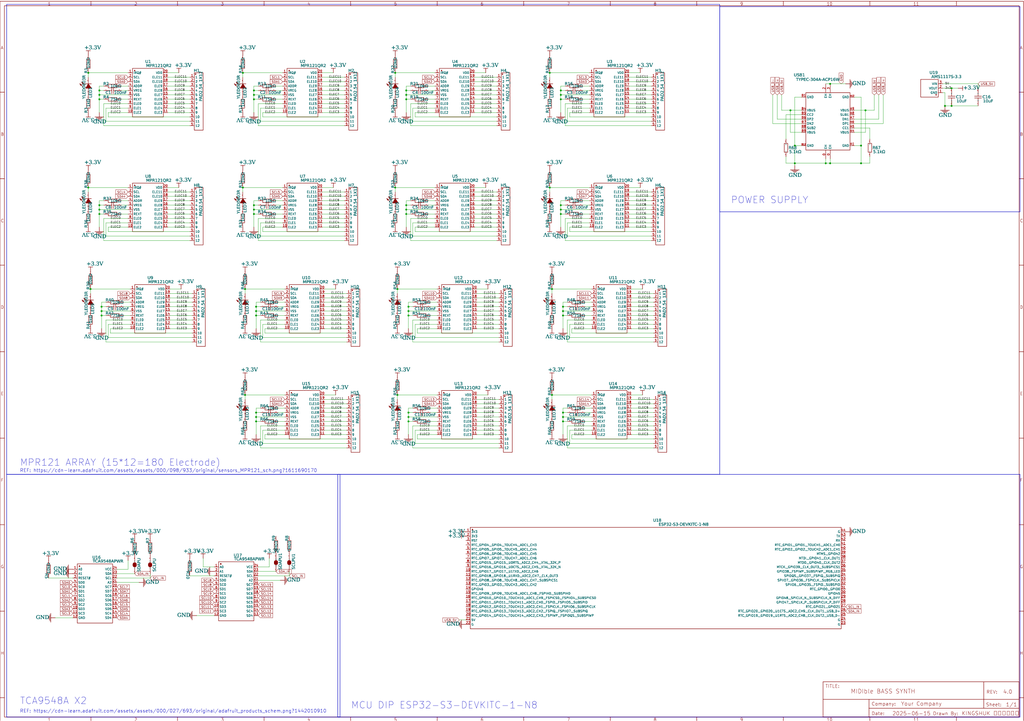
<source format=kicad_sch>
(kicad_sch (version 20231120) (generator "eeschema") (generator_version "8.0")
  (paper "User" 589.026 414.909)
  (lib_symbols
    (symbol "+3.3V" (power) (pin_numbers hide) (pin_names hide)
      (property "Value" "+3.3V" (at 0 3.81 0))
      (symbol "+3.3V_0_0"
        (pin power_in line (at 0 0 270) (length 0) (name "+3.3V") (number "1"))
      )
    )
    (symbol "0603WAJ0103T5E"
      (property "Reference" "R1" (at -2.0955 -5.3086 90))
      (property "Value" "10kΩ" (at -0.8509 -2.794 90))
      (symbol "0603WAJ0103T5E_0_0"
        (pin input line (at 0 -5.08 90) (length 2.54) (name "1") (number "1"))
        (pin input line (at 0 5.08 270) (length 2.54) (name "2") (number "2"))
      )
    )
    (symbol "0603WAJ0103T5E_1"
      (property "Reference" "R2" (at -5.3086 2.1209 0))
      (property "Value" "10kΩ" (at -1.524 0.8509 0))
      (symbol "0603WAJ0103T5E_1_0_0"
        (pin input line (at 5.08 0 180) (length 2.54) (name "1") (number "1"))
        (pin input line (at -5.08 0 0) (length 2.54) (name "2") (number "2"))
      )
    )
    (symbol "0603WAJ0103T5E_10"
      (property "Reference" "R15" (at -2.0955 -5.3086 90))
      (property "Value" "10kΩ" (at -0.8509 -2.794 90))
      (symbol "0603WAJ0103T5E_10_0_0"
        (pin input line (at 0 -5.08 90) (length 2.54) (name "1") (number "1"))
        (pin input line (at 0 5.08 270) (length 2.54) (name "2") (number "2"))
      )
    )
    (symbol "0603WAJ0103T5E_11"
      (property "Reference" "R16" (at -5.3086 2.1209 0))
      (property "Value" "10kΩ" (at -1.524 0.8509 0))
      (symbol "0603WAJ0103T5E_11_0_0"
        (pin input line (at 5.08 0 180) (length 2.54) (name "1") (number "1"))
        (pin input line (at -5.08 0 0) (length 2.54) (name "2") (number "2"))
      )
    )
    (symbol "0603WAJ0103T5E_12"
      (property "Reference" "R21" (at -5.3086 2.1209 0))
      (property "Value" "10kΩ" (at -1.524 0.8509 0))
      (symbol "0603WAJ0103T5E_12_0_0"
        (pin input line (at 5.08 0 180) (length 2.54) (name "1") (number "1"))
        (pin input line (at -5.08 0 0) (length 2.54) (name "2") (number "2"))
      )
    )
    (symbol "0603WAJ0103T5E_13"
      (property "Reference" "R22" (at -2.0955 -5.3086 90))
      (property "Value" "10kΩ" (at -0.8509 -2.794 90))
      (symbol "0603WAJ0103T5E_13_0_0"
        (pin input line (at 0 -5.08 90) (length 2.54) (name "1") (number "1"))
        (pin input line (at 0 5.08 270) (length 2.54) (name "2") (number "2"))
      )
    )
    (symbol "0603WAJ0103T5E_14"
      (property "Reference" "R23" (at -2.0955 -5.3086 90))
      (property "Value" "10kΩ" (at -0.8509 -2.794 90))
      (symbol "0603WAJ0103T5E_14_0_0"
        (pin input line (at 0 -5.08 90) (length 2.54) (name "1") (number "1"))
        (pin input line (at 0 5.08 270) (length 2.54) (name "2") (number "2"))
      )
    )
    (symbol "0603WAJ0103T5E_15"
      (property "Reference" "R24" (at -5.3086 2.1209 0))
      (property "Value" "10kΩ" (at -1.524 0.8509 0))
      (symbol "0603WAJ0103T5E_15_0_0"
        (pin input line (at 5.08 0 180) (length 2.54) (name "1") (number "1"))
        (pin input line (at -5.08 0 0) (length 2.54) (name "2") (number "2"))
      )
    )
    (symbol "0603WAJ0103T5E_16"
      (property "Reference" "R29" (at -5.3086 2.1209 0))
      (property "Value" "10kΩ" (at -1.524 0.8509 0))
      (symbol "0603WAJ0103T5E_16_0_0"
        (pin input line (at 5.08 0 180) (length 2.54) (name "1") (number "1"))
        (pin input line (at -5.08 0 0) (length 2.54) (name "2") (number "2"))
      )
    )
    (symbol "0603WAJ0103T5E_17"
      (property "Reference" "R30" (at -2.0955 -5.3086 90))
      (property "Value" "10kΩ" (at -0.8509 -2.794 90))
      (symbol "0603WAJ0103T5E_17_0_0"
        (pin input line (at 0 -5.08 90) (length 2.54) (name "1") (number "1"))
        (pin input line (at 0 5.08 270) (length 2.54) (name "2") (number "2"))
      )
    )
    (symbol "0603WAJ0103T5E_18"
      (property "Reference" "R31" (at -2.0955 -5.3086 90))
      (property "Value" "10kΩ" (at -0.8509 -2.794 90))
      (symbol "0603WAJ0103T5E_18_0_0"
        (pin input line (at 0 -5.08 90) (length 2.54) (name "1") (number "1"))
        (pin input line (at 0 5.08 270) (length 2.54) (name "2") (number "2"))
      )
    )
    (symbol "0603WAJ0103T5E_19"
      (property "Reference" "R32" (at -5.3086 2.1209 0))
      (property "Value" "10kΩ" (at -1.524 0.8509 0))
      (symbol "0603WAJ0103T5E_19_0_0"
        (pin input line (at 5.08 0 180) (length 2.54) (name "1") (number "1"))
        (pin input line (at -5.08 0 0) (length 2.54) (name "2") (number "2"))
      )
    )
    (symbol "0603WAJ0103T5E_2"
      (property "Reference" "R5" (at -0.3683 -2.286 270))
      (property "Value" "10kΩ" (at -0.8763 -2.794 90))
      (symbol "0603WAJ0103T5E_2_0_0"
        (pin input line (at 0 5.08 270) (length 2.54) (name "1") (number "1"))
        (pin input line (at 0 -5.08 90) (length 2.54) (name "2") (number "2"))
      )
    )
    (symbol "0603WAJ0103T5E_20"
      (property "Reference" "R37" (at -5.3086 2.1209 0))
      (property "Value" "10kΩ" (at -1.524 0.8509 0))
      (symbol "0603WAJ0103T5E_20_0_0"
        (pin input line (at 5.08 0 180) (length 2.54) (name "1") (number "1"))
        (pin input line (at -5.08 0 0) (length 2.54) (name "2") (number "2"))
      )
    )
    (symbol "0603WAJ0103T5E_21"
      (property "Reference" "R38" (at -2.0955 -5.3086 90))
      (property "Value" "10kΩ" (at -0.8509 -2.794 90))
      (symbol "0603WAJ0103T5E_21_0_0"
        (pin input line (at 0 -5.08 90) (length 2.54) (name "1") (number "1"))
        (pin input line (at 0 5.08 270) (length 2.54) (name "2") (number "2"))
      )
    )
    (symbol "0603WAJ0103T5E_22"
      (property "Reference" "R39" (at -2.0955 -5.3086 90))
      (property "Value" "10kΩ" (at -0.8509 -2.794 90))
      (symbol "0603WAJ0103T5E_22_0_0"
        (pin input line (at 0 -5.08 90) (length 2.54) (name "1") (number "1"))
        (pin input line (at 0 5.08 270) (length 2.54) (name "2") (number "2"))
      )
    )
    (symbol "0603WAJ0103T5E_23"
      (property "Reference" "R40" (at -5.3086 2.1209 0))
      (property "Value" "10kΩ" (at -1.524 0.8509 0))
      (symbol "0603WAJ0103T5E_23_0_0"
        (pin input line (at 5.08 0 180) (length 2.54) (name "1") (number "1"))
        (pin input line (at -5.08 0 0) (length 2.54) (name "2") (number "2"))
      )
    )
    (symbol "0603WAJ0103T5E_24"
      (property "Reference" "R45" (at -5.3086 2.1209 0))
      (property "Value" "10kΩ" (at -1.524 0.8509 0))
      (symbol "0603WAJ0103T5E_24_0_0"
        (pin input line (at 5.08 0 180) (length 2.54) (name "1") (number "1"))
        (pin input line (at -5.08 0 0) (length 2.54) (name "2") (number "2"))
      )
    )
    (symbol "0603WAJ0103T5E_25"
      (property "Reference" "R46" (at -2.0955 -5.3086 90))
      (property "Value" "10kΩ" (at -0.8509 -2.794 90))
      (symbol "0603WAJ0103T5E_25_0_0"
        (pin input line (at 0 -5.08 90) (length 2.54) (name "1") (number "1"))
        (pin input line (at 0 5.08 270) (length 2.54) (name "2") (number "2"))
      )
    )
    (symbol "0603WAJ0103T5E_26"
      (property "Reference" "R47" (at -2.0955 -5.3086 90))
      (property "Value" "10kΩ" (at -0.8509 -2.794 90))
      (symbol "0603WAJ0103T5E_26_0_0"
        (pin input line (at 0 -5.08 90) (length 2.54) (name "1") (number "1"))
        (pin input line (at 0 5.08 270) (length 2.54) (name "2") (number "2"))
      )
    )
    (symbol "0603WAJ0103T5E_27"
      (property "Reference" "R48" (at -5.3086 2.1209 0))
      (property "Value" "10kΩ" (at -1.524 0.8509 0))
      (symbol "0603WAJ0103T5E_27_0_0"
        (pin input line (at 5.08 0 180) (length 2.54) (name "1") (number "1"))
        (pin input line (at -5.08 0 0) (length 2.54) (name "2") (number "2"))
      )
    )
    (symbol "0603WAJ0103T5E_28"
      (property "Reference" "R53" (at -5.3086 2.1209 0))
      (property "Value" "10kΩ" (at -1.524 0.8509 0))
      (symbol "0603WAJ0103T5E_28_0_0"
        (pin input line (at 5.08 0 180) (length 2.54) (name "1") (number "1"))
        (pin input line (at -5.08 0 0) (length 2.54) (name "2") (number "2"))
      )
    )
    (symbol "0603WAJ0103T5E_29"
      (property "Reference" "R54" (at -2.0955 -5.3086 90))
      (property "Value" "10kΩ" (at -0.8509 -2.794 90))
      (symbol "0603WAJ0103T5E_29_0_0"
        (pin input line (at 0 -5.08 90) (length 2.54) (name "1") (number "1"))
        (pin input line (at 0 5.08 270) (length 2.54) (name "2") (number "2"))
      )
    )
    (symbol "0603WAJ0103T5E_3"
      (property "Reference" "R6" (at -2.1463 2.286 90))
      (property "Value" "10kΩ" (at 0.9017 2.794 270))
      (symbol "0603WAJ0103T5E_3_0_0"
        (pin input line (at 0 -5.08 90) (length 2.54) (name "1") (number "1"))
        (pin input line (at 0 5.08 270) (length 2.54) (name "2") (number "2"))
      )
    )
    (symbol "0603WAJ0103T5E_30"
      (property "Reference" "R55" (at -2.0955 -5.3086 90))
      (property "Value" "10kΩ" (at -0.8509 -2.794 90))
      (symbol "0603WAJ0103T5E_30_0_0"
        (pin input line (at 0 -5.08 90) (length 2.54) (name "1") (number "1"))
        (pin input line (at 0 5.08 270) (length 2.54) (name "2") (number "2"))
      )
    )
    (symbol "0603WAJ0103T5E_31"
      (property "Reference" "R56" (at -5.3086 2.1209 0))
      (property "Value" "10kΩ" (at -1.524 0.8509 0))
      (symbol "0603WAJ0103T5E_31_0_0"
        (pin input line (at 5.08 0 180) (length 2.54) (name "1") (number "1"))
        (pin input line (at -5.08 0 0) (length 2.54) (name "2") (number "2"))
      )
    )
    (symbol "0603WAJ0103T5E_32"
      (property "Reference" "R61" (at -5.3086 2.1209 0))
      (property "Value" "10kΩ" (at -1.524 0.8509 0))
      (symbol "0603WAJ0103T5E_32_0_0"
        (pin input line (at 5.08 0 180) (length 2.54) (name "1") (number "1"))
        (pin input line (at -5.08 0 0) (length 2.54) (name "2") (number "2"))
      )
    )
    (symbol "0603WAJ0103T5E_33"
      (property "Reference" "R62" (at -2.0955 -5.3086 90))
      (property "Value" "10kΩ" (at -0.8509 -2.794 90))
      (symbol "0603WAJ0103T5E_33_0_0"
        (pin input line (at 0 -5.08 90) (length 2.54) (name "1") (number "1"))
        (pin input line (at 0 5.08 270) (length 2.54) (name "2") (number "2"))
      )
    )
    (symbol "0603WAJ0103T5E_34"
      (property "Reference" "R63" (at -2.0955 -5.3086 90))
      (property "Value" "10kΩ" (at -0.8509 -2.794 90))
      (symbol "0603WAJ0103T5E_34_0_0"
        (pin input line (at 0 -5.08 90) (length 2.54) (name "1") (number "1"))
        (pin input line (at 0 5.08 270) (length 2.54) (name "2") (number "2"))
      )
    )
    (symbol "0603WAJ0103T5E_35"
      (property "Reference" "R64" (at -5.3086 2.1209 0))
      (property "Value" "10kΩ" (at -1.524 0.8509 0))
      (symbol "0603WAJ0103T5E_35_0_0"
        (pin input line (at 5.08 0 180) (length 2.54) (name "1") (number "1"))
        (pin input line (at -5.08 0 0) (length 2.54) (name "2") (number "2"))
      )
    )
    (symbol "0603WAJ0103T5E_4"
      (property "Reference" "R7" (at -2.1463 2.286 90))
      (property "Value" "10kΩ" (at 0.9017 2.794 270))
      (symbol "0603WAJ0103T5E_4_0_0"
        (pin input line (at 0 -5.08 90) (length 2.54) (name "1") (number "1"))
        (pin input line (at 0 5.08 270) (length 2.54) (name "2") (number "2"))
      )
    )
    (symbol "0603WAJ0103T5E_5"
      (property "Reference" "R8" (at -2.1209 2.286 90))
      (property "Value" "10kΩ" (at 0.8763 2.794 270))
      (symbol "0603WAJ0103T5E_5_0_0"
        (pin input line (at 0 -5.08 90) (length 2.54) (name "1") (number "1"))
        (pin input line (at 0 5.08 270) (length 2.54) (name "2") (number "2"))
      )
    )
    (symbol "0603WAJ0103T5E_6"
      (property "Reference" "R9" (at -2.1209 2.286 90))
      (property "Value" "10kΩ" (at 0.8763 2.794 270))
      (symbol "0603WAJ0103T5E_6_0_0"
        (pin input line (at 0 -5.08 90) (length 2.54) (name "1") (number "1"))
        (pin input line (at 0 5.08 270) (length 2.54) (name "2") (number "2"))
      )
    )
    (symbol "0603WAJ0103T5E_7"
      (property "Reference" "R10" (at -0.3683 -2.286 270))
      (property "Value" "10kΩ" (at -0.9017 -2.794 90))
      (symbol "0603WAJ0103T5E_7_0_0"
        (pin input line (at 0 5.08 270) (length 2.54) (name "1") (number "1"))
        (pin input line (at 0 -5.08 90) (length 2.54) (name "2") (number "2"))
      )
    )
    (symbol "0603WAJ0103T5E_8"
      (property "Reference" "R13" (at -5.3086 2.1209 0))
      (property "Value" "10kΩ" (at -1.524 0.8509 0))
      (symbol "0603WAJ0103T5E_8_0_0"
        (pin input line (at 5.08 0 180) (length 2.54) (name "1") (number "1"))
        (pin input line (at -5.08 0 0) (length 2.54) (name "2") (number "2"))
      )
    )
    (symbol "0603WAJ0103T5E_9"
      (property "Reference" "R14" (at -2.0955 -5.3086 90))
      (property "Value" "10kΩ" (at -0.8509 -2.794 90))
      (symbol "0603WAJ0103T5E_9_0_0"
        (pin input line (at 0 -5.08 90) (length 2.54) (name "1") (number "1"))
        (pin input line (at 0 5.08 270) (length 2.54) (name "2") (number "2"))
      )
    )
    (symbol "AMS1117S-3.3"
      (property "Reference" "U19" (at -2.5146 9.8171 0))
      (property "Value" "AMS1117S-3.3" (at -2.5146 7.5311 0))
      (symbol "AMS1117S-3.3_0_0"
        (pin unspecified line (at 5.08 -2.54 180) (length 2.54) (name "GND") (number "1"))
        (pin unspecified line (at 5.08 0 180) (length 2.54) (name "VOUT") (number "2"))
        (pin unspecified line (at 5.08 2.54 180) (length 2.54) (name "VIN") (number "3"))
      )
    )
    (symbol "CL05A106MP5NUNC_C315248"
      (property "Reference" "C16" (at 2.54 0.9017 0))
      (property "Value" "10uF" (at 2.54 -1.4097 0))
      (symbol "CL05A106MP5NUNC_C315248_0_0"
        (pin unspecified line (at 0 -5.08 90) (length 2.54) (name "1") (number "1"))
        (pin unspecified line (at 0 5.08 270) (length 2.54) (name "2") (number "2"))
      )
    )
    (symbol "CL05A106MP5NUNC_C315248_1"
      (property "Reference" "C17" (at 2.54 0.9017 0))
      (property "Value" "10uF" (at 2.54 -1.4097 0))
      (symbol "CL05A106MP5NUNC_C315248_1_0_0"
        (pin unspecified line (at 0 -5.08 90) (length 2.54) (name "1") (number "1"))
        (pin unspecified line (at 0 5.08 270) (length 2.54) (name "2") (number "2"))
      )
    )
    (symbol "ESP32-S3-DEVKITC-1-N8"
      (property "Reference" "U18" (at -1.4986 34.0741 0))
      (property "Value" "ESP32-S3-DEVKITC-1-N8" (at -1.4986 31.7881 0))
      (symbol "ESP32-S3-DEVKITC-1-N8_0_0"
        (pin unspecified line (at -109.22 26.67 0) (length 2.54) (name "3V3") (number "1"))
        (pin unspecified line (at -109.22 3.81 0) (length 2.54) (name "RTC_GPIO17,_GPIO17,_U1TXD,_ADC2_CH6") (number "10"))
        (pin unspecified line (at -109.22 1.27 0) (length 2.54) (name "RTC_GPIO18,_GPIO18,_U1RXD,_ADC2_CH7,_CLK_OUT3") (number "11"))
        (pin unspecified line (at -109.22 -1.27 0) (length 2.54) (name "RTC_GPIO8,_GPIO8,_TOUCH8,_ADC1_CH7,_SUBSPICS1") (number "12"))
        (pin unspecified line (at -109.22 -3.81 0) (length 2.54) (name "RTC_GPIO3,_GPIO3,_TOUCH3,_ADC1_CH2") (number "13"))
        (pin unspecified line (at -109.22 -6.35 0) (length 2.54) (name "GPIO46") (number "14"))
        (pin unspecified line (at -109.22 -8.89 0) (length 2.54) (name "RTC_GPIO9,_GPIO9,_TOUCH9,_ADC1_CH8,_FSPIHD,_SUBSPIHD") (number "15"))
        (pin unspecified line (at -109.22 -11.43 0) (length 2.54) (name "RTC_GPIO10,_GPIO10,_TOUCH10,_ADC1_CH9,_FSPICS0,_FSPIIO4,_SUBSPICS0") (number "16"))
        (pin unspecified line (at -109.22 -13.97 0) (length 2.54) (name "RTC_GPIO11,_GPIO11,_TOUCH11,_ADC2_CH0,_FSPID,_FSPIIO5,_SUBSPID") (number "17"))
        (pin unspecified line (at -109.22 -16.51 0) (length 2.54) (name "RTC_GPIO12,_GPIO12,_TOUCH12,_ADC2_CH1,_FSPICLK,_FSPIIO6,_SUBSPICLK") (number "18"))
        (pin unspecified line (at -109.22 -19.05 0) (length 2.54) (name "RTC_GPIO13,_GPIO13,_TOUCH13,_ADC2_CH2,_FSPIQ,_FSPIIO7,_SUBSPIQ") (number "19"))
        (pin unspecified line (at -109.22 24.13 0) (length 2.54) (name "3V3") (number "2"))
        (pin unspecified line (at -109.22 -21.59 0) (length 2.54) (name "RTC_GPIO14,_GPIO14,_TOUCH14,_ADC2_CH3,_FSPIWP,_FSPIDQS,_SUBSPIWP") (number "20"))
        (pin unspecified line (at -109.22 -24.13 0) (length 2.54) (name "5V") (number "21"))
        (pin unspecified line (at -109.22 -26.67 0) (length 2.54) (name "G") (number "22"))
        (pin unspecified line (at 109.22 -26.67 180) (length 2.54) (name "G") (number "23"))
        (pin unspecified line (at 109.22 -24.13 180) (length 2.54) (name "G") (number "24"))
        (pin unspecified line (at 109.22 -21.59 180) (length 2.54) (name "RTC_GPIO19,_GPIO19,_U1RTS,_ADC2_CH8,_CLK_OUT2,_USB_D-") (number "25"))
        (pin unspecified line (at 109.22 -19.05 180) (length 2.54) (name "RTC_GPIO20,_GPIO20,_U1CTS,_ADC2_CH9,_CLK_OUT1,_USB_D+") (number "26"))
        (pin unspecified line (at 109.22 -16.51 180) (length 2.54) (name "RTC_GPIO21,_GPIO21") (number "27"))
        (pin unspecified line (at 109.22 -13.97 180) (length 2.54) (name "GPIO47,_SPICLK_P,_SUBSPICLK_P_DIFF") (number "28"))
        (pin unspecified line (at 109.22 -11.43 180) (length 2.54) (name "GPIO48,_SPICLK_N,_SUBSPICLK_N_DIFF") (number "29"))
        (pin unspecified line (at -109.22 21.59 0) (length 2.54) (name "RST") (number "3"))
        (pin unspecified line (at 109.22 -8.89 180) (length 2.54) (name "GPIO45") (number "30"))
        (pin unspecified line (at 109.22 -6.35 180) (length 2.54) (name "RTC_GPIO0,_GPIO0") (number "31"))
        (pin unspecified line (at 109.22 -3.81 180) (length 2.54) (name "SPIIO6,_GPIO35,_FSPID,_SUBSPID") (number "32"))
        (pin unspecified line (at 109.22 -1.27 180) (length 2.54) (name "SPIIO7,_GPIO36,_FSPICLK,_SUBSPICLK") (number "33"))
        (pin unspecified line (at 109.22 1.27 180) (length 2.54) (name "SPIDQS,_GPIO37,_FSPIQ,_SUBSPIQ") (number "34"))
        (pin unspecified line (at 109.22 3.81 180) (length 2.54) (name "GPIO38,_FSPIWP,_SUBSPIWP,_RGB_LED") (number "35"))
        (pin unspecified line (at 109.22 6.35 180) (length 2.54) (name "MTCK,_GPIO39,_CLK_OUT3,_SUBSPICS1") (number "36"))
        (pin unspecified line (at 109.22 8.89 180) (length 2.54) (name "MTDO,_GPIO40,_CLK_OUT2") (number "37"))
        (pin unspecified line (at 109.22 11.43 180) (length 2.54) (name "MTDI,_GPIO41,_CLK_OUT1") (number "38"))
        (pin unspecified line (at 109.22 13.97 180) (length 2.54) (name "MTMS,_GPIO42") (number "39"))
        (pin unspecified line (at -109.22 19.05 0) (length 2.54) (name "RTC_GPIO4,_GPIO4,_TOUCH4,_ADC1_CH3") (number "4"))
        (pin unspecified line (at 109.22 16.51 180) (length 2.54) (name "RTC_GPIO2,_GPIO2,_TOUCH2,_ADC1_CH1") (number "40"))
        (pin unspecified line (at 109.22 19.05 180) (length 2.54) (name "RTC_GPIO1,_GPIO1,_TOUCH1,_ADC1_CH0") (number "41"))
        (pin unspecified line (at 109.22 21.59 180) (length 2.54) (name "RX") (number "42"))
        (pin unspecified line (at 109.22 24.13 180) (length 2.54) (name "TX") (number "43"))
        (pin unspecified line (at 109.22 26.67 180) (length 2.54) (name "G") (number "44"))
        (pin unspecified line (at -109.22 16.51 0) (length 2.54) (name "RTC_GPIO5,_GPIO5,_TOUCH5,_ADC1_CH4") (number "5"))
        (pin unspecified line (at -109.22 13.97 0) (length 2.54) (name "RTC_GPIO6,_GPIO6,_TOUCH6,_ADC1_CH5") (number "6"))
        (pin unspecified line (at -109.22 11.43 0) (length 2.54) (name "RTC_GPIO7,_GPIO7,_TOUCH7,_ADC1_CH6") (number "7"))
        (pin unspecified line (at -109.22 8.89 0) (length 2.54) (name "RTC_GPIO15,_GPIO15,_U0RTS,_ADC2_CH4,_XTAL_32K_P") (number "8"))
        (pin unspecified line (at -109.22 6.35 0) (length 2.54) (name "RTC_GPIO16,_GPIO16,_U0CTS,_ADC2_CH5,_XTAL_32K_N") (number "9"))
      )
    )
    (symbol "FCC0603B104K500CT"
      (property "Reference" "C1" (at -4.0386 -0.3937 0))
      (property "Value" "100nF" (at 0.4318 -0.3937 0))
      (symbol "FCC0603B104K500CT_0_0"
        (pin unspecified line (at -5.08 0 0) (length 2.54) (name "1") (number "1"))
        (pin unspecified line (at 5.08 0 180) (length 2.54) (name "2") (number "2"))
      )
    )
    (symbol "FCC0603B104K500CT_1"
      (property "Reference" "C2" (at -4.0386 -0.3937 0))
      (property "Value" "100nF" (at 0.4318 -0.3937 0))
      (symbol "FCC0603B104K500CT_1_0_0"
        (pin unspecified line (at -5.08 0 0) (length 2.54) (name "1") (number "1"))
        (pin unspecified line (at 5.08 0 180) (length 2.54) (name "2") (number "2"))
      )
    )
    (symbol "FCC0603B104K500CT_10"
      (property "Reference" "C11" (at -4.0386 -0.3937 0))
      (property "Value" "100nF" (at 0.4318 -0.3937 0))
      (symbol "FCC0603B104K500CT_10_0_0"
        (pin unspecified line (at -5.08 0 0) (length 2.54) (name "1") (number "1"))
        (pin unspecified line (at 5.08 0 180) (length 2.54) (name "2") (number "2"))
      )
    )
    (symbol "FCC0603B104K500CT_11"
      (property "Reference" "C12" (at -4.0386 -0.3937 0))
      (property "Value" "100nF" (at 0.4318 -0.3937 0))
      (symbol "FCC0603B104K500CT_11_0_0"
        (pin unspecified line (at -5.08 0 0) (length 2.54) (name "1") (number "1"))
        (pin unspecified line (at 5.08 0 180) (length 2.54) (name "2") (number "2"))
      )
    )
    (symbol "FCC0603B104K500CT_12"
      (property "Reference" "C13" (at -4.0386 -0.3937 0))
      (property "Value" "100nF" (at 0.4318 -0.3937 0))
      (symbol "FCC0603B104K500CT_12_0_0"
        (pin unspecified line (at -5.08 0 0) (length 2.54) (name "1") (number "1"))
        (pin unspecified line (at 5.08 0 180) (length 2.54) (name "2") (number "2"))
      )
    )
    (symbol "FCC0603B104K500CT_13"
      (property "Reference" "C14" (at -4.0386 -0.3937 0))
      (property "Value" "100nF" (at 0.4318 -0.3937 0))
      (symbol "FCC0603B104K500CT_13_0_0"
        (pin unspecified line (at -5.08 0 0) (length 2.54) (name "1") (number "1"))
        (pin unspecified line (at 5.08 0 180) (length 2.54) (name "2") (number "2"))
      )
    )
    (symbol "FCC0603B104K500CT_14"
      (property "Reference" "C15" (at -4.0386 -0.3937 0))
      (property "Value" "100nF" (at 0.4318 -0.3937 0))
      (symbol "FCC0603B104K500CT_14_0_0"
        (pin unspecified line (at -5.08 0 0) (length 2.54) (name "1") (number "1"))
        (pin unspecified line (at 5.08 0 180) (length 2.54) (name "2") (number "2"))
      )
    )
    (symbol "FCC0603B104K500CT_2"
      (property "Reference" "C3" (at -4.0386 -0.3937 0))
      (property "Value" "100nF" (at 0.4318 -0.3937 0))
      (symbol "FCC0603B104K500CT_2_0_0"
        (pin unspecified line (at -5.08 0 0) (length 2.54) (name "1") (number "1"))
        (pin unspecified line (at 5.08 0 180) (length 2.54) (name "2") (number "2"))
      )
    )
    (symbol "FCC0603B104K500CT_3"
      (property "Reference" "C4" (at -4.0386 -0.3937 0))
      (property "Value" "100nF" (at 0.4318 -0.3937 0))
      (symbol "FCC0603B104K500CT_3_0_0"
        (pin unspecified line (at -5.08 0 0) (length 2.54) (name "1") (number "1"))
        (pin unspecified line (at 5.08 0 180) (length 2.54) (name "2") (number "2"))
      )
    )
    (symbol "FCC0603B104K500CT_4"
      (property "Reference" "C5" (at -4.0386 -0.3937 0))
      (property "Value" "100nF" (at 0.4318 -0.3937 0))
      (symbol "FCC0603B104K500CT_4_0_0"
        (pin unspecified line (at -5.08 0 0) (length 2.54) (name "1") (number "1"))
        (pin unspecified line (at 5.08 0 180) (length 2.54) (name "2") (number "2"))
      )
    )
    (symbol "FCC0603B104K500CT_5"
      (property "Reference" "C6" (at -4.0386 -0.3937 0))
      (property "Value" "100nF" (at 0.4318 -0.3937 0))
      (symbol "FCC0603B104K500CT_5_0_0"
        (pin unspecified line (at -5.08 0 0) (length 2.54) (name "1") (number "1"))
        (pin unspecified line (at 5.08 0 180) (length 2.54) (name "2") (number "2"))
      )
    )
    (symbol "FCC0603B104K500CT_6"
      (property "Reference" "C7" (at -4.0386 -0.3937 0))
      (property "Value" "100nF" (at 0.4318 -0.3937 0))
      (symbol "FCC0603B104K500CT_6_0_0"
        (pin unspecified line (at -5.08 0 0) (length 2.54) (name "1") (number "1"))
        (pin unspecified line (at 5.08 0 180) (length 2.54) (name "2") (number "2"))
      )
    )
    (symbol "FCC0603B104K500CT_7"
      (property "Reference" "C8" (at -4.0386 -0.3937 0))
      (property "Value" "100nF" (at 0.4318 -0.3937 0))
      (symbol "FCC0603B104K500CT_7_0_0"
        (pin unspecified line (at -5.08 0 0) (length 2.54) (name "1") (number "1"))
        (pin unspecified line (at 5.08 0 180) (length 2.54) (name "2") (number "2"))
      )
    )
    (symbol "FCC0603B104K500CT_8"
      (property "Reference" "C9" (at -4.0386 -0.3937 0))
      (property "Value" "100nF" (at 0.4318 -0.3937 0))
      (symbol "FCC0603B104K500CT_8_0_0"
        (pin unspecified line (at -5.08 0 0) (length 2.54) (name "1") (number "1"))
        (pin unspecified line (at 5.08 0 180) (length 2.54) (name "2") (number "2"))
      )
    )
    (symbol "FCC0603B104K500CT_9"
      (property "Reference" "C10" (at -4.0386 -0.3937 0))
      (property "Value" "100nF" (at 0.4318 -0.3937 0))
      (symbol "FCC0603B104K500CT_9_0_0"
        (pin unspecified line (at -5.08 0 0) (length 2.54) (name "1") (number "1"))
        (pin unspecified line (at 5.08 0 180) (length 2.54) (name "2") (number "2"))
      )
    )
    (symbol "GND" (power) (pin_numbers hide) (pin_names hide)
      (property "Value" "GND" (at 0 6.35 0))
      (symbol "GND_0_0"
        (pin power_in line (at 0 0 270) (length 0) (name "GND") (number "1"))
      )
    )
    (symbol "HEADER - HEADER-FEMALE-2.54_1X12"
      (property "Reference" "H1" (at -2.7686 12.2809 0))
      (property "Value" "PAD2.54_1X12" (at 0.3429 -6.8072 90))
      (symbol "HEADER - HEADER-FEMALE-2.54_1X12_0_0"
        (pin unspecified line (at -5.08 7.62 0) (length 2.54) (name "1") (number "1"))
        (pin unspecified line (at -5.08 5.08 0) (length 2.54) (name "2") (number "2"))
        (pin unspecified line (at -5.08 2.54 0) (length 2.54) (name "3") (number "3"))
        (pin unspecified line (at -5.08 0 0) (length 2.54) (name "4") (number "4"))
        (pin unspecified line (at -5.08 -15.24 0) (length 2.54) (name "10") (number "5"))
        (pin unspecified line (at -5.08 -17.78 0) (length 2.54) (name "11") (number "5"))
        (pin unspecified line (at -5.08 -20.32 0) (length 2.54) (name "12") (number "5"))
        (pin unspecified line (at -5.08 -2.54 0) (length 2.54) (name "5") (number "5"))
        (pin unspecified line (at -5.08 -5.08 0) (length 2.54) (name "6") (number "5"))
        (pin unspecified line (at -5.08 -7.62 0) (length 2.54) (name "7") (number "5"))
        (pin unspecified line (at -5.08 -10.16 0) (length 2.54) (name "8") (number "5"))
        (pin unspecified line (at -5.08 -12.7 0) (length 2.54) (name "9") (number "5"))
      )
    )
    (symbol "HEADER - HEADER-FEMALE-2.54_1X12_1"
      (property "Reference" "H2" (at -2.7686 12.2809 0))
      (property "Value" "PAD2.54_1X12" (at 0.3429 -6.8072 90))
      (symbol "HEADER - HEADER-FEMALE-2.54_1X12_1_0_0"
        (pin unspecified line (at -5.08 7.62 0) (length 2.54) (name "1") (number "1"))
        (pin unspecified line (at -5.08 5.08 0) (length 2.54) (name "2") (number "2"))
        (pin unspecified line (at -5.08 2.54 0) (length 2.54) (name "3") (number "3"))
        (pin unspecified line (at -5.08 0 0) (length 2.54) (name "4") (number "4"))
        (pin unspecified line (at -5.08 -15.24 0) (length 2.54) (name "10") (number "5"))
        (pin unspecified line (at -5.08 -17.78 0) (length 2.54) (name "11") (number "5"))
        (pin unspecified line (at -5.08 -20.32 0) (length 2.54) (name "12") (number "5"))
        (pin unspecified line (at -5.08 -2.54 0) (length 2.54) (name "5") (number "5"))
        (pin unspecified line (at -5.08 -5.08 0) (length 2.54) (name "6") (number "5"))
        (pin unspecified line (at -5.08 -7.62 0) (length 2.54) (name "7") (number "5"))
        (pin unspecified line (at -5.08 -10.16 0) (length 2.54) (name "8") (number "5"))
        (pin unspecified line (at -5.08 -12.7 0) (length 2.54) (name "9") (number "5"))
      )
    )
    (symbol "HEADER - HEADER-FEMALE-2.54_1X12_10"
      (property "Reference" "H11" (at -2.7686 12.2809 0))
      (property "Value" "PAD2.54_1X12" (at 0.3429 -6.8072 90))
      (symbol "HEADER - HEADER-FEMALE-2.54_1X12_10_0_0"
        (pin unspecified line (at -5.08 7.62 0) (length 2.54) (name "1") (number "1"))
        (pin unspecified line (at -5.08 5.08 0) (length 2.54) (name "2") (number "2"))
        (pin unspecified line (at -5.08 2.54 0) (length 2.54) (name "3") (number "3"))
        (pin unspecified line (at -5.08 0 0) (length 2.54) (name "4") (number "4"))
        (pin unspecified line (at -5.08 -15.24 0) (length 2.54) (name "10") (number "5"))
        (pin unspecified line (at -5.08 -17.78 0) (length 2.54) (name "11") (number "5"))
        (pin unspecified line (at -5.08 -20.32 0) (length 2.54) (name "12") (number "5"))
        (pin unspecified line (at -5.08 -2.54 0) (length 2.54) (name "5") (number "5"))
        (pin unspecified line (at -5.08 -5.08 0) (length 2.54) (name "6") (number "5"))
        (pin unspecified line (at -5.08 -7.62 0) (length 2.54) (name "7") (number "5"))
        (pin unspecified line (at -5.08 -10.16 0) (length 2.54) (name "8") (number "5"))
        (pin unspecified line (at -5.08 -12.7 0) (length 2.54) (name "9") (number "5"))
      )
    )
    (symbol "HEADER - HEADER-FEMALE-2.54_1X12_11"
      (property "Reference" "H12" (at -2.7686 12.2809 0))
      (property "Value" "PAD2.54_1X12" (at 0.3429 -6.8072 90))
      (symbol "HEADER - HEADER-FEMALE-2.54_1X12_11_0_0"
        (pin unspecified line (at -5.08 7.62 0) (length 2.54) (name "1") (number "1"))
        (pin unspecified line (at -5.08 5.08 0) (length 2.54) (name "2") (number "2"))
        (pin unspecified line (at -5.08 2.54 0) (length 2.54) (name "3") (number "3"))
        (pin unspecified line (at -5.08 0 0) (length 2.54) (name "4") (number "4"))
        (pin unspecified line (at -5.08 -15.24 0) (length 2.54) (name "10") (number "5"))
        (pin unspecified line (at -5.08 -17.78 0) (length 2.54) (name "11") (number "5"))
        (pin unspecified line (at -5.08 -20.32 0) (length 2.54) (name "12") (number "5"))
        (pin unspecified line (at -5.08 -2.54 0) (length 2.54) (name "5") (number "5"))
        (pin unspecified line (at -5.08 -5.08 0) (length 2.54) (name "6") (number "5"))
        (pin unspecified line (at -5.08 -7.62 0) (length 2.54) (name "7") (number "5"))
        (pin unspecified line (at -5.08 -10.16 0) (length 2.54) (name "8") (number "5"))
        (pin unspecified line (at -5.08 -12.7 0) (length 2.54) (name "9") (number "5"))
      )
    )
    (symbol "HEADER - HEADER-FEMALE-2.54_1X12_12"
      (property "Reference" "H13" (at -2.7686 12.2809 0))
      (property "Value" "PAD2.54_1X12" (at 0.3429 -6.8072 90))
      (symbol "HEADER - HEADER-FEMALE-2.54_1X12_12_0_0"
        (pin unspecified line (at -5.08 7.62 0) (length 2.54) (name "1") (number "1"))
        (pin unspecified line (at -5.08 5.08 0) (length 2.54) (name "2") (number "2"))
        (pin unspecified line (at -5.08 2.54 0) (length 2.54) (name "3") (number "3"))
        (pin unspecified line (at -5.08 0 0) (length 2.54) (name "4") (number "4"))
        (pin unspecified line (at -5.08 -15.24 0) (length 2.54) (name "10") (number "5"))
        (pin unspecified line (at -5.08 -17.78 0) (length 2.54) (name "11") (number "5"))
        (pin unspecified line (at -5.08 -20.32 0) (length 2.54) (name "12") (number "5"))
        (pin unspecified line (at -5.08 -2.54 0) (length 2.54) (name "5") (number "5"))
        (pin unspecified line (at -5.08 -5.08 0) (length 2.54) (name "6") (number "5"))
        (pin unspecified line (at -5.08 -7.62 0) (length 2.54) (name "7") (number "5"))
        (pin unspecified line (at -5.08 -10.16 0) (length 2.54) (name "8") (number "5"))
        (pin unspecified line (at -5.08 -12.7 0) (length 2.54) (name "9") (number "5"))
      )
    )
    (symbol "HEADER - HEADER-FEMALE-2.54_1X12_13"
      (property "Reference" "H14" (at -2.7686 12.2809 0))
      (property "Value" "PAD2.54_1X12" (at 0.3429 -6.8072 90))
      (symbol "HEADER - HEADER-FEMALE-2.54_1X12_13_0_0"
        (pin unspecified line (at -5.08 7.62 0) (length 2.54) (name "1") (number "1"))
        (pin unspecified line (at -5.08 5.08 0) (length 2.54) (name "2") (number "2"))
        (pin unspecified line (at -5.08 2.54 0) (length 2.54) (name "3") (number "3"))
        (pin unspecified line (at -5.08 0 0) (length 2.54) (name "4") (number "4"))
        (pin unspecified line (at -5.08 -15.24 0) (length 2.54) (name "10") (number "5"))
        (pin unspecified line (at -5.08 -17.78 0) (length 2.54) (name "11") (number "5"))
        (pin unspecified line (at -5.08 -20.32 0) (length 2.54) (name "12") (number "5"))
        (pin unspecified line (at -5.08 -2.54 0) (length 2.54) (name "5") (number "5"))
        (pin unspecified line (at -5.08 -5.08 0) (length 2.54) (name "6") (number "5"))
        (pin unspecified line (at -5.08 -7.62 0) (length 2.54) (name "7") (number "5"))
        (pin unspecified line (at -5.08 -10.16 0) (length 2.54) (name "8") (number "5"))
        (pin unspecified line (at -5.08 -12.7 0) (length 2.54) (name "9") (number "5"))
      )
    )
    (symbol "HEADER - HEADER-FEMALE-2.54_1X12_14"
      (property "Reference" "H15" (at -2.7686 12.2809 0))
      (property "Value" "PAD2.54_1X12" (at 0.3429 -6.8072 90))
      (symbol "HEADER - HEADER-FEMALE-2.54_1X12_14_0_0"
        (pin unspecified line (at -5.08 7.62 0) (length 2.54) (name "1") (number "1"))
        (pin unspecified line (at -5.08 5.08 0) (length 2.54) (name "2") (number "2"))
        (pin unspecified line (at -5.08 2.54 0) (length 2.54) (name "3") (number "3"))
        (pin unspecified line (at -5.08 0 0) (length 2.54) (name "4") (number "4"))
        (pin unspecified line (at -5.08 -15.24 0) (length 2.54) (name "10") (number "5"))
        (pin unspecified line (at -5.08 -17.78 0) (length 2.54) (name "11") (number "5"))
        (pin unspecified line (at -5.08 -20.32 0) (length 2.54) (name "12") (number "5"))
        (pin unspecified line (at -5.08 -2.54 0) (length 2.54) (name "5") (number "5"))
        (pin unspecified line (at -5.08 -5.08 0) (length 2.54) (name "6") (number "5"))
        (pin unspecified line (at -5.08 -7.62 0) (length 2.54) (name "7") (number "5"))
        (pin unspecified line (at -5.08 -10.16 0) (length 2.54) (name "8") (number "5"))
        (pin unspecified line (at -5.08 -12.7 0) (length 2.54) (name "9") (number "5"))
      )
    )
    (symbol "HEADER - HEADER-FEMALE-2.54_1X12_2"
      (property "Reference" "H3" (at -2.7686 12.2809 0))
      (property "Value" "PAD2.54_1X12" (at 0.3429 -6.8072 90))
      (symbol "HEADER - HEADER-FEMALE-2.54_1X12_2_0_0"
        (pin unspecified line (at -5.08 7.62 0) (length 2.54) (name "1") (number "1"))
        (pin unspecified line (at -5.08 5.08 0) (length 2.54) (name "2") (number "2"))
        (pin unspecified line (at -5.08 2.54 0) (length 2.54) (name "3") (number "3"))
        (pin unspecified line (at -5.08 0 0) (length 2.54) (name "4") (number "4"))
        (pin unspecified line (at -5.08 -15.24 0) (length 2.54) (name "10") (number "5"))
        (pin unspecified line (at -5.08 -17.78 0) (length 2.54) (name "11") (number "5"))
        (pin unspecified line (at -5.08 -20.32 0) (length 2.54) (name "12") (number "5"))
        (pin unspecified line (at -5.08 -2.54 0) (length 2.54) (name "5") (number "5"))
        (pin unspecified line (at -5.08 -5.08 0) (length 2.54) (name "6") (number "5"))
        (pin unspecified line (at -5.08 -7.62 0) (length 2.54) (name "7") (number "5"))
        (pin unspecified line (at -5.08 -10.16 0) (length 2.54) (name "8") (number "5"))
        (pin unspecified line (at -5.08 -12.7 0) (length 2.54) (name "9") (number "5"))
      )
    )
    (symbol "HEADER - HEADER-FEMALE-2.54_1X12_3"
      (property "Reference" "H4" (at -2.7686 12.2809 0))
      (property "Value" "PAD2.54_1X12" (at 0.3429 -6.8072 90))
      (symbol "HEADER - HEADER-FEMALE-2.54_1X12_3_0_0"
        (pin unspecified line (at -5.08 7.62 0) (length 2.54) (name "1") (number "1"))
        (pin unspecified line (at -5.08 5.08 0) (length 2.54) (name "2") (number "2"))
        (pin unspecified line (at -5.08 2.54 0) (length 2.54) (name "3") (number "3"))
        (pin unspecified line (at -5.08 0 0) (length 2.54) (name "4") (number "4"))
        (pin unspecified line (at -5.08 -15.24 0) (length 2.54) (name "10") (number "5"))
        (pin unspecified line (at -5.08 -17.78 0) (length 2.54) (name "11") (number "5"))
        (pin unspecified line (at -5.08 -20.32 0) (length 2.54) (name "12") (number "5"))
        (pin unspecified line (at -5.08 -2.54 0) (length 2.54) (name "5") (number "5"))
        (pin unspecified line (at -5.08 -5.08 0) (length 2.54) (name "6") (number "5"))
        (pin unspecified line (at -5.08 -7.62 0) (length 2.54) (name "7") (number "5"))
        (pin unspecified line (at -5.08 -10.16 0) (length 2.54) (name "8") (number "5"))
        (pin unspecified line (at -5.08 -12.7 0) (length 2.54) (name "9") (number "5"))
      )
    )
    (symbol "HEADER - HEADER-FEMALE-2.54_1X12_4"
      (property "Reference" "H5" (at -2.7686 12.2809 0))
      (property "Value" "PAD2.54_1X12" (at 0.3429 -6.8072 90))
      (symbol "HEADER - HEADER-FEMALE-2.54_1X12_4_0_0"
        (pin unspecified line (at -5.08 7.62 0) (length 2.54) (name "1") (number "1"))
        (pin unspecified line (at -5.08 5.08 0) (length 2.54) (name "2") (number "2"))
        (pin unspecified line (at -5.08 2.54 0) (length 2.54) (name "3") (number "3"))
        (pin unspecified line (at -5.08 0 0) (length 2.54) (name "4") (number "4"))
        (pin unspecified line (at -5.08 -15.24 0) (length 2.54) (name "10") (number "5"))
        (pin unspecified line (at -5.08 -17.78 0) (length 2.54) (name "11") (number "5"))
        (pin unspecified line (at -5.08 -20.32 0) (length 2.54) (name "12") (number "5"))
        (pin unspecified line (at -5.08 -2.54 0) (length 2.54) (name "5") (number "5"))
        (pin unspecified line (at -5.08 -5.08 0) (length 2.54) (name "6") (number "5"))
        (pin unspecified line (at -5.08 -7.62 0) (length 2.54) (name "7") (number "5"))
        (pin unspecified line (at -5.08 -10.16 0) (length 2.54) (name "8") (number "5"))
        (pin unspecified line (at -5.08 -12.7 0) (length 2.54) (name "9") (number "5"))
      )
    )
    (symbol "HEADER - HEADER-FEMALE-2.54_1X12_5"
      (property "Reference" "H6" (at -2.7686 12.2809 0))
      (property "Value" "PAD2.54_1X12" (at 0.3429 -6.8072 90))
      (symbol "HEADER - HEADER-FEMALE-2.54_1X12_5_0_0"
        (pin unspecified line (at -5.08 7.62 0) (length 2.54) (name "1") (number "1"))
        (pin unspecified line (at -5.08 5.08 0) (length 2.54) (name "2") (number "2"))
        (pin unspecified line (at -5.08 2.54 0) (length 2.54) (name "3") (number "3"))
        (pin unspecified line (at -5.08 0 0) (length 2.54) (name "4") (number "4"))
        (pin unspecified line (at -5.08 -15.24 0) (length 2.54) (name "10") (number "5"))
        (pin unspecified line (at -5.08 -17.78 0) (length 2.54) (name "11") (number "5"))
        (pin unspecified line (at -5.08 -20.32 0) (length 2.54) (name "12") (number "5"))
        (pin unspecified line (at -5.08 -2.54 0) (length 2.54) (name "5") (number "5"))
        (pin unspecified line (at -5.08 -5.08 0) (length 2.54) (name "6") (number "5"))
        (pin unspecified line (at -5.08 -7.62 0) (length 2.54) (name "7") (number "5"))
        (pin unspecified line (at -5.08 -10.16 0) (length 2.54) (name "8") (number "5"))
        (pin unspecified line (at -5.08 -12.7 0) (length 2.54) (name "9") (number "5"))
      )
    )
    (symbol "HEADER - HEADER-FEMALE-2.54_1X12_6"
      (property "Reference" "H7" (at -2.7686 12.2809 0))
      (property "Value" "PAD2.54_1X12" (at 0.3429 -6.8072 90))
      (symbol "HEADER - HEADER-FEMALE-2.54_1X12_6_0_0"
        (pin unspecified line (at -5.08 7.62 0) (length 2.54) (name "1") (number "1"))
        (pin unspecified line (at -5.08 5.08 0) (length 2.54) (name "2") (number "2"))
        (pin unspecified line (at -5.08 2.54 0) (length 2.54) (name "3") (number "3"))
        (pin unspecified line (at -5.08 0 0) (length 2.54) (name "4") (number "4"))
        (pin unspecified line (at -5.08 -15.24 0) (length 2.54) (name "10") (number "5"))
        (pin unspecified line (at -5.08 -17.78 0) (length 2.54) (name "11") (number "5"))
        (pin unspecified line (at -5.08 -20.32 0) (length 2.54) (name "12") (number "5"))
        (pin unspecified line (at -5.08 -2.54 0) (length 2.54) (name "5") (number "5"))
        (pin unspecified line (at -5.08 -5.08 0) (length 2.54) (name "6") (number "5"))
        (pin unspecified line (at -5.08 -7.62 0) (length 2.54) (name "7") (number "5"))
        (pin unspecified line (at -5.08 -10.16 0) (length 2.54) (name "8") (number "5"))
        (pin unspecified line (at -5.08 -12.7 0) (length 2.54) (name "9") (number "5"))
      )
    )
    (symbol "HEADER - HEADER-FEMALE-2.54_1X12_7"
      (property "Reference" "H8" (at -2.7686 12.2809 0))
      (property "Value" "PAD2.54_1X12" (at 0.3429 -6.8072 90))
      (symbol "HEADER - HEADER-FEMALE-2.54_1X12_7_0_0"
        (pin unspecified line (at -5.08 7.62 0) (length 2.54) (name "1") (number "1"))
        (pin unspecified line (at -5.08 5.08 0) (length 2.54) (name "2") (number "2"))
        (pin unspecified line (at -5.08 2.54 0) (length 2.54) (name "3") (number "3"))
        (pin unspecified line (at -5.08 0 0) (length 2.54) (name "4") (number "4"))
        (pin unspecified line (at -5.08 -15.24 0) (length 2.54) (name "10") (number "5"))
        (pin unspecified line (at -5.08 -17.78 0) (length 2.54) (name "11") (number "5"))
        (pin unspecified line (at -5.08 -20.32 0) (length 2.54) (name "12") (number "5"))
        (pin unspecified line (at -5.08 -2.54 0) (length 2.54) (name "5") (number "5"))
        (pin unspecified line (at -5.08 -5.08 0) (length 2.54) (name "6") (number "5"))
        (pin unspecified line (at -5.08 -7.62 0) (length 2.54) (name "7") (number "5"))
        (pin unspecified line (at -5.08 -10.16 0) (length 2.54) (name "8") (number "5"))
        (pin unspecified line (at -5.08 -12.7 0) (length 2.54) (name "9") (number "5"))
      )
    )
    (symbol "HEADER - HEADER-FEMALE-2.54_1X12_8"
      (property "Reference" "H9" (at -2.7686 12.2809 0))
      (property "Value" "PAD2.54_1X12" (at 0.3429 -6.8072 90))
      (symbol "HEADER - HEADER-FEMALE-2.54_1X12_8_0_0"
        (pin unspecified line (at -5.08 7.62 0) (length 2.54) (name "1") (number "1"))
        (pin unspecified line (at -5.08 5.08 0) (length 2.54) (name "2") (number "2"))
        (pin unspecified line (at -5.08 2.54 0) (length 2.54) (name "3") (number "3"))
        (pin unspecified line (at -5.08 0 0) (length 2.54) (name "4") (number "4"))
        (pin unspecified line (at -5.08 -15.24 0) (length 2.54) (name "10") (number "5"))
        (pin unspecified line (at -5.08 -17.78 0) (length 2.54) (name "11") (number "5"))
        (pin unspecified line (at -5.08 -20.32 0) (length 2.54) (name "12") (number "5"))
        (pin unspecified line (at -5.08 -2.54 0) (length 2.54) (name "5") (number "5"))
        (pin unspecified line (at -5.08 -5.08 0) (length 2.54) (name "6") (number "5"))
        (pin unspecified line (at -5.08 -7.62 0) (length 2.54) (name "7") (number "5"))
        (pin unspecified line (at -5.08 -10.16 0) (length 2.54) (name "8") (number "5"))
        (pin unspecified line (at -5.08 -12.7 0) (length 2.54) (name "9") (number "5"))
      )
    )
    (symbol "HEADER - HEADER-FEMALE-2.54_1X12_9"
      (property "Reference" "H10" (at -2.7686 12.2809 0))
      (property "Value" "PAD2.54_1X12" (at 0.3429 -6.8072 90))
      (symbol "HEADER - HEADER-FEMALE-2.54_1X12_9_0_0"
        (pin unspecified line (at -5.08 7.62 0) (length 2.54) (name "1") (number "1"))
        (pin unspecified line (at -5.08 5.08 0) (length 2.54) (name "2") (number "2"))
        (pin unspecified line (at -5.08 2.54 0) (length 2.54) (name "3") (number "3"))
        (pin unspecified line (at -5.08 0 0) (length 2.54) (name "4") (number "4"))
        (pin unspecified line (at -5.08 -15.24 0) (length 2.54) (name "10") (number "5"))
        (pin unspecified line (at -5.08 -17.78 0) (length 2.54) (name "11") (number "5"))
        (pin unspecified line (at -5.08 -20.32 0) (length 2.54) (name "12") (number "5"))
        (pin unspecified line (at -5.08 -2.54 0) (length 2.54) (name "5") (number "5"))
        (pin unspecified line (at -5.08 -5.08 0) (length 2.54) (name "6") (number "5"))
        (pin unspecified line (at -5.08 -7.62 0) (length 2.54) (name "7") (number "5"))
        (pin unspecified line (at -5.08 -10.16 0) (length 2.54) (name "8") (number "5"))
        (pin unspecified line (at -5.08 -12.7 0) (length 2.54) (name "9") (number "5"))
      )
    )
    (symbol "MPR121QR2"
      (property "Reference" "U1" (at -1.4986 18.7071 0))
      (property "Value" "MPR121QR2" (at -1.4986 16.4211 0))
      (symbol "MPR121QR2_0_0"
        (pin unspecified line (at -11.43 11.43 0) (length 2.54) (name "IRQ#") (number "1"))
        (pin unspecified line (at -11.43 -11.43 0) (length 2.54) (name "ELE2") (number "10"))
        (pin unspecified line (at 11.43 -11.43 180) (length 2.54) (name "ELE3") (number "11"))
        (pin unspecified line (at 11.43 -8.89 180) (length 2.54) (name "ELE4") (number "12"))
        (pin unspecified line (at 11.43 -6.35 180) (length 2.54) (name "ELE5") (number "13"))
        (pin unspecified line (at 11.43 -3.81 180) (length 2.54) (name "ELE6") (number "14"))
        (pin unspecified line (at 11.43 -1.27 180) (length 2.54) (name "ELE7") (number "15"))
        (pin unspecified line (at 11.43 1.27 180) (length 2.54) (name "ELE8") (number "16"))
        (pin unspecified line (at 11.43 3.81 180) (length 2.54) (name "ELE9") (number "17"))
        (pin unspecified line (at 11.43 6.35 180) (length 2.54) (name "ELE10") (number "18"))
        (pin unspecified line (at 11.43 8.89 180) (length 2.54) (name "ELE11") (number "19"))
        (pin unspecified line (at -11.43 8.89 0) (length 2.54) (name "SCL") (number "2"))
        (pin unspecified line (at 11.43 11.43 180) (length 2.54) (name "VDD") (number "20"))
        (pin unspecified line (at -11.43 6.35 0) (length 2.54) (name "SDA") (number "3"))
        (pin unspecified line (at -11.43 3.81 0) (length 2.54) (name "ADDR") (number "4"))
        (pin unspecified line (at -11.43 1.27 0) (length 2.54) (name "VREG") (number "5"))
        (pin unspecified line (at -11.43 -1.27 0) (length 2.54) (name "VSS") (number "6"))
        (pin unspecified line (at -11.43 -3.81 0) (length 2.54) (name "REXT") (number "7"))
        (pin unspecified line (at -11.43 -6.35 0) (length 2.54) (name "ELE0") (number "8"))
        (pin unspecified line (at -11.43 -8.89 0) (length 2.54) (name "ELE1") (number "9"))
      )
    )
    (symbol "MPR121QR2_1"
      (property "Reference" "U2" (at -1.4986 18.7071 0))
      (property "Value" "MPR121QR2" (at -1.4986 16.4211 0))
      (symbol "MPR121QR2_1_0_0"
        (pin unspecified line (at -11.43 11.43 0) (length 2.54) (name "IRQ#") (number "1"))
        (pin unspecified line (at -11.43 -11.43 0) (length 2.54) (name "ELE2") (number "10"))
        (pin unspecified line (at 11.43 -11.43 180) (length 2.54) (name "ELE3") (number "11"))
        (pin unspecified line (at 11.43 -8.89 180) (length 2.54) (name "ELE4") (number "12"))
        (pin unspecified line (at 11.43 -6.35 180) (length 2.54) (name "ELE5") (number "13"))
        (pin unspecified line (at 11.43 -3.81 180) (length 2.54) (name "ELE6") (number "14"))
        (pin unspecified line (at 11.43 -1.27 180) (length 2.54) (name "ELE7") (number "15"))
        (pin unspecified line (at 11.43 1.27 180) (length 2.54) (name "ELE8") (number "16"))
        (pin unspecified line (at 11.43 3.81 180) (length 2.54) (name "ELE9") (number "17"))
        (pin unspecified line (at 11.43 6.35 180) (length 2.54) (name "ELE10") (number "18"))
        (pin unspecified line (at 11.43 8.89 180) (length 2.54) (name "ELE11") (number "19"))
        (pin unspecified line (at -11.43 8.89 0) (length 2.54) (name "SCL") (number "2"))
        (pin unspecified line (at 11.43 11.43 180) (length 2.54) (name "VDD") (number "20"))
        (pin unspecified line (at -11.43 6.35 0) (length 2.54) (name "SDA") (number "3"))
        (pin unspecified line (at -11.43 3.81 0) (length 2.54) (name "ADDR") (number "4"))
        (pin unspecified line (at -11.43 1.27 0) (length 2.54) (name "VREG") (number "5"))
        (pin unspecified line (at -11.43 -1.27 0) (length 2.54) (name "VSS") (number "6"))
        (pin unspecified line (at -11.43 -3.81 0) (length 2.54) (name "REXT") (number "7"))
        (pin unspecified line (at -11.43 -6.35 0) (length 2.54) (name "ELE0") (number "8"))
        (pin unspecified line (at -11.43 -8.89 0) (length 2.54) (name "ELE1") (number "9"))
      )
    )
    (symbol "MPR121QR2_10"
      (property "Reference" "U11" (at -1.4986 18.7071 0))
      (property "Value" "MPR121QR2" (at -1.4986 16.4211 0))
      (symbol "MPR121QR2_10_0_0"
        (pin unspecified line (at -11.43 11.43 0) (length 2.54) (name "IRQ#") (number "1"))
        (pin unspecified line (at -11.43 -11.43 0) (length 2.54) (name "ELE2") (number "10"))
        (pin unspecified line (at 11.43 -11.43 180) (length 2.54) (name "ELE3") (number "11"))
        (pin unspecified line (at 11.43 -8.89 180) (length 2.54) (name "ELE4") (number "12"))
        (pin unspecified line (at 11.43 -6.35 180) (length 2.54) (name "ELE5") (number "13"))
        (pin unspecified line (at 11.43 -3.81 180) (length 2.54) (name "ELE6") (number "14"))
        (pin unspecified line (at 11.43 -1.27 180) (length 2.54) (name "ELE7") (number "15"))
        (pin unspecified line (at 11.43 1.27 180) (length 2.54) (name "ELE8") (number "16"))
        (pin unspecified line (at 11.43 3.81 180) (length 2.54) (name "ELE9") (number "17"))
        (pin unspecified line (at 11.43 6.35 180) (length 2.54) (name "ELE10") (number "18"))
        (pin unspecified line (at 11.43 8.89 180) (length 2.54) (name "ELE11") (number "19"))
        (pin unspecified line (at -11.43 8.89 0) (length 2.54) (name "SCL") (number "2"))
        (pin unspecified line (at 11.43 11.43 180) (length 2.54) (name "VDD") (number "20"))
        (pin unspecified line (at -11.43 6.35 0) (length 2.54) (name "SDA") (number "3"))
        (pin unspecified line (at -11.43 3.81 0) (length 2.54) (name "ADDR") (number "4"))
        (pin unspecified line (at -11.43 1.27 0) (length 2.54) (name "VREG") (number "5"))
        (pin unspecified line (at -11.43 -1.27 0) (length 2.54) (name "VSS") (number "6"))
        (pin unspecified line (at -11.43 -3.81 0) (length 2.54) (name "REXT") (number "7"))
        (pin unspecified line (at -11.43 -6.35 0) (length 2.54) (name "ELE0") (number "8"))
        (pin unspecified line (at -11.43 -8.89 0) (length 2.54) (name "ELE1") (number "9"))
      )
    )
    (symbol "MPR121QR2_11"
      (property "Reference" "U12" (at -1.4986 18.7071 0))
      (property "Value" "MPR121QR2" (at -1.4986 16.4211 0))
      (symbol "MPR121QR2_11_0_0"
        (pin unspecified line (at -11.43 11.43 0) (length 2.54) (name "IRQ#") (number "1"))
        (pin unspecified line (at -11.43 -11.43 0) (length 2.54) (name "ELE2") (number "10"))
        (pin unspecified line (at 11.43 -11.43 180) (length 2.54) (name "ELE3") (number "11"))
        (pin unspecified line (at 11.43 -8.89 180) (length 2.54) (name "ELE4") (number "12"))
        (pin unspecified line (at 11.43 -6.35 180) (length 2.54) (name "ELE5") (number "13"))
        (pin unspecified line (at 11.43 -3.81 180) (length 2.54) (name "ELE6") (number "14"))
        (pin unspecified line (at 11.43 -1.27 180) (length 2.54) (name "ELE7") (number "15"))
        (pin unspecified line (at 11.43 1.27 180) (length 2.54) (name "ELE8") (number "16"))
        (pin unspecified line (at 11.43 3.81 180) (length 2.54) (name "ELE9") (number "17"))
        (pin unspecified line (at 11.43 6.35 180) (length 2.54) (name "ELE10") (number "18"))
        (pin unspecified line (at 11.43 8.89 180) (length 2.54) (name "ELE11") (number "19"))
        (pin unspecified line (at -11.43 8.89 0) (length 2.54) (name "SCL") (number "2"))
        (pin unspecified line (at 11.43 11.43 180) (length 2.54) (name "VDD") (number "20"))
        (pin unspecified line (at -11.43 6.35 0) (length 2.54) (name "SDA") (number "3"))
        (pin unspecified line (at -11.43 3.81 0) (length 2.54) (name "ADDR") (number "4"))
        (pin unspecified line (at -11.43 1.27 0) (length 2.54) (name "VREG") (number "5"))
        (pin unspecified line (at -11.43 -1.27 0) (length 2.54) (name "VSS") (number "6"))
        (pin unspecified line (at -11.43 -3.81 0) (length 2.54) (name "REXT") (number "7"))
        (pin unspecified line (at -11.43 -6.35 0) (length 2.54) (name "ELE0") (number "8"))
        (pin unspecified line (at -11.43 -8.89 0) (length 2.54) (name "ELE1") (number "9"))
      )
    )
    (symbol "MPR121QR2_12"
      (property "Reference" "U13" (at -1.4986 18.7071 0))
      (property "Value" "MPR121QR2" (at -1.4986 16.4211 0))
      (symbol "MPR121QR2_12_0_0"
        (pin unspecified line (at -11.43 11.43 0) (length 2.54) (name "IRQ#") (number "1"))
        (pin unspecified line (at -11.43 -11.43 0) (length 2.54) (name "ELE2") (number "10"))
        (pin unspecified line (at 11.43 -11.43 180) (length 2.54) (name "ELE3") (number "11"))
        (pin unspecified line (at 11.43 -8.89 180) (length 2.54) (name "ELE4") (number "12"))
        (pin unspecified line (at 11.43 -6.35 180) (length 2.54) (name "ELE5") (number "13"))
        (pin unspecified line (at 11.43 -3.81 180) (length 2.54) (name "ELE6") (number "14"))
        (pin unspecified line (at 11.43 -1.27 180) (length 2.54) (name "ELE7") (number "15"))
        (pin unspecified line (at 11.43 1.27 180) (length 2.54) (name "ELE8") (number "16"))
        (pin unspecified line (at 11.43 3.81 180) (length 2.54) (name "ELE9") (number "17"))
        (pin unspecified line (at 11.43 6.35 180) (length 2.54) (name "ELE10") (number "18"))
        (pin unspecified line (at 11.43 8.89 180) (length 2.54) (name "ELE11") (number "19"))
        (pin unspecified line (at -11.43 8.89 0) (length 2.54) (name "SCL") (number "2"))
        (pin unspecified line (at 11.43 11.43 180) (length 2.54) (name "VDD") (number "20"))
        (pin unspecified line (at -11.43 6.35 0) (length 2.54) (name "SDA") (number "3"))
        (pin unspecified line (at -11.43 3.81 0) (length 2.54) (name "ADDR") (number "4"))
        (pin unspecified line (at -11.43 1.27 0) (length 2.54) (name "VREG") (number "5"))
        (pin unspecified line (at -11.43 -1.27 0) (length 2.54) (name "VSS") (number "6"))
        (pin unspecified line (at -11.43 -3.81 0) (length 2.54) (name "REXT") (number "7"))
        (pin unspecified line (at -11.43 -6.35 0) (length 2.54) (name "ELE0") (number "8"))
        (pin unspecified line (at -11.43 -8.89 0) (length 2.54) (name "ELE1") (number "9"))
      )
    )
    (symbol "MPR121QR2_13"
      (property "Reference" "U14" (at -1.4986 18.7071 0))
      (property "Value" "MPR121QR2" (at -1.4986 16.4211 0))
      (symbol "MPR121QR2_13_0_0"
        (pin unspecified line (at -11.43 11.43 0) (length 2.54) (name "IRQ#") (number "1"))
        (pin unspecified line (at -11.43 -11.43 0) (length 2.54) (name "ELE2") (number "10"))
        (pin unspecified line (at 11.43 -11.43 180) (length 2.54) (name "ELE3") (number "11"))
        (pin unspecified line (at 11.43 -8.89 180) (length 2.54) (name "ELE4") (number "12"))
        (pin unspecified line (at 11.43 -6.35 180) (length 2.54) (name "ELE5") (number "13"))
        (pin unspecified line (at 11.43 -3.81 180) (length 2.54) (name "ELE6") (number "14"))
        (pin unspecified line (at 11.43 -1.27 180) (length 2.54) (name "ELE7") (number "15"))
        (pin unspecified line (at 11.43 1.27 180) (length 2.54) (name "ELE8") (number "16"))
        (pin unspecified line (at 11.43 3.81 180) (length 2.54) (name "ELE9") (number "17"))
        (pin unspecified line (at 11.43 6.35 180) (length 2.54) (name "ELE10") (number "18"))
        (pin unspecified line (at 11.43 8.89 180) (length 2.54) (name "ELE11") (number "19"))
        (pin unspecified line (at -11.43 8.89 0) (length 2.54) (name "SCL") (number "2"))
        (pin unspecified line (at 11.43 11.43 180) (length 2.54) (name "VDD") (number "20"))
        (pin unspecified line (at -11.43 6.35 0) (length 2.54) (name "SDA") (number "3"))
        (pin unspecified line (at -11.43 3.81 0) (length 2.54) (name "ADDR") (number "4"))
        (pin unspecified line (at -11.43 1.27 0) (length 2.54) (name "VREG") (number "5"))
        (pin unspecified line (at -11.43 -1.27 0) (length 2.54) (name "VSS") (number "6"))
        (pin unspecified line (at -11.43 -3.81 0) (length 2.54) (name "REXT") (number "7"))
        (pin unspecified line (at -11.43 -6.35 0) (length 2.54) (name "ELE0") (number "8"))
        (pin unspecified line (at -11.43 -8.89 0) (length 2.54) (name "ELE1") (number "9"))
      )
    )
    (symbol "MPR121QR2_14"
      (property "Reference" "U15" (at -1.4986 18.7071 0))
      (property "Value" "MPR121QR2" (at -1.4986 16.4211 0))
      (symbol "MPR121QR2_14_0_0"
        (pin unspecified line (at -11.43 11.43 0) (length 2.54) (name "IRQ#") (number "1"))
        (pin unspecified line (at -11.43 -11.43 0) (length 2.54) (name "ELE2") (number "10"))
        (pin unspecified line (at 11.43 -11.43 180) (length 2.54) (name "ELE3") (number "11"))
        (pin unspecified line (at 11.43 -8.89 180) (length 2.54) (name "ELE4") (number "12"))
        (pin unspecified line (at 11.43 -6.35 180) (length 2.54) (name "ELE5") (number "13"))
        (pin unspecified line (at 11.43 -3.81 180) (length 2.54) (name "ELE6") (number "14"))
        (pin unspecified line (at 11.43 -1.27 180) (length 2.54) (name "ELE7") (number "15"))
        (pin unspecified line (at 11.43 1.27 180) (length 2.54) (name "ELE8") (number "16"))
        (pin unspecified line (at 11.43 3.81 180) (length 2.54) (name "ELE9") (number "17"))
        (pin unspecified line (at 11.43 6.35 180) (length 2.54) (name "ELE10") (number "18"))
        (pin unspecified line (at 11.43 8.89 180) (length 2.54) (name "ELE11") (number "19"))
        (pin unspecified line (at -11.43 8.89 0) (length 2.54) (name "SCL") (number "2"))
        (pin unspecified line (at 11.43 11.43 180) (length 2.54) (name "VDD") (number "20"))
        (pin unspecified line (at -11.43 6.35 0) (length 2.54) (name "SDA") (number "3"))
        (pin unspecified line (at -11.43 3.81 0) (length 2.54) (name "ADDR") (number "4"))
        (pin unspecified line (at -11.43 1.27 0) (length 2.54) (name "VREG") (number "5"))
        (pin unspecified line (at -11.43 -1.27 0) (length 2.54) (name "VSS") (number "6"))
        (pin unspecified line (at -11.43 -3.81 0) (length 2.54) (name "REXT") (number "7"))
        (pin unspecified line (at -11.43 -6.35 0) (length 2.54) (name "ELE0") (number "8"))
        (pin unspecified line (at -11.43 -8.89 0) (length 2.54) (name "ELE1") (number "9"))
      )
    )
    (symbol "MPR121QR2_2"
      (property "Reference" "U3" (at -1.4986 18.7071 0))
      (property "Value" "MPR121QR2" (at -1.4986 16.4211 0))
      (symbol "MPR121QR2_2_0_0"
        (pin unspecified line (at -11.43 11.43 0) (length 2.54) (name "IRQ#") (number "1"))
        (pin unspecified line (at -11.43 -11.43 0) (length 2.54) (name "ELE2") (number "10"))
        (pin unspecified line (at 11.43 -11.43 180) (length 2.54) (name "ELE3") (number "11"))
        (pin unspecified line (at 11.43 -8.89 180) (length 2.54) (name "ELE4") (number "12"))
        (pin unspecified line (at 11.43 -6.35 180) (length 2.54) (name "ELE5") (number "13"))
        (pin unspecified line (at 11.43 -3.81 180) (length 2.54) (name "ELE6") (number "14"))
        (pin unspecified line (at 11.43 -1.27 180) (length 2.54) (name "ELE7") (number "15"))
        (pin unspecified line (at 11.43 1.27 180) (length 2.54) (name "ELE8") (number "16"))
        (pin unspecified line (at 11.43 3.81 180) (length 2.54) (name "ELE9") (number "17"))
        (pin unspecified line (at 11.43 6.35 180) (length 2.54) (name "ELE10") (number "18"))
        (pin unspecified line (at 11.43 8.89 180) (length 2.54) (name "ELE11") (number "19"))
        (pin unspecified line (at -11.43 8.89 0) (length 2.54) (name "SCL") (number "2"))
        (pin unspecified line (at 11.43 11.43 180) (length 2.54) (name "VDD") (number "20"))
        (pin unspecified line (at -11.43 6.35 0) (length 2.54) (name "SDA") (number "3"))
        (pin unspecified line (at -11.43 3.81 0) (length 2.54) (name "ADDR") (number "4"))
        (pin unspecified line (at -11.43 1.27 0) (length 2.54) (name "VREG") (number "5"))
        (pin unspecified line (at -11.43 -1.27 0) (length 2.54) (name "VSS") (number "6"))
        (pin unspecified line (at -11.43 -3.81 0) (length 2.54) (name "REXT") (number "7"))
        (pin unspecified line (at -11.43 -6.35 0) (length 2.54) (name "ELE0") (number "8"))
        (pin unspecified line (at -11.43 -8.89 0) (length 2.54) (name "ELE1") (number "9"))
      )
    )
    (symbol "MPR121QR2_3"
      (property "Reference" "U4" (at -1.4986 18.7071 0))
      (property "Value" "MPR121QR2" (at -1.4986 16.4211 0))
      (symbol "MPR121QR2_3_0_0"
        (pin unspecified line (at -11.43 11.43 0) (length 2.54) (name "IRQ#") (number "1"))
        (pin unspecified line (at -11.43 -11.43 0) (length 2.54) (name "ELE2") (number "10"))
        (pin unspecified line (at 11.43 -11.43 180) (length 2.54) (name "ELE3") (number "11"))
        (pin unspecified line (at 11.43 -8.89 180) (length 2.54) (name "ELE4") (number "12"))
        (pin unspecified line (at 11.43 -6.35 180) (length 2.54) (name "ELE5") (number "13"))
        (pin unspecified line (at 11.43 -3.81 180) (length 2.54) (name "ELE6") (number "14"))
        (pin unspecified line (at 11.43 -1.27 180) (length 2.54) (name "ELE7") (number "15"))
        (pin unspecified line (at 11.43 1.27 180) (length 2.54) (name "ELE8") (number "16"))
        (pin unspecified line (at 11.43 3.81 180) (length 2.54) (name "ELE9") (number "17"))
        (pin unspecified line (at 11.43 6.35 180) (length 2.54) (name "ELE10") (number "18"))
        (pin unspecified line (at 11.43 8.89 180) (length 2.54) (name "ELE11") (number "19"))
        (pin unspecified line (at -11.43 8.89 0) (length 2.54) (name "SCL") (number "2"))
        (pin unspecified line (at 11.43 11.43 180) (length 2.54) (name "VDD") (number "20"))
        (pin unspecified line (at -11.43 6.35 0) (length 2.54) (name "SDA") (number "3"))
        (pin unspecified line (at -11.43 3.81 0) (length 2.54) (name "ADDR") (number "4"))
        (pin unspecified line (at -11.43 1.27 0) (length 2.54) (name "VREG") (number "5"))
        (pin unspecified line (at -11.43 -1.27 0) (length 2.54) (name "VSS") (number "6"))
        (pin unspecified line (at -11.43 -3.81 0) (length 2.54) (name "REXT") (number "7"))
        (pin unspecified line (at -11.43 -6.35 0) (length 2.54) (name "ELE0") (number "8"))
        (pin unspecified line (at -11.43 -8.89 0) (length 2.54) (name "ELE1") (number "9"))
      )
    )
    (symbol "MPR121QR2_4"
      (property "Reference" "U5" (at -1.4986 18.7071 0))
      (property "Value" "MPR121QR2" (at -1.4986 16.4211 0))
      (symbol "MPR121QR2_4_0_0"
        (pin unspecified line (at -11.43 11.43 0) (length 2.54) (name "IRQ#") (number "1"))
        (pin unspecified line (at -11.43 -11.43 0) (length 2.54) (name "ELE2") (number "10"))
        (pin unspecified line (at 11.43 -11.43 180) (length 2.54) (name "ELE3") (number "11"))
        (pin unspecified line (at 11.43 -8.89 180) (length 2.54) (name "ELE4") (number "12"))
        (pin unspecified line (at 11.43 -6.35 180) (length 2.54) (name "ELE5") (number "13"))
        (pin unspecified line (at 11.43 -3.81 180) (length 2.54) (name "ELE6") (number "14"))
        (pin unspecified line (at 11.43 -1.27 180) (length 2.54) (name "ELE7") (number "15"))
        (pin unspecified line (at 11.43 1.27 180) (length 2.54) (name "ELE8") (number "16"))
        (pin unspecified line (at 11.43 3.81 180) (length 2.54) (name "ELE9") (number "17"))
        (pin unspecified line (at 11.43 6.35 180) (length 2.54) (name "ELE10") (number "18"))
        (pin unspecified line (at 11.43 8.89 180) (length 2.54) (name "ELE11") (number "19"))
        (pin unspecified line (at -11.43 8.89 0) (length 2.54) (name "SCL") (number "2"))
        (pin unspecified line (at 11.43 11.43 180) (length 2.54) (name "VDD") (number "20"))
        (pin unspecified line (at -11.43 6.35 0) (length 2.54) (name "SDA") (number "3"))
        (pin unspecified line (at -11.43 3.81 0) (length 2.54) (name "ADDR") (number "4"))
        (pin unspecified line (at -11.43 1.27 0) (length 2.54) (name "VREG") (number "5"))
        (pin unspecified line (at -11.43 -1.27 0) (length 2.54) (name "VSS") (number "6"))
        (pin unspecified line (at -11.43 -3.81 0) (length 2.54) (name "REXT") (number "7"))
        (pin unspecified line (at -11.43 -6.35 0) (length 2.54) (name "ELE0") (number "8"))
        (pin unspecified line (at -11.43 -8.89 0) (length 2.54) (name "ELE1") (number "9"))
      )
    )
    (symbol "MPR121QR2_5"
      (property "Reference" "U6" (at -1.4986 18.7071 0))
      (property "Value" "MPR121QR2" (at -1.4986 16.4211 0))
      (symbol "MPR121QR2_5_0_0"
        (pin unspecified line (at -11.43 11.43 0) (length 2.54) (name "IRQ#") (number "1"))
        (pin unspecified line (at -11.43 -11.43 0) (length 2.54) (name "ELE2") (number "10"))
        (pin unspecified line (at 11.43 -11.43 180) (length 2.54) (name "ELE3") (number "11"))
        (pin unspecified line (at 11.43 -8.89 180) (length 2.54) (name "ELE4") (number "12"))
        (pin unspecified line (at 11.43 -6.35 180) (length 2.54) (name "ELE5") (number "13"))
        (pin unspecified line (at 11.43 -3.81 180) (length 2.54) (name "ELE6") (number "14"))
        (pin unspecified line (at 11.43 -1.27 180) (length 2.54) (name "ELE7") (number "15"))
        (pin unspecified line (at 11.43 1.27 180) (length 2.54) (name "ELE8") (number "16"))
        (pin unspecified line (at 11.43 3.81 180) (length 2.54) (name "ELE9") (number "17"))
        (pin unspecified line (at 11.43 6.35 180) (length 2.54) (name "ELE10") (number "18"))
        (pin unspecified line (at 11.43 8.89 180) (length 2.54) (name "ELE11") (number "19"))
        (pin unspecified line (at -11.43 8.89 0) (length 2.54) (name "SCL") (number "2"))
        (pin unspecified line (at 11.43 11.43 180) (length 2.54) (name "VDD") (number "20"))
        (pin unspecified line (at -11.43 6.35 0) (length 2.54) (name "SDA") (number "3"))
        (pin unspecified line (at -11.43 3.81 0) (length 2.54) (name "ADDR") (number "4"))
        (pin unspecified line (at -11.43 1.27 0) (length 2.54) (name "VREG") (number "5"))
        (pin unspecified line (at -11.43 -1.27 0) (length 2.54) (name "VSS") (number "6"))
        (pin unspecified line (at -11.43 -3.81 0) (length 2.54) (name "REXT") (number "7"))
        (pin unspecified line (at -11.43 -6.35 0) (length 2.54) (name "ELE0") (number "8"))
        (pin unspecified line (at -11.43 -8.89 0) (length 2.54) (name "ELE1") (number "9"))
      )
    )
    (symbol "MPR121QR2_6"
      (property "Reference" "U7" (at -1.4986 18.7071 0))
      (property "Value" "MPR121QR2" (at -1.4986 16.4211 0))
      (symbol "MPR121QR2_6_0_0"
        (pin unspecified line (at -11.43 11.43 0) (length 2.54) (name "IRQ#") (number "1"))
        (pin unspecified line (at -11.43 -11.43 0) (length 2.54) (name "ELE2") (number "10"))
        (pin unspecified line (at 11.43 -11.43 180) (length 2.54) (name "ELE3") (number "11"))
        (pin unspecified line (at 11.43 -8.89 180) (length 2.54) (name "ELE4") (number "12"))
        (pin unspecified line (at 11.43 -6.35 180) (length 2.54) (name "ELE5") (number "13"))
        (pin unspecified line (at 11.43 -3.81 180) (length 2.54) (name "ELE6") (number "14"))
        (pin unspecified line (at 11.43 -1.27 180) (length 2.54) (name "ELE7") (number "15"))
        (pin unspecified line (at 11.43 1.27 180) (length 2.54) (name "ELE8") (number "16"))
        (pin unspecified line (at 11.43 3.81 180) (length 2.54) (name "ELE9") (number "17"))
        (pin unspecified line (at 11.43 6.35 180) (length 2.54) (name "ELE10") (number "18"))
        (pin unspecified line (at 11.43 8.89 180) (length 2.54) (name "ELE11") (number "19"))
        (pin unspecified line (at -11.43 8.89 0) (length 2.54) (name "SCL") (number "2"))
        (pin unspecified line (at 11.43 11.43 180) (length 2.54) (name "VDD") (number "20"))
        (pin unspecified line (at -11.43 6.35 0) (length 2.54) (name "SDA") (number "3"))
        (pin unspecified line (at -11.43 3.81 0) (length 2.54) (name "ADDR") (number "4"))
        (pin unspecified line (at -11.43 1.27 0) (length 2.54) (name "VREG") (number "5"))
        (pin unspecified line (at -11.43 -1.27 0) (length 2.54) (name "VSS") (number "6"))
        (pin unspecified line (at -11.43 -3.81 0) (length 2.54) (name "REXT") (number "7"))
        (pin unspecified line (at -11.43 -6.35 0) (length 2.54) (name "ELE0") (number "8"))
        (pin unspecified line (at -11.43 -8.89 0) (length 2.54) (name "ELE1") (number "9"))
      )
    )
    (symbol "MPR121QR2_7"
      (property "Reference" "U8" (at -1.4986 18.7071 0))
      (property "Value" "MPR121QR2" (at -1.4986 16.4211 0))
      (symbol "MPR121QR2_7_0_0"
        (pin unspecified line (at -11.43 11.43 0) (length 2.54) (name "IRQ#") (number "1"))
        (pin unspecified line (at -11.43 -11.43 0) (length 2.54) (name "ELE2") (number "10"))
        (pin unspecified line (at 11.43 -11.43 180) (length 2.54) (name "ELE3") (number "11"))
        (pin unspecified line (at 11.43 -8.89 180) (length 2.54) (name "ELE4") (number "12"))
        (pin unspecified line (at 11.43 -6.35 180) (length 2.54) (name "ELE5") (number "13"))
        (pin unspecified line (at 11.43 -3.81 180) (length 2.54) (name "ELE6") (number "14"))
        (pin unspecified line (at 11.43 -1.27 180) (length 2.54) (name "ELE7") (number "15"))
        (pin unspecified line (at 11.43 1.27 180) (length 2.54) (name "ELE8") (number "16"))
        (pin unspecified line (at 11.43 3.81 180) (length 2.54) (name "ELE9") (number "17"))
        (pin unspecified line (at 11.43 6.35 180) (length 2.54) (name "ELE10") (number "18"))
        (pin unspecified line (at 11.43 8.89 180) (length 2.54) (name "ELE11") (number "19"))
        (pin unspecified line (at -11.43 8.89 0) (length 2.54) (name "SCL") (number "2"))
        (pin unspecified line (at 11.43 11.43 180) (length 2.54) (name "VDD") (number "20"))
        (pin unspecified line (at -11.43 6.35 0) (length 2.54) (name "SDA") (number "3"))
        (pin unspecified line (at -11.43 3.81 0) (length 2.54) (name "ADDR") (number "4"))
        (pin unspecified line (at -11.43 1.27 0) (length 2.54) (name "VREG") (number "5"))
        (pin unspecified line (at -11.43 -1.27 0) (length 2.54) (name "VSS") (number "6"))
        (pin unspecified line (at -11.43 -3.81 0) (length 2.54) (name "REXT") (number "7"))
        (pin unspecified line (at -11.43 -6.35 0) (length 2.54) (name "ELE0") (number "8"))
        (pin unspecified line (at -11.43 -8.89 0) (length 2.54) (name "ELE1") (number "9"))
      )
    )
    (symbol "MPR121QR2_8"
      (property "Reference" "U9" (at -1.4986 18.7071 0))
      (property "Value" "MPR121QR2" (at -1.4986 16.4211 0))
      (symbol "MPR121QR2_8_0_0"
        (pin unspecified line (at -11.43 11.43 0) (length 2.54) (name "IRQ#") (number "1"))
        (pin unspecified line (at -11.43 -11.43 0) (length 2.54) (name "ELE2") (number "10"))
        (pin unspecified line (at 11.43 -11.43 180) (length 2.54) (name "ELE3") (number "11"))
        (pin unspecified line (at 11.43 -8.89 180) (length 2.54) (name "ELE4") (number "12"))
        (pin unspecified line (at 11.43 -6.35 180) (length 2.54) (name "ELE5") (number "13"))
        (pin unspecified line (at 11.43 -3.81 180) (length 2.54) (name "ELE6") (number "14"))
        (pin unspecified line (at 11.43 -1.27 180) (length 2.54) (name "ELE7") (number "15"))
        (pin unspecified line (at 11.43 1.27 180) (length 2.54) (name "ELE8") (number "16"))
        (pin unspecified line (at 11.43 3.81 180) (length 2.54) (name "ELE9") (number "17"))
        (pin unspecified line (at 11.43 6.35 180) (length 2.54) (name "ELE10") (number "18"))
        (pin unspecified line (at 11.43 8.89 180) (length 2.54) (name "ELE11") (number "19"))
        (pin unspecified line (at -11.43 8.89 0) (length 2.54) (name "SCL") (number "2"))
        (pin unspecified line (at 11.43 11.43 180) (length 2.54) (name "VDD") (number "20"))
        (pin unspecified line (at -11.43 6.35 0) (length 2.54) (name "SDA") (number "3"))
        (pin unspecified line (at -11.43 3.81 0) (length 2.54) (name "ADDR") (number "4"))
        (pin unspecified line (at -11.43 1.27 0) (length 2.54) (name "VREG") (number "5"))
        (pin unspecified line (at -11.43 -1.27 0) (length 2.54) (name "VSS") (number "6"))
        (pin unspecified line (at -11.43 -3.81 0) (length 2.54) (name "REXT") (number "7"))
        (pin unspecified line (at -11.43 -6.35 0) (length 2.54) (name "ELE0") (number "8"))
        (pin unspecified line (at -11.43 -8.89 0) (length 2.54) (name "ELE1") (number "9"))
      )
    )
    (symbol "MPR121QR2_9"
      (property "Reference" "U10" (at -1.4986 18.7071 0))
      (property "Value" "MPR121QR2" (at -1.4986 16.4211 0))
      (symbol "MPR121QR2_9_0_0"
        (pin unspecified line (at -11.43 11.43 0) (length 2.54) (name "IRQ#") (number "1"))
        (pin unspecified line (at -11.43 -11.43 0) (length 2.54) (name "ELE2") (number "10"))
        (pin unspecified line (at 11.43 -11.43 180) (length 2.54) (name "ELE3") (number "11"))
        (pin unspecified line (at 11.43 -8.89 180) (length 2.54) (name "ELE4") (number "12"))
        (pin unspecified line (at 11.43 -6.35 180) (length 2.54) (name "ELE5") (number "13"))
        (pin unspecified line (at 11.43 -3.81 180) (length 2.54) (name "ELE6") (number "14"))
        (pin unspecified line (at 11.43 -1.27 180) (length 2.54) (name "ELE7") (number "15"))
        (pin unspecified line (at 11.43 1.27 180) (length 2.54) (name "ELE8") (number "16"))
        (pin unspecified line (at 11.43 3.81 180) (length 2.54) (name "ELE9") (number "17"))
        (pin unspecified line (at 11.43 6.35 180) (length 2.54) (name "ELE10") (number "18"))
        (pin unspecified line (at 11.43 8.89 180) (length 2.54) (name "ELE11") (number "19"))
        (pin unspecified line (at -11.43 8.89 0) (length 2.54) (name "SCL") (number "2"))
        (pin unspecified line (at 11.43 11.43 180) (length 2.54) (name "VDD") (number "20"))
        (pin unspecified line (at -11.43 6.35 0) (length 2.54) (name "SDA") (number "3"))
        (pin unspecified line (at -11.43 3.81 0) (length 2.54) (name "ADDR") (number "4"))
        (pin unspecified line (at -11.43 1.27 0) (length 2.54) (name "VREG") (number "5"))
        (pin unspecified line (at -11.43 -1.27 0) (length 2.54) (name "VSS") (number "6"))
        (pin unspecified line (at -11.43 -3.81 0) (length 2.54) (name "REXT") (number "7"))
        (pin unspecified line (at -11.43 -6.35 0) (length 2.54) (name "ELE0") (number "8"))
        (pin unspecified line (at -11.43 -8.89 0) (length 2.54) (name "ELE1") (number "9"))
      )
    )
    (symbol "RC0603FR-0775KL"
      (property "Reference" "R4" (at -5.3086 2.0955 0))
      (property "Value" "75kΩ" (at -1.524 0.8509 0))
      (symbol "RC0603FR-0775KL_0_0"
        (pin input line (at 5.08 0 180) (length 2.54) (name "1") (number "1"))
        (pin input line (at -5.08 0 0) (length 2.54) (name "2") (number "2"))
      )
    )
    (symbol "RC0603FR-0775KL_1"
      (property "Reference" "R11" (at -5.3086 2.0955 0))
      (property "Value" "75kΩ" (at -1.524 0.8509 0))
      (symbol "RC0603FR-0775KL_1_0_0"
        (pin input line (at 5.08 0 180) (length 2.54) (name "1") (number "1"))
        (pin input line (at -5.08 0 0) (length 2.54) (name "2") (number "2"))
      )
    )
    (symbol "RC0603FR-0775KL_10"
      (property "Reference" "R50" (at -5.3086 2.0955 0))
      (property "Value" "75kΩ" (at -1.524 0.8509 0))
      (symbol "RC0603FR-0775KL_10_0_0"
        (pin input line (at 5.08 0 180) (length 2.54) (name "1") (number "1"))
        (pin input line (at -5.08 0 0) (length 2.54) (name "2") (number "2"))
      )
    )
    (symbol "RC0603FR-0775KL_11"
      (property "Reference" "R51" (at -5.3086 2.0955 0))
      (property "Value" "75kΩ" (at -1.524 0.8509 0))
      (symbol "RC0603FR-0775KL_11_0_0"
        (pin input line (at 5.08 0 180) (length 2.54) (name "1") (number "1"))
        (pin input line (at -5.08 0 0) (length 2.54) (name "2") (number "2"))
      )
    )
    (symbol "RC0603FR-0775KL_12"
      (property "Reference" "R58" (at -5.3086 2.0955 0))
      (property "Value" "75kΩ" (at -1.524 0.8509 0))
      (symbol "RC0603FR-0775KL_12_0_0"
        (pin input line (at 5.08 0 180) (length 2.54) (name "1") (number "1"))
        (pin input line (at -5.08 0 0) (length 2.54) (name "2") (number "2"))
      )
    )
    (symbol "RC0603FR-0775KL_13"
      (property "Reference" "R59" (at -5.3086 2.0955 0))
      (property "Value" "75kΩ" (at -1.524 0.8509 0))
      (symbol "RC0603FR-0775KL_13_0_0"
        (pin input line (at 5.08 0 180) (length 2.54) (name "1") (number "1"))
        (pin input line (at -5.08 0 0) (length 2.54) (name "2") (number "2"))
      )
    )
    (symbol "RC0603FR-0775KL_14"
      (property "Reference" "R66" (at -5.3086 2.0955 0))
      (property "Value" "75kΩ" (at -1.524 0.8509 0))
      (symbol "RC0603FR-0775KL_14_0_0"
        (pin input line (at 5.08 0 180) (length 2.54) (name "1") (number "1"))
        (pin input line (at -5.08 0 0) (length 2.54) (name "2") (number "2"))
      )
    )
    (symbol "RC0603FR-0775KL_2"
      (property "Reference" "R18" (at -5.3086 2.0955 0))
      (property "Value" "75kΩ" (at -1.524 0.8509 0))
      (symbol "RC0603FR-0775KL_2_0_0"
        (pin input line (at 5.08 0 180) (length 2.54) (name "1") (number "1"))
        (pin input line (at -5.08 0 0) (length 2.54) (name "2") (number "2"))
      )
    )
    (symbol "RC0603FR-0775KL_3"
      (property "Reference" "R19" (at -5.3086 2.0955 0))
      (property "Value" "75kΩ" (at -1.524 0.8509 0))
      (symbol "RC0603FR-0775KL_3_0_0"
        (pin input line (at 5.08 0 180) (length 2.54) (name "1") (number "1"))
        (pin input line (at -5.08 0 0) (length 2.54) (name "2") (number "2"))
      )
    )
    (symbol "RC0603FR-0775KL_4"
      (property "Reference" "R26" (at -5.3086 2.0955 0))
      (property "Value" "75kΩ" (at -1.524 0.8509 0))
      (symbol "RC0603FR-0775KL_4_0_0"
        (pin input line (at 5.08 0 180) (length 2.54) (name "1") (number "1"))
        (pin input line (at -5.08 0 0) (length 2.54) (name "2") (number "2"))
      )
    )
    (symbol "RC0603FR-0775KL_5"
      (property "Reference" "R27" (at -5.3086 2.0955 0))
      (property "Value" "75kΩ" (at -1.524 0.8509 0))
      (symbol "RC0603FR-0775KL_5_0_0"
        (pin input line (at 5.08 0 180) (length 2.54) (name "1") (number "1"))
        (pin input line (at -5.08 0 0) (length 2.54) (name "2") (number "2"))
      )
    )
    (symbol "RC0603FR-0775KL_6"
      (property "Reference" "R34" (at -5.3086 2.0955 0))
      (property "Value" "75kΩ" (at -1.524 0.8509 0))
      (symbol "RC0603FR-0775KL_6_0_0"
        (pin input line (at 5.08 0 180) (length 2.54) (name "1") (number "1"))
        (pin input line (at -5.08 0 0) (length 2.54) (name "2") (number "2"))
      )
    )
    (symbol "RC0603FR-0775KL_7"
      (property "Reference" "R35" (at -5.3086 2.0955 0))
      (property "Value" "75kΩ" (at -1.524 0.8509 0))
      (symbol "RC0603FR-0775KL_7_0_0"
        (pin input line (at 5.08 0 180) (length 2.54) (name "1") (number "1"))
        (pin input line (at -5.08 0 0) (length 2.54) (name "2") (number "2"))
      )
    )
    (symbol "RC0603FR-0775KL_8"
      (property "Reference" "R42" (at -5.3086 2.0955 0))
      (property "Value" "75kΩ" (at -1.524 0.8509 0))
      (symbol "RC0603FR-0775KL_8_0_0"
        (pin input line (at 5.08 0 180) (length 2.54) (name "1") (number "1"))
        (pin input line (at -5.08 0 0) (length 2.54) (name "2") (number "2"))
      )
    )
    (symbol "RC0603FR-0775KL_9"
      (property "Reference" "R43" (at -5.3086 2.0955 0))
      (property "Value" "75kΩ" (at -1.524 0.8509 0))
      (symbol "RC0603FR-0775KL_9_0_0"
        (pin input line (at 5.08 0 180) (length 2.54) (name "1") (number "1"))
        (pin input line (at -5.08 0 0) (length 2.54) (name "2") (number "2"))
      )
    )
    (symbol "RS-03K1001FT"
      (property "Reference" "R3" (at -2.0955 -5.3086 90))
      (property "Value" "1kΩ" (at -0.8509 -2.1336 90))
      (symbol "RS-03K1001FT_0_0"
        (pin input line (at 0 -5.08 90) (length 2.54) (name "1") (number "1"))
        (pin input line (at 0 5.08 270) (length 2.54) (name "2") (number "2"))
      )
    )
    (symbol "RS-03K1001FT_1"
      (property "Reference" "R12" (at -2.0955 -5.3086 90))
      (property "Value" "1kΩ" (at -0.8509 -2.1336 90))
      (symbol "RS-03K1001FT_1_0_0"
        (pin input line (at 0 -5.08 90) (length 2.54) (name "1") (number "1"))
        (pin input line (at 0 5.08 270) (length 2.54) (name "2") (number "2"))
      )
    )
    (symbol "RS-03K1001FT_10"
      (property "Reference" "R49" (at -2.0955 -5.3086 90))
      (property "Value" "1kΩ" (at -0.8509 -2.1336 90))
      (symbol "RS-03K1001FT_10_0_0"
        (pin input line (at 0 -5.08 90) (length 2.54) (name "1") (number "1"))
        (pin input line (at 0 5.08 270) (length 2.54) (name "2") (number "2"))
      )
    )
    (symbol "RS-03K1001FT_11"
      (property "Reference" "R52" (at -2.0955 -5.3086 90))
      (property "Value" "1kΩ" (at -0.8509 -2.1336 90))
      (symbol "RS-03K1001FT_11_0_0"
        (pin input line (at 0 -5.08 90) (length 2.54) (name "1") (number "1"))
        (pin input line (at 0 5.08 270) (length 2.54) (name "2") (number "2"))
      )
    )
    (symbol "RS-03K1001FT_12"
      (property "Reference" "R57" (at -2.0955 -5.3086 90))
      (property "Value" "1kΩ" (at -0.8509 -2.1336 90))
      (symbol "RS-03K1001FT_12_0_0"
        (pin input line (at 0 -5.08 90) (length 2.54) (name "1") (number "1"))
        (pin input line (at 0 5.08 270) (length 2.54) (name "2") (number "2"))
      )
    )
    (symbol "RS-03K1001FT_13"
      (property "Reference" "R60" (at -2.0955 -5.3086 90))
      (property "Value" "1kΩ" (at -0.8509 -2.1336 90))
      (symbol "RS-03K1001FT_13_0_0"
        (pin input line (at 0 -5.08 90) (length 2.54) (name "1") (number "1"))
        (pin input line (at 0 5.08 270) (length 2.54) (name "2") (number "2"))
      )
    )
    (symbol "RS-03K1001FT_14"
      (property "Reference" "R65" (at -2.0955 -5.3086 90))
      (property "Value" "1kΩ" (at -0.8509 -2.1336 90))
      (symbol "RS-03K1001FT_14_0_0"
        (pin input line (at 0 -5.08 90) (length 2.54) (name "1") (number "1"))
        (pin input line (at 0 5.08 270) (length 2.54) (name "2") (number "2"))
      )
    )
    (symbol "RS-03K1001FT_2"
      (property "Reference" "R17" (at -2.0955 -5.3086 90))
      (property "Value" "1kΩ" (at -0.8509 -2.1336 90))
      (symbol "RS-03K1001FT_2_0_0"
        (pin input line (at 0 -5.08 90) (length 2.54) (name "1") (number "1"))
        (pin input line (at 0 5.08 270) (length 2.54) (name "2") (number "2"))
      )
    )
    (symbol "RS-03K1001FT_3"
      (property "Reference" "R20" (at -2.0955 -5.3086 90))
      (property "Value" "1kΩ" (at -0.8509 -2.1336 90))
      (symbol "RS-03K1001FT_3_0_0"
        (pin input line (at 0 -5.08 90) (length 2.54) (name "1") (number "1"))
        (pin input line (at 0 5.08 270) (length 2.54) (name "2") (number "2"))
      )
    )
    (symbol "RS-03K1001FT_4"
      (property "Reference" "R25" (at -2.0955 -5.3086 90))
      (property "Value" "1kΩ" (at -0.8509 -2.1336 90))
      (symbol "RS-03K1001FT_4_0_0"
        (pin input line (at 0 -5.08 90) (length 2.54) (name "1") (number "1"))
        (pin input line (at 0 5.08 270) (length 2.54) (name "2") (number "2"))
      )
    )
    (symbol "RS-03K1001FT_5"
      (property "Reference" "R28" (at -2.0955 -5.3086 90))
      (property "Value" "1kΩ" (at -0.8509 -2.1336 90))
      (symbol "RS-03K1001FT_5_0_0"
        (pin input line (at 0 -5.08 90) (length 2.54) (name "1") (number "1"))
        (pin input line (at 0 5.08 270) (length 2.54) (name "2") (number "2"))
      )
    )
    (symbol "RS-03K1001FT_6"
      (property "Reference" "R33" (at -2.0955 -5.3086 90))
      (property "Value" "1kΩ" (at -0.8509 -2.1336 90))
      (symbol "RS-03K1001FT_6_0_0"
        (pin input line (at 0 -5.08 90) (length 2.54) (name "1") (number "1"))
        (pin input line (at 0 5.08 270) (length 2.54) (name "2") (number "2"))
      )
    )
    (symbol "RS-03K1001FT_7"
      (property "Reference" "R36" (at -2.0955 -5.3086 90))
      (property "Value" "1kΩ" (at -0.8509 -2.1336 90))
      (symbol "RS-03K1001FT_7_0_0"
        (pin input line (at 0 -5.08 90) (length 2.54) (name "1") (number "1"))
        (pin input line (at 0 5.08 270) (length 2.54) (name "2") (number "2"))
      )
    )
    (symbol "RS-03K1001FT_8"
      (property "Reference" "R41" (at -2.0955 -5.3086 90))
      (property "Value" "1kΩ" (at -0.8509 -2.1336 90))
      (symbol "RS-03K1001FT_8_0_0"
        (pin input line (at 0 -5.08 90) (length 2.54) (name "1") (number "1"))
        (pin input line (at 0 5.08 270) (length 2.54) (name "2") (number "2"))
      )
    )
    (symbol "RS-03K1001FT_9"
      (property "Reference" "R44" (at -2.0955 -5.3086 90))
      (property "Value" "1kΩ" (at -0.8509 -2.1336 90))
      (symbol "RS-03K1001FT_9_0_0"
        (pin input line (at 0 -5.08 90) (length 2.54) (name "1") (number "1"))
        (pin input line (at 0 5.08 270) (length 2.54) (name "2") (number "2"))
      )
    )
    (symbol "RTT025101FTH"
      (property "Reference" "R67" (at 1.524 0.8509 0))
      (property "Value" "5.1kΩ" (at 1.524 -1.3843 0))
      (symbol "RTT025101FTH_0_0"
        (pin input line (at 0 -5.08 90) (length 2.54) (name "1") (number "1"))
        (pin input line (at 0 5.08 270) (length 2.54) (name "2") (number "2"))
      )
    )
    (symbol "RTT025101FTH_1"
      (property "Reference" "R68" (at 1.524 0.8509 0))
      (property "Value" "5.1kΩ" (at 1.524 -1.3843 0))
      (symbol "RTT025101FTH_1_0_0"
        (pin input line (at 0 -5.08 90) (length 2.54) (name "1") (number "1"))
        (pin input line (at 0 5.08 270) (length 2.54) (name "2") (number "2"))
      )
    )
    (symbol "SOLDERJUMPER-OLDNC2"
      (property "Reference" "SDAPU" (at 1.6637 -4.064 90))
      (symbol "SOLDERJUMPER-OLDNC2_0_0"
        (pin unspecified line (at 0 -5.08 90) (length 2.54) (name "1") (number "1"))
        (pin unspecified line (at 0 5.08 270) (length 2.54) (name "2") (number "2"))
      )
    )
    (symbol "SOLDERJUMPER-OLDNC2_1"
      (property "Reference" "SCLPU" (at 1.6637 -3.937 90))
      (symbol "SOLDERJUMPER-OLDNC2_1_0_0"
        (pin unspecified line (at 0 -5.08 90) (length 2.54) (name "1") (number "1"))
        (pin unspecified line (at 0 5.08 270) (length 2.54) (name "2") (number "2"))
      )
    )
    (symbol "SOLDERJUMPER-OLDNC2_2"
      (property "Reference" "SCLPU1" (at 1.6637 -3.937 90))
      (symbol "SOLDERJUMPER-OLDNC2_2_0_0"
        (pin unspecified line (at 0 -5.08 90) (length 2.54) (name "1") (number "1"))
        (pin unspecified line (at 0 5.08 270) (length 2.54) (name "2") (number "2"))
      )
    )
    (symbol "SOLDERJUMPER-OLDNC2_3"
      (property "Reference" "SDAPU1" (at 1.6637 -4.064 90))
      (symbol "SOLDERJUMPER-OLDNC2_3_0_0"
        (pin unspecified line (at 0 -5.08 90) (length 2.54) (name "1") (number "1"))
        (pin unspecified line (at 0 5.08 270) (length 2.54) (name "2") (number "2"))
      )
    )
    (symbol "TCA9548APWR"
      (property "Reference" "U16" (at -1.4224 21.5773 0))
      (property "Value" "TCA9548APWR" (at -1.4224 19.4691 0))
      (symbol "TCA9548APWR_0_0"
        (pin unspecified line (at -12.7 13.97 0) (length 2.54) (name "A0") (number "1"))
        (pin unspecified line (at -12.7 -8.89 0) (length 2.54) (name "SD3") (number "10"))
        (pin unspecified line (at -12.7 -11.43 0) (length 2.54) (name "SC3") (number "11"))
        (pin unspecified line (at -12.7 -13.97 0) (length 2.54) (name "GND") (number "12"))
        (pin unspecified line (at 12.7 -13.97 180) (length 2.54) (name "SD4") (number "13"))
        (pin unspecified line (at 12.7 -11.43 180) (length 2.54) (name "SC4") (number "14"))
        (pin unspecified line (at 12.7 -8.89 180) (length 2.54) (name "SD5") (number "15"))
        (pin unspecified line (at 12.7 -6.35 180) (length 2.54) (name "SC5") (number "16"))
        (pin unspecified line (at 12.7 -3.81 180) (length 2.54) (name "SD6") (number "17"))
        (pin unspecified line (at 12.7 -1.27 180) (length 2.54) (name "SC6") (number "18"))
        (pin unspecified line (at 12.7 1.27 180) (length 2.54) (name "SD7") (number "19"))
        (pin unspecified line (at -12.7 11.43 0) (length 2.54) (name "A1") (number "2"))
        (pin unspecified line (at 12.7 3.81 180) (length 2.54) (name "SC7") (number "20"))
        (pin unspecified line (at 12.7 6.35 180) (length 2.54) (name "A2") (number "21"))
        (pin unspecified line (at 12.7 8.89 180) (length 2.54) (name "SCL") (number "22"))
        (pin unspecified line (at 12.7 11.43 180) (length 2.54) (name "SDA") (number "23"))
        (pin unspecified line (at 12.7 13.97 180) (length 2.54) (name "VCC") (number "24"))
        (pin unspecified line (at -12.7 8.89 0) (length 2.54) (name "RESET#") (number "3"))
        (pin unspecified line (at -12.7 6.35 0) (length 2.54) (name "SD0") (number "4"))
        (pin unspecified line (at -12.7 3.81 0) (length 2.54) (name "SC0") (number "5"))
        (pin unspecified line (at -12.7 1.27 0) (length 2.54) (name "SD1") (number "6"))
        (pin unspecified line (at -12.7 -1.27 0) (length 2.54) (name "SC1") (number "7"))
        (pin unspecified line (at -12.7 -3.81 0) (length 2.54) (name "SD2") (number "8"))
        (pin unspecified line (at -12.7 -6.35 0) (length 2.54) (name "SC2") (number "9"))
      )
    )
    (symbol "TCA9548APWR_1"
      (property "Reference" "U17" (at -1.4224 21.5773 0))
      (property "Value" "TCA9548APWR" (at -1.4224 19.4691 0))
      (symbol "TCA9548APWR_1_0_0"
        (pin unspecified line (at -12.7 13.97 0) (length 2.54) (name "A0") (number "1"))
        (pin unspecified line (at -12.7 -8.89 0) (length 2.54) (name "SD3") (number "10"))
        (pin unspecified line (at -12.7 -11.43 0) (length 2.54) (name "SC3") (number "11"))
        (pin unspecified line (at -12.7 -13.97 0) (length 2.54) (name "GND") (number "12"))
        (pin unspecified line (at 12.7 -13.97 180) (length 2.54) (name "SD4") (number "13"))
        (pin unspecified line (at 12.7 -11.43 180) (length 2.54) (name "SC4") (number "14"))
        (pin unspecified line (at 12.7 -8.89 180) (length 2.54) (name "SD5") (number "15"))
        (pin unspecified line (at 12.7 -6.35 180) (length 2.54) (name "SC5") (number "16"))
        (pin unspecified line (at 12.7 -3.81 180) (length 2.54) (name "SD6") (number "17"))
        (pin unspecified line (at 12.7 -1.27 180) (length 2.54) (name "SC6") (number "18"))
        (pin unspecified line (at 12.7 1.27 180) (length 2.54) (name "SD7") (number "19"))
        (pin unspecified line (at -12.7 11.43 0) (length 2.54) (name "A1") (number "2"))
        (pin unspecified line (at 12.7 3.81 180) (length 2.54) (name "SC7") (number "20"))
        (pin unspecified line (at 12.7 6.35 180) (length 2.54) (name "A2") (number "21"))
        (pin unspecified line (at 12.7 8.89 180) (length 2.54) (name "SCL") (number "22"))
        (pin unspecified line (at 12.7 11.43 180) (length 2.54) (name "SDA") (number "23"))
        (pin unspecified line (at 12.7 13.97 180) (length 2.54) (name "VCC") (number "24"))
        (pin unspecified line (at -12.7 8.89 0) (length 2.54) (name "RESET#") (number "3"))
        (pin unspecified line (at -12.7 6.35 0) (length 2.54) (name "SD0") (number "4"))
        (pin unspecified line (at -12.7 3.81 0) (length 2.54) (name "SC0") (number "5"))
        (pin unspecified line (at -12.7 1.27 0) (length 2.54) (name "SD1") (number "6"))
        (pin unspecified line (at -12.7 -1.27 0) (length 2.54) (name "SC1") (number "7"))
        (pin unspecified line (at -12.7 -3.81 0) (length 2.54) (name "SD2") (number "8"))
        (pin unspecified line (at -12.7 -6.35 0) (length 2.54) (name "SC2") (number "9"))
      )
    )
    (symbol "TYPEC-304A-ACP16W"
      (property "Reference" "USB1" (at -19.5834 28.7655 0))
      (property "Value" "TYPEC-304A-ACP16W" (at -19.9898 26.2255 0))
      (symbol "TYPEC-304A-ACP16W_0_0"
        (pin unspecified line (at -1.27 -20.32 90) (length 5.08) (name "EH") (number "0"))
        (pin unspecified line (at 1.27 -20.32 90) (length 5.08) (name "EH") (number "0"))
        (pin unspecified line (at -1.27 22.86 270) (length 5.08) (name "EH") (number "2"))
        (pin unspecified line (at 1.27 22.86 270) (length 5.08) (name "EH") (number "3"))
        (pin unspecified line (at 15.24 -12.7 180) (length 2.54) (name "GND") (number "A1"))
        (pin unspecified line (at 15.24 15.24 180) (length 2.54) (name "GND") (number "A12"))
        (pin unspecified line (at 15.24 -5.08 180) (length 2.54) (name "VBUS") (number "A4"))
        (pin unspecified line (at 15.24 -2.54 180) (length 2.54) (name "CC1") (number "A5"))
        (pin unspecified line (at 15.24 0 180) (length 2.54) (name "DP1") (number "A6"))
        (pin unspecified line (at 15.24 2.54 180) (length 2.54) (name "DN1") (number "A7"))
        (pin unspecified line (at 15.24 5.08 180) (length 2.54) (name "SUB1") (number "A8"))
        (pin unspecified line (at 15.24 7.62 180) (length 2.54) (name "VBUS") (number "A9"))
        (pin unspecified line (at -15.24 15.24 0) (length 2.54) (name "GND") (number "B1"))
        (pin unspecified line (at -15.24 -12.7 0) (length 2.54) (name "GND") (number "B12"))
        (pin unspecified line (at -15.24 7.62 0) (length 2.54) (name "VBUS") (number "B4"))
        (pin unspecified line (at -15.24 5.08 0) (length 2.54) (name "CC2") (number "B5"))
        (pin unspecified line (at -15.24 2.54 0) (length 2.54) (name "DP2") (number "B6"))
        (pin unspecified line (at -15.24 0 0) (length 2.54) (name "DN2") (number "B7"))
        (pin unspecified line (at -15.24 -2.54 0) (length 2.54) (name "SUB2") (number "B8"))
        (pin unspecified line (at -15.24 -5.08 0) (length 2.54) (name "VBUS") (number "B9"))
      )
    )
    (symbol "Unknown_0_-1632"
      (symbol "Unknown_0_-1632_0_0"
        (text "1" (at 27.432 -412.4579 0) (effects (font (size 1.6891 1.6891)) (justify left top)))
        (text "1" (at 27.432 -0.4699 0) (effects (font (size 1.6891 1.6891)) (justify left top)))
        (text "1/1" (at 578.5104 -403.5679 0) (effects (font (size 2.1717 2.1717)) (justify left top)))
        (text "10" (at 475.488 -412.4579 0) (effects (font (size 1.6891 1.6891)) (justify left top)))
        (text "10" (at 475.488 -0.4699 0) (effects (font (size 1.6891 1.6891)) (justify left top)))
        (text "11" (at 525.272 -412.4579 0) (effects (font (size 1.6891 1.6891)) (justify left top)))
        (text "11" (at 525.272 -0.4699 0) (effects (font (size 1.6891 1.6891)) (justify left top)))
        (text "2" (at 77.216 -412.4579 0) (effects (font (size 1.6891 1.6891)) (justify left top)))
        (text "2" (at 77.216 -0.4699 0) (effects (font (size 1.6891 1.6891)) (justify left top)))
        (text "2025-06-15" (at 513.2324 -408.6479 0) (effects (font (size 2.1717 2.1717)) (justify left top)))
        (text "3" (at 127 -412.4579 0) (effects (font (size 1.6891 1.6891)) (justify left top)))
        (text "3" (at 127 -0.4699 0) (effects (font (size 1.6891 1.6891)) (justify left top)))
        (text "4" (at 176.784 -412.4579 0) (effects (font (size 1.6891 1.6891)) (justify left top)))
        (text "4" (at 176.784 -0.4699 0) (effects (font (size 1.6891 1.6891)) (justify left top)))
        (text "4.0" (at 576.9864 -396.1511 0) (effects (font (size 2.1717 2.1717)) (justify left top)))
        (text "5" (at 226.568 -412.4579 0) (effects (font (size 1.6891 1.6891)) (justify left top)))
        (text "5" (at 226.568 -0.4699 0) (effects (font (size 1.6891 1.6891)) (justify left top)))
        (text "6" (at 276.352 -412.4579 0) (effects (font (size 1.6891 1.6891)) (justify left top)))
        (text "6" (at 276.352 -0.4699 0) (effects (font (size 1.6891 1.6891)) (justify left top)))
        (text "7" (at 326.136 -412.4579 0) (effects (font (size 1.6891 1.6891)) (justify left top)))
        (text "7" (at 326.136 -0.4699 0) (effects (font (size 1.6891 1.6891)) (justify left top)))
        (text "8" (at 375.92 -412.4579 0) (effects (font (size 1.6891 1.6891)) (justify left top)))
        (text "8" (at 375.92 -0.4699 0) (effects (font (size 1.6891 1.6891)) (justify left top)))
        (text "9" (at 425.704 -412.4579 0) (effects (font (size 1.6891 1.6891)) (justify left top)))
        (text "9" (at 425.704 -0.4699 0) (effects (font (size 1.6891 1.6891)) (justify left top)))
        (text "A" (at 0.381 -25.7429 0) (effects (font (size 1.6891 1.6891)) (justify left top)))
        (text "A" (at 586.613 -25.7429 0) (effects (font (size 1.6891 1.6891)) (justify left top)))
        (text "B" (at 0.381 -75.5269 0) (effects (font (size 1.6891 1.6891)) (justify left top)))
        (text "B" (at 586.613 -75.5269 0) (effects (font (size 1.6891 1.6891)) (justify left top)))
        (text "C" (at 0.381 -125.3109 0) (effects (font (size 1.6891 1.6891)) (justify left top)))
        (text "C" (at 586.613 -125.3109 0) (effects (font (size 1.6891 1.6891)) (justify left top)))
        (text "Company:" (at 501.2944 -403.2504 0) (effects (font (size 1.9304 1.9304)) (justify left top)))
        (text "D" (at 0.381 -175.0949 0) (effects (font (size 1.6891 1.6891)) (justify left top)))
        (text "D" (at 586.613 -175.0949 0) (effects (font (size 1.6891 1.6891)) (justify left top)))
        (text "Date:" (at 501.2944 -408.7876 0) (effects (font (size 1.9304 1.9304)) (justify left top)))
        (text "Drawn By:" (at 536.6004 -408.8384 0) (effects (font (size 1.9304 1.9304)) (justify left top)))
        (text "E" (at 0.381 -224.8789 0) (effects (font (size 1.6891 1.6891)) (justify left top)))
        (text "E" (at 586.613 -224.8789 0) (effects (font (size 1.6891 1.6891)) (justify left top)))
        (text "F" (at 0.381 -274.6629 0) (effects (font (size 1.6891 1.6891)) (justify left top)))
        (text "F" (at 586.613 -274.6629 0) (effects (font (size 1.6891 1.6891)) (justify left top)))
        (text "G" (at 0.381 -324.4469 0) (effects (font (size 1.6891 1.6891)) (justify left top)))
        (text "G" (at 586.613 -324.4469 0) (effects (font (size 1.6891 1.6891)) (justify left top)))
        (text "H" (at 0.381 -374.2309 0) (effects (font (size 1.6891 1.6891)) (justify left top)))
        (text "H" (at 586.613 -374.2309 0) (effects (font (size 1.6891 1.6891)) (justify left top)))
        (text "KINGSHUK কিংশুক" (at 553.1104 -408.5971 0) (effects (font (size 2.1717 2.1717)) (justify left top)))
        (text "MIDIble BASS SYNTH" (at 489.3564 -395.732 0) (effects (font (size 2.413 2.413)) (justify left top)))
        (text "REV:" (at 567.3344 -396.3924 0) (effects (font (size 1.9304 1.9304)) (justify left top)))
        (text "Sheet:" (at 567.0804 -403.7076 0) (effects (font (size 1.9304 1.9304)) (justify left top)))
        (text "TITLE:" (at 474.7006 -393.0396 0) (effects (font (size 1.9304 1.9304)) (justify left top)))
        (text "Your Company" (at 518.2108 -403.0345 0) (effects (font (size 2.1717 2.1717)) (justify left top)))
      )
    )
    (symbol "YLED0603R"
      (property "Reference" "LED1" (at 0.4191 -6.7564 90))
      (property "Value" "YLED0603R" (at -3.3655 -7.7978 90))
      (symbol "YLED0603R_0_0"
        (pin unspecified line (at 0 -5.08 90) (length 3.81) (name "+") (number "1"))
        (pin unspecified line (at 0 5.08 270) (length 3.81) (name "-") (number "2"))
      )
    )
    (symbol "YLED0603R_1"
      (property "Reference" "LED2" (at 0.4191 -6.7564 90))
      (property "Value" "YLED0603R" (at -3.3655 -7.7978 90))
      (symbol "YLED0603R_1_0_0"
        (pin unspecified line (at 0 -5.08 90) (length 3.81) (name "+") (number "1"))
        (pin unspecified line (at 0 5.08 270) (length 3.81) (name "-") (number "2"))
      )
    )
    (symbol "YLED0603R_10"
      (property "Reference" "LED11" (at 0.4191 -6.7564 90))
      (property "Value" "YLED0603R" (at -3.3655 -7.7978 90))
      (symbol "YLED0603R_10_0_0"
        (pin unspecified line (at 0 -5.08 90) (length 3.81) (name "+") (number "1"))
        (pin unspecified line (at 0 5.08 270) (length 3.81) (name "-") (number "2"))
      )
    )
    (symbol "YLED0603R_11"
      (property "Reference" "LED12" (at 0.4191 -6.7564 90))
      (property "Value" "YLED0603R" (at -3.3655 -7.7978 90))
      (symbol "YLED0603R_11_0_0"
        (pin unspecified line (at 0 -5.08 90) (length 3.81) (name "+") (number "1"))
        (pin unspecified line (at 0 5.08 270) (length 3.81) (name "-") (number "2"))
      )
    )
    (symbol "YLED0603R_12"
      (property "Reference" "LED13" (at 0.4191 -6.7564 90))
      (property "Value" "YLED0603R" (at -3.3655 -7.7978 90))
      (symbol "YLED0603R_12_0_0"
        (pin unspecified line (at 0 -5.08 90) (length 3.81) (name "+") (number "1"))
        (pin unspecified line (at 0 5.08 270) (length 3.81) (name "-") (number "2"))
      )
    )
    (symbol "YLED0603R_13"
      (property "Reference" "LED14" (at 0.4191 -6.7564 90))
      (property "Value" "YLED0603R" (at -3.3655 -7.7978 90))
      (symbol "YLED0603R_13_0_0"
        (pin unspecified line (at 0 -5.08 90) (length 3.81) (name "+") (number "1"))
        (pin unspecified line (at 0 5.08 270) (length 3.81) (name "-") (number "2"))
      )
    )
    (symbol "YLED0603R_14"
      (property "Reference" "LED15" (at 0.4191 -6.7564 90))
      (property "Value" "YLED0603R" (at -3.3655 -7.7978 90))
      (symbol "YLED0603R_14_0_0"
        (pin unspecified line (at 0 -5.08 90) (length 3.81) (name "+") (number "1"))
        (pin unspecified line (at 0 5.08 270) (length 3.81) (name "-") (number "2"))
      )
    )
    (symbol "YLED0603R_2"
      (property "Reference" "LED3" (at 0.4191 -6.7564 90))
      (property "Value" "YLED0603R" (at -3.3655 -7.7978 90))
      (symbol "YLED0603R_2_0_0"
        (pin unspecified line (at 0 -5.08 90) (length 3.81) (name "+") (number "1"))
        (pin unspecified line (at 0 5.08 270) (length 3.81) (name "-") (number "2"))
      )
    )
    (symbol "YLED0603R_3"
      (property "Reference" "LED4" (at 0.4191 -6.7564 90))
      (property "Value" "YLED0603R" (at -3.3655 -7.7978 90))
      (symbol "YLED0603R_3_0_0"
        (pin unspecified line (at 0 -5.08 90) (length 3.81) (name "+") (number "1"))
        (pin unspecified line (at 0 5.08 270) (length 3.81) (name "-") (number "2"))
      )
    )
    (symbol "YLED0603R_4"
      (property "Reference" "LED5" (at 0.4191 -6.7564 90))
      (property "Value" "YLED0603R" (at -3.3655 -7.7978 90))
      (symbol "YLED0603R_4_0_0"
        (pin unspecified line (at 0 -5.08 90) (length 3.81) (name "+") (number "1"))
        (pin unspecified line (at 0 5.08 270) (length 3.81) (name "-") (number "2"))
      )
    )
    (symbol "YLED0603R_5"
      (property "Reference" "LED6" (at 0.4191 -6.7564 90))
      (property "Value" "YLED0603R" (at -3.3655 -7.7978 90))
      (symbol "YLED0603R_5_0_0"
        (pin unspecified line (at 0 -5.08 90) (length 3.81) (name "+") (number "1"))
        (pin unspecified line (at 0 5.08 270) (length 3.81) (name "-") (number "2"))
      )
    )
    (symbol "YLED0603R_6"
      (property "Reference" "LED7" (at 0.4191 -6.7564 90))
      (property "Value" "YLED0603R" (at -3.3655 -7.7978 90))
      (symbol "YLED0603R_6_0_0"
        (pin unspecified line (at 0 -5.08 90) (length 3.81) (name "+") (number "1"))
        (pin unspecified line (at 0 5.08 270) (length 3.81) (name "-") (number "2"))
      )
    )
    (symbol "YLED0603R_7"
      (property "Reference" "LED8" (at 0.4191 -6.7564 90))
      (property "Value" "YLED0603R" (at -3.3655 -7.7978 90))
      (symbol "YLED0603R_7_0_0"
        (pin unspecified line (at 0 -5.08 90) (length 3.81) (name "+") (number "1"))
        (pin unspecified line (at 0 5.08 270) (length 3.81) (name "-") (number "2"))
      )
    )
    (symbol "YLED0603R_8"
      (property "Reference" "LED9" (at 0.4191 -6.7564 90))
      (property "Value" "YLED0603R" (at -3.3655 -7.7978 90))
      (symbol "YLED0603R_8_0_0"
        (pin unspecified line (at 0 -5.08 90) (length 3.81) (name "+") (number "1"))
        (pin unspecified line (at 0 5.08 270) (length 3.81) (name "-") (number "2"))
      )
    )
    (symbol "YLED0603R_9"
      (property "Reference" "LED10" (at 0.4191 -6.7564 90))
      (property "Value" "YLED0603R" (at -3.3655 -7.7978 90))
      (symbol "YLED0603R_9_0_0"
        (pin unspecified line (at 0 -5.08 90) (length 3.81) (name "+") (number "1"))
        (pin unspecified line (at 0 5.08 270) (length 3.81) (name "-") (number "2"))
      )
    )
  )
  (junction (at 322.58 120.65))
  (junction (at 57.15 54.61))
  (junction (at 233.68 54.61))
  (junction (at 234.95 176.53))
  (junction (at 322.58 123.19))
  (junction (at 316.23 107.95))
  (junction (at 58.42 181.61))
  (junction (at 57.15 123.19))
  (junction (at 58.42 176.53))
  (junction (at 234.95 179.07))
  (junction (at 322.58 118.11))
  (junction (at 58.42 179.07))
  (junction (at 140.97 227.33))
  (junction (at 323.85 240.03))
  (junction (at 147.32 237.49))
  (junction (at 234.95 237.49))
  (junction (at 322.58 57.15))
  (junction (at 477.52 48.26))
  (junction (at 233.68 52.07))
  (junction (at 228.6 166.37))
  (junction (at 457.2 93.98))
  (junction (at 146.05 123.19))
  (junction (at 147.32 179.07))
  (junction (at 323.85 181.61))
  (junction (at 57.15 57.15))
  (junction (at 227.33 107.95))
  (junction (at 146.05 120.65))
  (junction (at 323.85 237.49))
  (junction (at 147.32 181.61))
  (junction (at 233.68 57.15))
  (junction (at 146.05 52.07))
  (junction (at 322.58 54.61))
  (junction (at 50.8 107.95))
  (junction (at 454.66 63.5))
  (junction (at 547.37 50.8))
  (junction (at 497.84 63.5))
  (junction (at 227.33 41.91))
  (junction (at 147.32 176.53))
  (junction (at 495.3 93.98))
  (junction (at 139.7 107.95))
  (junction (at 234.95 242.57))
  (junction (at 317.5 227.33))
  (junction (at 457.2 83.82))
  (junction (at 50.8 41.91))
  (junction (at 146.05 57.15))
  (junction (at 57.15 118.11))
  (junction (at 57.15 120.65))
  (junction (at 147.32 242.57))
  (junction (at 547.37 60.96))
  (junction (at 228.6 227.33))
  (junction (at 139.7 41.91))
  (junction (at 146.05 54.61))
  (junction (at 323.85 242.57))
  (junction (at 495.3 83.82))
  (junction (at 140.97 166.37))
  (junction (at 474.98 93.98))
  (junction (at 323.85 179.07))
  (junction (at 316.23 41.91))
  (junction (at 234.95 181.61))
  (junction (at 57.15 52.07))
  (junction (at 543.56 60.96))
  (junction (at 234.95 240.03))
  (junction (at 317.5 166.37))
  (junction (at 146.05 118.11))
  (junction (at 233.68 123.19))
  (junction (at 233.68 120.65))
  (junction (at 323.85 176.53))
  (junction (at 52.07 166.37))
  (junction (at 322.58 52.07))
  (junction (at 233.68 118.11))
  (junction (at 147.32 240.03))
  (junction (at 477.52 93.98))
  (wire (pts (xy 185.42 41.91) (xy 191.77 41.91)))
  (wire (pts (xy 162.56 54.61) (xy 146.05 54.61)))
  (wire (pts (xy 287.02 194.31) (xy 238.76 194.31)))
  (wire (pts (xy 363.22 247.65) (xy 375.92 247.65)))
  (wire (pts (xy 274.32 247.65) (xy 287.02 247.65)))
  (wire (pts (xy 59.69 49.53) (xy 57.15 49.53)))
  (wire (pts (xy 62.23 67.31) (xy 62.23 64.77)))
  (wire (pts (xy 491.49 83.82) (xy 495.3 83.82)))
  (wire (pts (xy 543.56 53.34) (xy 542.29 53.34)))
  (wire (pts (xy 374.65 72.39) (xy 325.12 72.39)))
  (wire (pts (xy 148.59 52.07) (xy 146.05 52.07)))
  (wire (pts (xy 361.95 59.69) (xy 374.65 59.69)))
  (wire (pts (xy 59.69 125.73) (xy 73.66 125.73)))
  (wire (pts (xy 325.12 125.73) (xy 339.09 125.73)))
  (wire (pts (xy 474.98 91.44) (xy 474.98 93.98)))
  (wire (pts (xy 326.39 176.53) (xy 323.85 176.53)))
  (wire (pts (xy 250.19 52.07) (xy 246.38 52.07)))
  (wire (pts (xy 73.66 49.53) (xy 69.85 49.53)))
  (wire (pts (xy 148.59 49.53) (xy 146.05 49.53)))
  (wire (pts (xy 273.05 107.95) (xy 279.4 107.95)))
  (wire (pts (xy 325.12 123.19) (xy 322.58 123.19)))
  (wire (pts (xy 325.12 138.43) (xy 325.12 125.73)))
  (wire (pts (xy 140.97 227.33) (xy 163.83 227.33)))
  (wire (pts (xy 285.75 67.31) (xy 238.76 67.31)))
  (wire (pts (xy 149.86 184.15) (xy 163.83 184.15)))
  (wire (pts (xy 274.32 179.07) (xy 287.02 179.07)))
  (wire (pts (xy 340.36 237.49) (xy 336.55 237.49)))
  (wire (pts (xy 185.42 64.77) (xy 198.12 64.77)))
  (wire (pts (xy 326.39 234.95) (xy 323.85 234.95)))
  (wire (pts (xy 236.22 118.11) (xy 233.68 118.11)))
  (wire (pts (xy 251.46 176.53) (xy 247.65 176.53)))
  (wire (pts (xy 285.75 135.89) (xy 237.49 135.89)))
  (wire (pts (xy 238.76 194.31) (xy 238.76 186.69)))
  (wire (pts (xy 375.92 252.73) (xy 328.93 252.73)))
  (wire (pts (xy 198.12 135.89) (xy 149.86 135.89)))
  (wire (pts (xy 240.03 191.77) (xy 240.03 189.23)))
  (wire (pts (xy 50.8 44.45) (xy 50.8 41.91)))
  (wire (pts (xy 96.52 44.45) (xy 109.22 44.45)))
  (wire (pts (xy 328.93 191.77) (xy 328.93 189.23)))
  (wire (pts (xy 251.46 240.03) (xy 234.95 240.03)))
  (wire (pts (xy 147.32 240.03) (xy 147.32 242.57)))
  (wire (pts (xy 149.86 242.57) (xy 147.32 242.57)))
  (wire (pts (xy 274.32 237.49) (xy 287.02 237.49)))
  (wire (pts (xy 73.66 123.19) (xy 69.85 123.19)))
  (wire (pts (xy 96.52 107.95) (xy 102.87 107.95)))
  (wire (pts (xy 149.86 257.81) (xy 149.86 245.11)))
  (wire (pts (xy 274.32 176.53) (xy 287.02 176.53)))
  (wire (pts (xy 287.02 196.85) (xy 237.49 196.85)))
  (wire (pts (xy 74.93 176.53) (xy 71.12 176.53)))
  (wire (pts (xy 185.42 110.49) (xy 198.12 110.49)))
  (wire (pts (xy 317.5 227.33) (xy 340.36 227.33)))
  (wire (pts (xy 274.32 242.57) (xy 287.02 242.57)))
  (wire (pts (xy 146.05 123.19) (xy 146.05 130.81)))
  (wire (pts (xy 251.46 242.57) (xy 247.65 242.57)))
  (wire (pts (xy 148.59 57.15) (xy 146.05 57.15)))
  (wire (pts (xy 186.69 229.87) (xy 199.39 229.87)))
  (wire (pts (xy 63.5 189.23) (xy 74.93 189.23)))
  (wire (pts (xy 251.46 179.07) (xy 234.95 179.07)))
  (wire (pts (xy 238.76 67.31) (xy 238.76 64.77)))
  (wire (pts (xy 73.66 327.66) (xy 73.66 322.58)))
  (wire (pts (xy 236.22 123.19) (xy 233.68 123.19)))
  (wire (pts (xy 495.3 83.82) (xy 495.3 93.98)))
  (wire (pts (xy 237.49 234.95) (xy 234.95 234.95)))
  (wire (pts (xy 162.56 120.65) (xy 146.05 120.65)))
  (wire (pts (xy 185.42 44.45) (xy 198.12 44.45)))
  (wire (pts (xy 339.09 115.57) (xy 335.28 115.57)))
  (wire (pts (xy 547.37 60.96) (xy 543.56 60.96)))
  (wire (pts (xy 237.49 62.23) (xy 250.19 62.23)))
  (wire (pts (xy 327.66 194.31) (xy 327.66 186.69)))
  (wire (pts (xy 186.69 234.95) (xy 199.39 234.95)))
  (wire (pts (xy 374.65 67.31) (xy 327.66 67.31)))
  (wire (pts (xy 162.56 57.15) (xy 158.75 57.15)))
  (wire (pts (xy 109.22 72.39) (xy 59.69 72.39)))
  (wire (pts (xy 236.22 57.15) (xy 233.68 57.15)))
  (wire (pts (xy 186.69 240.03) (xy 199.39 240.03)))
  (wire (pts (xy 237.49 181.61) (xy 234.95 181.61)))
  (wire (pts (xy 543.56 60.96) (xy 543.56 53.34)))
  (wire (pts (xy 273.05 113.03) (xy 285.75 113.03)))
  (wire (pts (xy 96.52 110.49) (xy 109.22 110.49)))
  (wire (pts (xy 326.39 128.27) (xy 339.09 128.27)))
  (wire (pts (xy 162.56 115.57) (xy 158.75 115.57)))
  (wire (pts (xy 361.95 130.81) (xy 374.65 130.81)))
  (wire (pts (xy 57.15 54.61) (xy 57.15 57.15)))
  (wire (pts (xy 240.03 189.23) (xy 251.46 189.23)))
  (wire (pts (xy 562.61 60.96) (xy 547.37 60.96)))
  (wire (pts (xy 326.39 242.57) (xy 323.85 242.57)))
  (wire (pts (xy 361.95 54.61) (xy 374.65 54.61)))
  (wire (pts (xy 198.12 133.35) (xy 151.13 133.35)))
  (wire (pts (xy 186.69 173.99) (xy 199.39 173.99)))
  (wire (pts (xy 340.36 242.57) (xy 336.55 242.57)))
  (wire (pts (xy 317.5 168.91) (xy 317.5 166.37)))
  (wire (pts (xy 96.52 128.27) (xy 109.22 128.27)))
  (wire (pts (xy 491.49 76.2) (xy 497.84 76.2)))
  (wire (pts (xy 274.32 245.11) (xy 287.02 245.11)))
  (wire (pts (xy 317.5 166.37) (xy 340.36 166.37)))
  (wire (pts (xy 274.32 232.41) (xy 287.02 232.41)))
  (wire (pts (xy 361.95 44.45) (xy 374.65 44.45)))
  (wire (pts (xy 273.05 54.61) (xy 285.75 54.61)))
  (wire (pts (xy 234.95 173.99) (xy 234.95 176.53)))
  (wire (pts (xy 363.22 237.49) (xy 375.92 237.49)))
  (wire (pts (xy 325.12 52.07) (xy 322.58 52.07)))
  (wire (pts (xy 361.95 107.95) (xy 368.3 107.95)))
  (wire (pts (xy 73.66 118.11) (xy 69.85 118.11)))
  (wire (pts (xy 250.19 123.19) (xy 246.38 123.19)))
  (wire (pts (xy 163.83 242.57) (xy 160.02 242.57)))
  (wire (pts (xy 323.85 173.99) (xy 323.85 176.53)))
  (wire (pts (xy 140.97 229.87) (xy 140.97 227.33)))
  (wire (pts (xy 363.22 186.69) (xy 375.92 186.69)))
  (wire (pts (xy 60.96 196.85) (xy 60.96 184.15)))
  (wire (pts (xy 547.37 58.42) (xy 547.37 60.96)))
  (wire (pts (xy 185.42 57.15) (xy 198.12 57.15)))
  (wire (pts (xy 491.49 71.12) (xy 508 71.12)))
  (wire (pts (xy 328.93 250.19) (xy 340.36 250.19)))
  (wire (pts (xy 60.96 181.61) (xy 58.42 181.61)))
  (wire (pts (xy 185.42 123.19) (xy 198.12 123.19)))
  (wire (pts (xy 457.2 93.98) (xy 474.98 93.98)))
  (wire (pts (xy 237.49 176.53) (xy 234.95 176.53)))
  (wire (pts (xy 146.05 52.07) (xy 146.05 54.61)))
  (wire (pts (xy 62.23 186.69) (xy 74.93 186.69)))
  (wire (pts (xy 77.47 330.2) (xy 67.31 330.2)))
  (wire (pts (xy 97.79 186.69) (xy 110.49 186.69)))
  (wire (pts (xy 274.32 181.61) (xy 287.02 181.61)))
  (wire (pts (xy 185.42 118.11) (xy 198.12 118.11)))
  (wire (pts (xy 327.66 186.69) (xy 340.36 186.69)))
  (wire (pts (xy 363.22 171.45) (xy 375.92 171.45)))
  (wire (pts (xy 60.96 69.85) (xy 60.96 62.23)))
  (wire (pts (xy 454.66 76.2) (xy 454.66 63.5)))
  (wire (pts (xy 273.05 62.23) (xy 285.75 62.23)))
  (wire (pts (xy 109.22 135.89) (xy 60.96 135.89)))
  (wire (pts (xy 361.95 120.65) (xy 374.65 120.65)))
  (wire (pts (xy 237.49 128.27) (xy 250.19 128.27)))
  (wire (pts (xy 74.93 179.07) (xy 58.42 179.07)))
  (wire (pts (xy 500.38 73.66) (xy 491.49 73.66)))
  (wire (pts (xy 146.05 54.61) (xy 146.05 57.15)))
  (wire (pts (xy 59.69 138.43) (xy 59.69 125.73)))
  (wire (pts (xy 250.19 120.65) (xy 233.68 120.65)))
  (wire (pts (xy 236.22 115.57) (xy 233.68 115.57)))
  (wire (pts (xy 361.95 64.77) (xy 374.65 64.77)))
  (wire (pts (xy 185.42 130.81) (xy 198.12 130.81)))
  (wire (pts (xy 238.76 186.69) (xy 251.46 186.69)))
  (wire (pts (xy 123.19 331.47) (xy 109.22 331.47)))
  (wire (pts (xy 461.01 76.2) (xy 454.66 76.2)))
  (wire (pts (xy 340.36 234.95) (xy 336.55 234.95)))
  (wire (pts (xy 186.69 181.61) (xy 199.39 181.61)))
  (wire (pts (xy 199.39 196.85) (xy 149.86 196.85)))
  (wire (pts (xy 323.85 234.95) (xy 323.85 237.49)))
  (wire (pts (xy 326.39 173.99) (xy 323.85 173.99)))
  (wire (pts (xy 198.12 69.85) (xy 149.86 69.85)))
  (wire (pts (xy 234.95 179.07) (xy 234.95 181.61)))
  (wire (pts (xy 57.15 118.11) (xy 57.15 120.65)))
  (wire (pts (xy 233.68 49.53) (xy 233.68 52.07)))
  (wire (pts (xy 97.79 171.45) (xy 110.49 171.45)))
  (wire (pts (xy 62.23 133.35) (xy 62.23 130.81)))
  (wire (pts (xy 147.32 234.95) (xy 147.32 237.49)))
  (wire (pts (xy 250.19 118.11) (xy 246.38 118.11)))
  (wire (pts (xy 495.3 93.98) (xy 500.38 93.98)))
  (wire (pts (xy 328.93 252.73) (xy 328.93 250.19)))
  (wire (pts (xy 113.03 354.33) (xy 123.19 354.33)))
  (wire (pts (xy 374.65 138.43) (xy 325.12 138.43)))
  (wire (pts (xy 274.32 171.45) (xy 287.02 171.45)))
  (wire (pts (xy 287.02 255.27) (xy 238.76 255.27)))
  (wire (pts (xy 227.33 110.49) (xy 227.33 107.95)))
  (wire (pts (xy 97.79 176.53) (xy 110.49 176.53)))
  (wire (pts (xy 50.8 41.91) (xy 73.66 41.91)))
  (wire (pts (xy 158.75 328.93) (xy 148.59 328.93)))
  (wire (pts (xy 41.91 332.74) (xy 27.94 332.74)))
  (wire (pts (xy 251.46 237.49) (xy 247.65 237.49)))
  (wire (pts (xy 97.79 184.15) (xy 110.49 184.15)))
  (wire (pts (xy 340.36 181.61) (xy 336.55 181.61)))
  (wire (pts (xy 363.22 234.95) (xy 375.92 234.95)))
  (wire (pts (xy 452.12 93.98) (xy 457.2 93.98)))
  (wire (pts (xy 198.12 138.43) (xy 148.59 138.43)))
  (wire (pts (xy 199.39 194.31) (xy 151.13 194.31)))
  (wire (pts (xy 148.59 118.11) (xy 146.05 118.11)))
  (wire (pts (xy 316.23 110.49) (xy 316.23 107.95)))
  (wire (pts (xy 186.69 227.33) (xy 193.04 227.33)))
  (wire (pts (xy 96.52 64.77) (xy 109.22 64.77)))
  (wire (pts (xy 236.22 138.43) (xy 236.22 125.73)))
  (wire (pts (xy 140.97 166.37) (xy 163.83 166.37)))
  (wire (pts (xy 264.16 356.87) (xy 267.97 356.87)))
  (wire (pts (xy 505.46 54.61) (xy 505.46 68.58)))
  (wire (pts (xy 339.09 49.53) (xy 335.28 49.53)))
  (wire (pts (xy 50.8 107.95) (xy 73.66 107.95)))
  (wire (pts (xy 109.22 138.43) (xy 59.69 138.43)))
  (wire (pts (xy 149.86 69.85) (xy 149.86 62.23)))
  (wire (pts (xy 363.22 173.99) (xy 375.92 173.99)))
  (wire (pts (xy 58.42 173.99) (xy 58.42 176.53)))
  (wire (pts (xy 198.12 72.39) (xy 148.59 72.39)))
  (wire (pts (xy 477.52 48.26) (xy 486.41 48.26)))
  (wire (pts (xy 151.13 133.35) (xy 151.13 130.81)))
  (wire (pts (xy 250.19 49.53) (xy 246.38 49.53)))
  (wire (pts (xy 322.58 115.57) (xy 322.58 118.11)))
  (wire (pts (xy 198.12 67.31) (xy 151.13 67.31)))
  (wire (pts (xy 234.95 237.49) (xy 234.95 240.03)))
  (wire (pts (xy 163.83 237.49) (xy 160.02 237.49)))
  (wire (pts (xy 375.92 191.77) (xy 328.93 191.77)))
  (wire (pts (xy 251.46 181.61) (xy 247.65 181.61)))
  (wire (pts (xy 500.38 93.98) (xy 500.38 90.17)))
  (wire (pts (xy 237.49 257.81) (xy 237.49 245.11)))
  (wire (pts (xy 162.56 49.53) (xy 158.75 49.53)))
  (wire (pts (xy 363.22 227.33) (xy 369.57 227.33)))
  (wire (pts (xy 361.95 128.27) (xy 374.65 128.27)))
  (wire (pts (xy 477.52 93.98) (xy 495.3 93.98)))
  (wire (pts (xy 452.12 66.04) (xy 452.12 80.01)))
  (wire (pts (xy 186.69 245.11) (xy 199.39 245.11)))
  (wire (pts (xy 185.42 52.07) (xy 198.12 52.07)))
  (wire (pts (xy 59.69 59.69) (xy 73.66 59.69)))
  (wire (pts (xy 363.22 189.23) (xy 375.92 189.23)))
  (wire (pts (xy 237.49 173.99) (xy 234.95 173.99)))
  (wire (pts (xy 323.85 176.53) (xy 323.85 179.07)))
  (wire (pts (xy 375.92 194.31) (xy 327.66 194.31)))
  (wire (pts (xy 227.33 41.91) (xy 250.19 41.91)))
  (wire (pts (xy 162.56 123.19) (xy 158.75 123.19)))
  (wire (pts (xy 152.4 252.73) (xy 152.4 250.19)))
  (wire (pts (xy 199.39 255.27) (xy 151.13 255.27)))
  (wire (pts (xy 491.49 55.88) (xy 495.3 55.88)))
  (wire (pts (xy 234.95 176.53) (xy 234.95 179.07)))
  (wire (pts (xy 162.56 52.07) (xy 158.75 52.07)))
  (wire (pts (xy 323.85 181.61) (xy 323.85 189.23)))
  (wire (pts (xy 97.79 173.99) (xy 110.49 173.99)))
  (wire (pts (xy 285.75 69.85) (xy 237.49 69.85)))
  (wire (pts (xy 228.6 168.91) (xy 228.6 166.37)))
  (wire (pts (xy 322.58 54.61) (xy 322.58 57.15)))
  (wire (pts (xy 185.42 125.73) (xy 198.12 125.73)))
  (wire (pts (xy 147.32 237.49) (xy 147.32 240.03)))
  (wire (pts (xy 186.69 168.91) (xy 199.39 168.91)))
  (wire (pts (xy 477.52 91.44) (xy 477.52 93.98)))
  (wire (pts (xy 233.68 115.57) (xy 233.68 118.11)))
  (wire (pts (xy 562.61 48.26) (xy 542.29 48.26)))
  (wire (pts (xy 273.05 57.15) (xy 285.75 57.15)))
  (wire (pts (xy 361.95 46.99) (xy 374.65 46.99)))
  (wire (pts (xy 340.36 240.03) (xy 323.85 240.03)))
  (wire (pts (xy 452.12 90.17) (xy 452.12 93.98)))
  (wire (pts (xy 96.52 54.61) (xy 109.22 54.61)))
  (wire (pts (xy 109.22 67.31) (xy 62.23 67.31)))
  (wire (pts (xy 186.69 232.41) (xy 199.39 232.41)))
  (wire (pts (xy 461.01 66.04) (xy 452.12 66.04)))
  (wire (pts (xy 96.52 59.69) (xy 109.22 59.69)))
  (wire (pts (xy 327.66 255.27) (xy 327.66 247.65)))
  (wire (pts (xy 238.76 133.35) (xy 238.76 130.81)))
  (wire (pts (xy 285.75 72.39) (xy 236.22 72.39)))
  (wire (pts (xy 86.36 332.74) (xy 86.36 330.2)))
  (wire (pts (xy 273.05 125.73) (xy 285.75 125.73)))
  (wire (pts (xy 123.19 326.39) (xy 116.84 326.39)))
  (wire (pts (xy 237.49 237.49) (xy 234.95 237.49)))
  (wire (pts (xy 186.69 171.45) (xy 199.39 171.45)))
  (wire (pts (xy 361.95 41.91) (xy 368.3 41.91)))
  (wire (pts (xy 250.19 54.61) (xy 233.68 54.61)))
  (wire (pts (xy 449.58 63.5) (xy 454.66 63.5)))
  (wire (pts (xy 363.22 245.11) (xy 375.92 245.11)))
  (wire (pts (xy 363.22 179.07) (xy 375.92 179.07)))
  (wire (pts (xy 146.05 57.15) (xy 146.05 64.77)))
  (wire (pts (xy 323.85 240.03) (xy 323.85 242.57)))
  (wire (pts (xy 109.22 69.85) (xy 60.96 69.85)))
  (wire (pts (xy 186.69 186.69) (xy 199.39 186.69)))
  (wire (pts (xy 151.13 130.81) (xy 162.56 130.81)))
  (wire (pts (xy 361.95 113.03) (xy 374.65 113.03)))
  (wire (pts (xy 474.98 93.98) (xy 477.52 93.98)))
  (wire (pts (xy 151.13 247.65) (xy 163.83 247.65)))
  (wire (pts (xy 149.86 62.23) (xy 162.56 62.23)))
  (wire (pts (xy 273.05 41.91) (xy 279.4 41.91)))
  (wire (pts (xy 361.95 115.57) (xy 374.65 115.57)))
  (wire (pts (xy 325.12 72.39) (xy 325.12 59.69)))
  (wire (pts (xy 316.23 41.91) (xy 339.09 41.91)))
  (wire (pts (xy 274.32 227.33) (xy 280.67 227.33)))
  (wire (pts (xy 148.59 123.19) (xy 146.05 123.19)))
  (wire (pts (xy 152.4 189.23) (xy 163.83 189.23)))
  (wire (pts (xy 58.42 179.07) (xy 58.42 181.61)))
  (wire (pts (xy 96.52 57.15) (xy 109.22 57.15)))
  (wire (pts (xy 273.05 44.45) (xy 285.75 44.45)))
  (wire (pts (xy 151.13 186.69) (xy 163.83 186.69)))
  (wire (pts (xy 238.76 64.77) (xy 250.19 64.77)))
  (wire (pts (xy 317.5 229.87) (xy 317.5 227.33)))
  (wire (pts (xy 185.42 59.69) (xy 198.12 59.69)))
  (wire (pts (xy 495.3 55.88) (xy 495.3 83.82)))
  (wire (pts (xy 151.13 194.31) (xy 151.13 186.69)))
  (wire (pts (xy 186.69 179.07) (xy 199.39 179.07)))
  (wire (pts (xy 52.07 168.91) (xy 52.07 166.37)))
  (wire (pts (xy 285.75 133.35) (xy 238.76 133.35)))
  (wire (pts (xy 273.05 59.69) (xy 285.75 59.69)))
  (wire (pts (xy 326.39 237.49) (xy 323.85 237.49)))
  (wire (pts (xy 96.52 120.65) (xy 109.22 120.65)))
  (wire (pts (xy 508 54.61) (xy 508 71.12)))
  (wire (pts (xy 234.95 240.03) (xy 234.95 242.57)))
  (wire (pts (xy 562.61 50.8) (xy 562.61 48.26)))
  (wire (pts (xy 363.22 250.19) (xy 375.92 250.19)))
  (wire (pts (xy 323.85 242.57) (xy 323.85 250.19)))
  (wire (pts (xy 327.66 67.31) (xy 327.66 64.77)))
  (wire (pts (xy 361.95 123.19) (xy 374.65 123.19)))
  (wire (pts (xy 316.23 44.45) (xy 316.23 41.91)))
  (wire (pts (xy 287.02 191.77) (xy 240.03 191.77)))
  (wire (pts (xy 80.01 335.28) (xy 67.31 335.28)))
  (wire (pts (xy 151.13 255.27) (xy 151.13 247.65)))
  (wire (pts (xy 151.13 64.77) (xy 162.56 64.77)))
  (wire (pts (xy 274.32 184.15) (xy 287.02 184.15)))
  (wire (pts (xy 74.93 181.61) (xy 71.12 181.61)))
  (wire (pts (xy 363.22 232.41) (xy 375.92 232.41)))
  (wire (pts (xy 339.09 57.15) (xy 335.28 57.15)))
  (wire (pts (xy 62.23 130.81) (xy 73.66 130.81)))
  (wire (pts (xy 110.49 194.31) (xy 62.23 194.31)))
  (wire (pts (xy 60.96 128.27) (xy 73.66 128.27)))
  (wire (pts (xy 163.83 181.61) (xy 160.02 181.61)))
  (wire (pts (xy 146.05 118.11) (xy 146.05 120.65)))
  (wire (pts (xy 147.32 173.99) (xy 147.32 176.53)))
  (wire (pts (xy 322.58 118.11) (xy 322.58 120.65)))
  (wire (pts (xy 375.92 255.27) (xy 327.66 255.27)))
  (wire (pts (xy 457.2 83.82) (xy 461.01 83.82)))
  (wire (pts (xy 186.69 189.23) (xy 199.39 189.23)))
  (wire (pts (xy 274.32 234.95) (xy 287.02 234.95)))
  (wire (pts (xy 62.23 194.31) (xy 62.23 186.69)))
  (wire (pts (xy 163.83 173.99) (xy 160.02 173.99)))
  (wire (pts (xy 86.36 332.74) (xy 67.31 332.74)))
  (wire (pts (xy 97.79 189.23) (xy 110.49 189.23)))
  (wire (pts (xy 374.65 135.89) (xy 326.39 135.89)))
  (wire (pts (xy 491.49 68.58) (xy 505.46 68.58)))
  (wire (pts (xy 274.32 168.91) (xy 287.02 168.91)))
  (wire (pts (xy 163.83 176.53) (xy 160.02 176.53)))
  (wire (pts (xy 457.2 55.88) (xy 457.2 83.82)))
  (wire (pts (xy 139.7 44.45) (xy 139.7 41.91)))
  (wire (pts (xy 199.39 252.73) (xy 152.4 252.73)))
  (wire (pts (xy 233.68 54.61) (xy 233.68 57.15)))
  (wire (pts (xy 237.49 69.85) (xy 237.49 62.23)))
  (wire (pts (xy 316.23 107.95) (xy 339.09 107.95)))
  (wire (pts (xy 250.19 57.15) (xy 246.38 57.15)))
  (wire (pts (xy 62.23 64.77) (xy 73.66 64.77)))
  (wire (pts (xy 149.86 237.49) (xy 147.32 237.49)))
  (wire (pts (xy 148.59 125.73) (xy 162.56 125.73)))
  (wire (pts (xy 339.09 52.07) (xy 335.28 52.07)))
  (wire (pts (xy 500.38 80.01) (xy 500.38 73.66)))
  (wire (pts (xy 149.86 196.85) (xy 149.86 184.15)))
  (wire (pts (xy 234.95 242.57) (xy 234.95 250.19)))
  (wire (pts (xy 186.69 184.15) (xy 199.39 184.15)))
  (wire (pts (xy 148.59 59.69) (xy 162.56 59.69)))
  (wire (pts (xy 149.86 245.11) (xy 163.83 245.11)))
  (wire (pts (xy 199.39 191.77) (xy 152.4 191.77)))
  (wire (pts (xy 148.59 115.57) (xy 146.05 115.57)))
  (wire (pts (xy 116.84 326.39) (xy 116.84 321.31)))
  (wire (pts (xy 251.46 173.99) (xy 247.65 173.99)))
  (wire (pts (xy 547.37 50.8) (xy 551.18 50.8)))
  (wire (pts (xy 139.7 110.49) (xy 139.7 107.95)))
  (wire (pts (xy 339.09 118.11) (xy 335.28 118.11)))
  (wire (pts (xy 186.69 166.37) (xy 193.04 166.37)))
  (wire (pts (xy 375.92 257.81) (xy 326.39 257.81)))
  (wire (pts (xy 233.68 57.15) (xy 233.68 64.77)))
  (wire (pts (xy 322.58 123.19) (xy 322.58 130.81)))
  (wire (pts (xy 186.69 237.49) (xy 199.39 237.49)))
  (wire (pts (xy 363.22 176.53) (xy 375.92 176.53)))
  (wire (pts (xy 234.95 181.61) (xy 234.95 189.23)))
  (wire (pts (xy 323.85 237.49) (xy 323.85 240.03)))
  (wire (pts (xy 185.42 62.23) (xy 198.12 62.23)))
  (wire (pts (xy 60.96 176.53) (xy 58.42 176.53)))
  (wire (pts (xy 73.66 52.07) (xy 69.85 52.07)))
  (wire (pts (xy 186.69 250.19) (xy 199.39 250.19)))
  (wire (pts (xy 236.22 72.39) (xy 236.22 59.69)))
  (wire (pts (xy 73.66 120.65) (xy 57.15 120.65)))
  (wire (pts (xy 233.68 120.65) (xy 233.68 123.19)))
  (wire (pts (xy 110.49 191.77) (xy 63.5 191.77)))
  (wire (pts (xy 59.69 115.57) (xy 57.15 115.57)))
  (wire (pts (xy 339.09 123.19) (xy 335.28 123.19)))
  (wire (pts (xy 147.32 176.53) (xy 147.32 179.07)))
  (wire (pts (xy 273.05 130.81) (xy 285.75 130.81)))
  (wire (pts (xy 361.95 110.49) (xy 374.65 110.49)))
  (wire (pts (xy 110.49 196.85) (xy 60.96 196.85)))
  (wire (pts (xy 60.96 173.99) (xy 58.42 173.99)))
  (wire (pts (xy 186.69 242.57) (xy 199.39 242.57)))
  (wire (pts (xy 502.92 63.5) (xy 497.84 63.5)))
  (wire (pts (xy 233.68 123.19) (xy 233.68 130.81)))
  (wire (pts (xy 185.42 113.03) (xy 198.12 113.03)))
  (wire (pts (xy 60.96 184.15) (xy 74.93 184.15)))
  (wire (pts (xy 240.03 252.73) (xy 240.03 250.19)))
  (wire (pts (xy 457.2 95.25) (xy 457.2 93.98)))
  (wire (pts (xy 147.32 179.07) (xy 147.32 181.61)))
  (wire (pts (xy 497.84 76.2) (xy 497.84 63.5)))
  (wire (pts (xy 59.69 123.19) (xy 57.15 123.19)))
  (wire (pts (xy 327.66 247.65) (xy 340.36 247.65)))
  (wire (pts (xy 96.52 115.57) (xy 109.22 115.57)))
  (wire (pts (xy 444.5 71.12) (xy 461.01 71.12)))
  (wire (pts (xy 57.15 57.15) (xy 57.15 64.77)))
  (wire (pts (xy 374.65 133.35) (xy 327.66 133.35)))
  (wire (pts (xy 238.76 247.65) (xy 251.46 247.65)))
  (wire (pts (xy 340.36 176.53) (xy 336.55 176.53)))
  (wire (pts (xy 67.31 327.66) (xy 73.66 327.66)))
  (wire (pts (xy 339.09 54.61) (xy 322.58 54.61)))
  (wire (pts (xy 228.6 166.37) (xy 251.46 166.37)))
  (wire (pts (xy 139.7 107.95) (xy 162.56 107.95)))
  (wire (pts (xy 152.4 191.77) (xy 152.4 189.23)))
  (wire (pts (xy 96.52 130.81) (xy 109.22 130.81)))
  (wire (pts (xy 326.39 184.15) (xy 340.36 184.15)))
  (wire (pts (xy 326.39 245.11) (xy 340.36 245.11)))
  (wire (pts (xy 236.22 59.69) (xy 250.19 59.69)))
  (wire (pts (xy 166.37 331.47) (xy 166.37 328.93)))
  (wire (pts (xy 97.79 166.37) (xy 104.14 166.37)))
  (wire (pts (xy 273.05 52.07) (xy 285.75 52.07)))
  (wire (pts (xy 363.22 240.03) (xy 375.92 240.03)))
  (wire (pts (xy 96.52 41.91) (xy 102.87 41.91)))
  (wire (pts (xy 274.32 173.99) (xy 287.02 173.99)))
  (wire (pts (xy 148.59 72.39) (xy 148.59 59.69)))
  (wire (pts (xy 63.5 191.77) (xy 63.5 189.23)))
  (wire (pts (xy 273.05 115.57) (xy 285.75 115.57)))
  (wire (pts (xy 149.86 135.89) (xy 149.86 128.27)))
  (wire (pts (xy 59.69 72.39) (xy 59.69 59.69)))
  (wire (pts (xy 273.05 64.77) (xy 285.75 64.77)))
  (wire (pts (xy 96.52 118.11) (xy 109.22 118.11)))
  (wire (pts (xy 363.22 168.91) (xy 375.92 168.91)))
  (wire (pts (xy 60.96 62.23) (xy 73.66 62.23)))
  (wire (pts (xy 361.95 49.53) (xy 374.65 49.53)))
  (wire (pts (xy 326.39 181.61) (xy 323.85 181.61)))
  (wire (pts (xy 449.58 54.61) (xy 449.58 63.5)))
  (wire (pts (xy 147.32 242.57) (xy 147.32 250.19)))
  (wire (pts (xy 322.58 120.65) (xy 322.58 123.19)))
  (wire (pts (xy 163.83 234.95) (xy 160.02 234.95)))
  (wire (pts (xy 162.56 118.11) (xy 158.75 118.11)))
  (wire (pts (xy 96.52 49.53) (xy 109.22 49.53)))
  (wire (pts (xy 57.15 123.19) (xy 57.15 130.81)))
  (wire (pts (xy 228.6 227.33) (xy 251.46 227.33)))
  (wire (pts (xy 166.37 331.47) (xy 148.59 331.47)))
  (wire (pts (xy 50.8 110.49) (xy 50.8 107.95)))
  (wire (pts (xy 287.02 252.73) (xy 240.03 252.73)))
  (wire (pts (xy 185.42 107.95) (xy 191.77 107.95)))
  (wire (pts (xy 327.66 130.81) (xy 339.09 130.81)))
  (wire (pts (xy 238.76 130.81) (xy 250.19 130.81)))
  (wire (pts (xy 152.4 250.19) (xy 163.83 250.19)))
  (wire (pts (xy 274.32 186.69) (xy 287.02 186.69)))
  (wire (pts (xy 461.01 55.88) (xy 457.2 55.88)))
  (wire (pts (xy 236.22 52.07) (xy 233.68 52.07)))
  (wire (pts (xy 363.22 242.57) (xy 375.92 242.57)))
  (wire (pts (xy 148.59 326.39) (xy 154.94 326.39)))
  (wire (pts (xy 447.04 68.58) (xy 447.04 54.61)))
  (wire (pts (xy 326.39 135.89) (xy 326.39 128.27)))
  (wire (pts (xy 325.12 118.11) (xy 322.58 118.11)))
  (wire (pts (xy 237.49 245.11) (xy 251.46 245.11)))
  (wire (pts (xy 502.92 54.61) (xy 502.92 63.5)))
  (wire (pts (xy 251.46 234.95) (xy 247.65 234.95)))
  (wire (pts (xy 326.39 196.85) (xy 326.39 184.15)))
  (wire (pts (xy 322.58 52.07) (xy 322.58 54.61)))
  (wire (pts (xy 444.5 54.61) (xy 444.5 71.12)))
  (wire (pts (xy 97.79 179.07) (xy 110.49 179.07)))
  (wire (pts (xy 236.22 125.73) (xy 250.19 125.73)))
  (wire (pts (xy 186.69 176.53) (xy 199.39 176.53)))
  (wire (pts (xy 60.96 135.89) (xy 60.96 128.27)))
  (wire (pts (xy 474.98 48.26) (xy 477.52 48.26)))
  (wire (pts (xy 74.93 173.99) (xy 71.12 173.99)))
  (wire (pts (xy 52.07 166.37) (xy 74.93 166.37)))
  (wire (pts (xy 185.42 54.61) (xy 198.12 54.61)))
  (wire (pts (xy 273.05 123.19) (xy 285.75 123.19)))
  (wire (pts (xy 375.92 196.85) (xy 326.39 196.85)))
  (wire (pts (xy 542.29 50.8) (xy 547.37 50.8)))
  (wire (pts (xy 185.42 120.65) (xy 198.12 120.65)))
  (wire (pts (xy 361.95 52.07) (xy 374.65 52.07)))
  (wire (pts (xy 234.95 234.95) (xy 234.95 237.49)))
  (wire (pts (xy 59.69 118.11) (xy 57.15 118.11)))
  (wire (pts (xy 185.42 46.99) (xy 198.12 46.99)))
  (wire (pts (xy 322.58 49.53) (xy 322.58 52.07)))
  (wire (pts (xy 328.93 189.23) (xy 340.36 189.23)))
  (wire (pts (xy 149.86 176.53) (xy 147.32 176.53)))
  (wire (pts (xy 58.42 181.61) (xy 58.42 189.23)))
  (wire (pts (xy 361.95 118.11) (xy 374.65 118.11)))
  (wire (pts (xy 325.12 49.53) (xy 322.58 49.53)))
  (wire (pts (xy 199.39 257.81) (xy 149.86 257.81)))
  (wire (pts (xy 233.68 52.07) (xy 233.68 54.61)))
  (wire (pts (xy 274.32 240.03) (xy 287.02 240.03)))
  (wire (pts (xy 148.59 138.43) (xy 148.59 125.73)))
  (wire (pts (xy 163.83 240.03) (xy 147.32 240.03)))
  (wire (pts (xy 237.49 242.57) (xy 234.95 242.57)))
  (wire (pts (xy 31.75 355.6) (xy 41.91 355.6)))
  (wire (pts (xy 274.32 250.19) (xy 287.02 250.19)))
  (wire (pts (xy 185.42 49.53) (xy 198.12 49.53)))
  (wire (pts (xy 57.15 120.65) (xy 57.15 123.19)))
  (wire (pts (xy 273.05 120.65) (xy 285.75 120.65)))
  (wire (pts (xy 96.52 125.73) (xy 109.22 125.73)))
  (wire (pts (xy 139.7 41.91) (xy 162.56 41.91)))
  (wire (pts (xy 323.85 179.07) (xy 323.85 181.61)))
  (wire (pts (xy 233.68 118.11) (xy 233.68 120.65)))
  (wire (pts (xy 57.15 49.53) (xy 57.15 52.07)))
  (wire (pts (xy 96.52 113.03) (xy 109.22 113.03)))
  (wire (pts (xy 73.66 54.61) (xy 57.15 54.61)))
  (wire (pts (xy 363.22 166.37) (xy 369.57 166.37)))
  (wire (pts (xy 274.32 166.37) (xy 280.67 166.37)))
  (wire (pts (xy 287.02 257.81) (xy 237.49 257.81)))
  (wire (pts (xy 273.05 46.99) (xy 285.75 46.99)))
  (wire (pts (xy 73.66 57.15) (xy 69.85 57.15)))
  (wire (pts (xy 73.66 115.57) (xy 69.85 115.57)))
  (wire (pts (xy 457.2 93.98) (xy 457.2 83.82)))
  (wire (pts (xy 236.22 49.53) (xy 233.68 49.53)))
  (wire (pts (xy 57.15 52.07) (xy 57.15 54.61)))
  (wire (pts (xy 228.6 229.87) (xy 228.6 227.33)))
  (wire (pts (xy 240.03 250.19) (xy 251.46 250.19)))
  (wire (pts (xy 374.65 69.85) (xy 326.39 69.85)))
  (wire (pts (xy 59.69 52.07) (xy 57.15 52.07)))
  (wire (pts (xy 325.12 59.69) (xy 339.09 59.69)))
  (wire (pts (xy 140.97 168.91) (xy 140.97 166.37)))
  (wire (pts (xy 96.52 52.07) (xy 109.22 52.07)))
  (wire (pts (xy 149.86 128.27) (xy 162.56 128.27)))
  (wire (pts (xy 185.42 128.27) (xy 198.12 128.27)))
  (wire (pts (xy 237.49 184.15) (xy 251.46 184.15)))
  (wire (pts (xy 57.15 115.57) (xy 57.15 118.11)))
  (wire (pts (xy 274.32 229.87) (xy 287.02 229.87)))
  (wire (pts (xy 363.22 184.15) (xy 375.92 184.15)))
  (wire (pts (xy 361.95 57.15) (xy 374.65 57.15)))
  (wire (pts (xy 361.95 125.73) (xy 374.65 125.73)))
  (wire (pts (xy 325.12 115.57) (xy 322.58 115.57)))
  (wire (pts (xy 163.83 179.07) (xy 147.32 179.07)))
  (wire (pts (xy 185.42 115.57) (xy 198.12 115.57)))
  (wire (pts (xy 274.32 189.23) (xy 287.02 189.23)))
  (wire (pts (xy 497.84 63.5) (xy 491.49 63.5)))
  (wire (pts (xy 273.05 110.49) (xy 285.75 110.49)))
  (wire (pts (xy 59.69 57.15) (xy 57.15 57.15)))
  (wire (pts (xy 273.05 49.53) (xy 285.75 49.53)))
  (wire (pts (xy 227.33 44.45) (xy 227.33 41.91)))
  (wire (pts (xy 151.13 67.31) (xy 151.13 64.77)))
  (wire (pts (xy 285.75 138.43) (xy 236.22 138.43)))
  (wire (pts (xy 186.69 247.65) (xy 199.39 247.65)))
  (wire (pts (xy 146.05 120.65) (xy 146.05 123.19)))
  (wire (pts (xy 97.79 168.91) (xy 110.49 168.91)))
  (wire (pts (xy 154.94 326.39) (xy 154.94 321.31)))
  (wire (pts (xy 250.19 115.57) (xy 246.38 115.57)))
  (wire (pts (xy 454.66 63.5) (xy 461.01 63.5)))
  (wire (pts (xy 461.01 68.58) (xy 447.04 68.58)))
  (wire (pts (xy 322.58 57.15) (xy 322.58 64.77)))
  (wire (pts (xy 149.86 234.95) (xy 147.32 234.95)))
  (wire (pts (xy 238.76 255.27) (xy 238.76 247.65)))
  (wire (pts (xy 58.42 176.53) (xy 58.42 179.07)))
  (wire (pts (xy 96.52 123.19) (xy 109.22 123.19)))
  (wire (pts (xy 227.33 107.95) (xy 250.19 107.95)))
  (wire (pts (xy 237.49 196.85) (xy 237.49 184.15)))
  (wire (pts (xy 326.39 257.81) (xy 326.39 245.11)))
  (wire (pts (xy 326.39 62.23) (xy 339.09 62.23)))
  (wire (pts (xy 327.66 133.35) (xy 327.66 130.81)))
  (wire (pts (xy 327.66 64.77) (xy 339.09 64.77)))
  (wire (pts (xy 109.22 133.35) (xy 62.23 133.35)))
  (wire (pts (xy 273.05 118.11) (xy 285.75 118.11)))
  (wire (pts (xy 326.39 69.85) (xy 326.39 62.23)))
  (wire (pts (xy 325.12 57.15) (xy 322.58 57.15)))
  (wire (pts (xy 363.22 229.87) (xy 375.92 229.87)))
  (wire (pts (xy 97.79 181.61) (xy 110.49 181.61)))
  (wire (pts (xy 147.32 181.61) (xy 147.32 189.23)))
  (wire (pts (xy 340.36 173.99) (xy 336.55 173.99)))
  (wire (pts (xy 339.09 120.65) (xy 322.58 120.65)))
  (wire (pts (xy 161.29 334.01) (xy 148.59 334.01)))
  (wire (pts (xy 96.52 62.23) (xy 109.22 62.23)))
  (wire (pts (xy 237.49 135.89) (xy 237.49 128.27)))
  (wire (pts (xy 146.05 115.57) (xy 146.05 118.11)))
  (wire (pts (xy 340.36 179.07) (xy 323.85 179.07)))
  (wire (pts (xy 361.95 62.23) (xy 374.65 62.23)))
  (wire (pts (xy 363.22 181.61) (xy 375.92 181.61)))
  (wire (pts (xy 96.52 46.99) (xy 109.22 46.99)))
  (wire (pts (xy 149.86 173.99) (xy 147.32 173.99)))
  (wire (pts (xy 149.86 181.61) (xy 147.32 181.61)))
  (wire (pts (xy 146.05 49.53) (xy 146.05 52.07)))
  (wire (pts (xy 273.05 128.27) (xy 285.75 128.27)))
  (rectangle (start 414.02 3.81) (end 586.74 121.92) (stroke (width 0.254)))
  (rectangle (start 194.31 273.05) (end 586.74 412.75) (stroke (width 0.254)))
  (rectangle (start 3.81 273.05) (end 195.58 412.75) (stroke (width 0.254)))
  (rectangle (start 3.81 2.54) (end 414.02 273.05) (stroke (width 0.254)))
  (text "REF: https://cdn-learn.adafruit.com/assets/assets/000/027/693/original/adafruit_products_schem.png?1442010910" (at 11.43 408.2796 0) (effects (font (size 1.9304 1.9304)) (justify left top)))
  (text "REF: https://cdn-learn.adafruit.com/assets/assets/000/098/933/original/sensors_MPR121_sch.png?1611690170" (at 11.43 269.8496 0) (effects (font (size 1.9304 1.9304)) (justify left top)))
  (text "MPR121 ARRAY (15*12=180 Electrode)" (at 11.43 264.1092 0) (effects (font (size 3.8608 3.8608)) (justify left top)))
  (text "POWER SUPPLY" (at 420.37 112.9792 0) (effects (font (size 3.8608 3.8608)) (justify left top)))
  (text "TCA9548A X2" (at 11.43 401.2692 0) (effects (font (size 3.8608 3.8608)) (justify left top)))
  (text "MCU DIP ESP32-S3-DEVKITC-1-N8" (at 201.93 403.8092 0) (effects (font (size 3.8608 3.8608)) (justify left top)))
  (label "ELEC5" (at 100.33 125.73 0))
  (label "ELEC2" (at 241.3 189.23 0))
  (label "ELEC0" (at 63.5 59.69 0))
  (label "ELEC3" (at 100.33 64.77 0))
  (label "ELEC9" (at 100.33 115.57 0))
  (label "ELEC7" (at 367.03 179.07 0))
  (label "ELEC7" (at 276.86 54.61 0))
  (label "ELEC9" (at 101.6 173.99 0))
  (label "ELEC2" (at 241.3 250.19 0))
  (label "ELEC11" (at 367.03 168.91 0))
  (label "ELEC2" (at 330.2 189.23 0))
  (label "ELEC3" (at 365.76 64.77 0))
  (label "ELEC6" (at 367.03 242.57 0))
  (label "ELEC2" (at 328.93 130.81 0))
  (label "ELEC1" (at 152.4 128.27 0))
  (label "ELEC1" (at 63.5 62.23 0))
  (label "ELEC1" (at 330.2 247.65 0))
  (label "ELEC2" (at 153.67 250.19 0))
  (label "ELEC0" (at 330.2 184.15 0))
  (label "ELEC6" (at 367.03 181.61 0))
  (label "ELEC10" (at 189.23 46.99 0))
  (label "ELEC11" (at 365.76 44.45 0))
  (label "ELEC5" (at 190.5 184.15 0))
  (label "ELEC6" (at 101.6 181.61 0))
  (label "ELEC9" (at 367.03 234.95 0))
  (label "ELEC1" (at 328.93 128.27 0))
  (label "ELEC4" (at 278.13 186.69 0))
  (label "ELEC10" (at 365.76 113.03 0))
  (label "ELEC7" (at 365.76 54.61 0))
  (label "ELEC0" (at 152.4 125.73 0))
  (label "ELEC0" (at 241.3 184.15 0))
  (label "ELEC5" (at 189.23 125.73 0))
  (label "ELEC0" (at 153.67 245.11 0))
  (label "ELEC3" (at 367.03 250.19 0))
  (label "ELEC3" (at 190.5 250.19 0))
  (label "ELEC7" (at 365.76 120.65 0))
  (label "ELEC1" (at 153.67 247.65 0))
  (label "ELEC8" (at 278.13 176.53 0))
  (label "ELEC11" (at 276.86 44.45 0))
  (label "ELEC6" (at 278.13 242.57 0))
  (label "ELEC7" (at 100.33 54.61 0))
  (label "ELEC5" (at 367.03 184.15 0))
  (label "ELEC10" (at 367.03 232.41 0))
  (label "ELEC10" (at 367.03 171.45 0))
  (label "ELEC6" (at 276.86 57.15 0))
  (label "ELEC4" (at 100.33 62.23 0))
  (label "ELEC0" (at 153.67 184.15 0))
  (label "ELEC6" (at 189.23 123.19 0))
  (label "ELEC3" (at 278.13 250.19 0))
  (label "ELEC4" (at 100.33 128.27 0))
  (label "ELEC2" (at 328.93 64.77 0))
  (label "ELEC5" (at 101.6 184.15 0))
  (label "ELEC3" (at 190.5 189.23 0))
  (label "ELEC0" (at 330.2 245.11 0))
  (label "ELEC5" (at 190.5 245.11 0))
  (label "ELEC9" (at 190.5 234.95 0))
  (label "ELEC10" (at 278.13 171.45 0))
  (label "ELEC1" (at 240.03 62.23 0))
  (label "ELEC6" (at 189.23 57.15 0))
  (label "ELEC8" (at 278.13 237.49 0))
  (label "ELEC1" (at 328.93 62.23 0))
  (label "ELEC2" (at 152.4 130.81 0))
  (label "ELEC4" (at 101.6 186.69 0))
  (label "ELEC4" (at 276.86 128.27 0))
  (label "ELEC4" (at 276.86 62.23 0))
  (label "ELEC8" (at 189.23 118.11 0))
  (label "ELEC10" (at 100.33 46.99 0))
  (label "ELEC11" (at 101.6 168.91 0))
  (label "ELEC11" (at 190.5 229.87 0))
  (label "ELEC3" (at 101.6 189.23 0))
  (label "ELEC7" (at 100.33 120.65 0))
  (label "ELEC9" (at 100.33 49.53 0))
  (label "ELEC0" (at 152.4 59.69 0))
  (label "ELEC3" (at 276.86 64.77 0))
  (label "ELEC0" (at 64.77 184.15 0))
  (label "ELEC10" (at 190.5 232.41 0))
  (label "ELEC5" (at 365.76 125.73 0))
  (label "ELEC0" (at 240.03 125.73 0))
  (label "ELEC10" (at 276.86 113.03 0))
  (label "ELEC2" (at 152.4 64.77 0))
  (label "ELEC1" (at 241.3 247.65 0))
  (label "ELEC11" (at 367.03 229.87 0))
  (label "ELEC4" (at 189.23 128.27 0))
  (label "ELEC6" (at 365.76 57.15 0))
  (label "ELEC3" (at 100.33 130.81 0))
  (label "ELEC5" (at 100.33 59.69 0))
  (label "ELEC1" (at 63.5 128.27 0))
  (label "ELEC3" (at 365.76 130.81 0))
  (label "ELEC11" (at 100.33 110.49 0))
  (label "ELEC7" (at 276.86 120.65 0))
  (label "ELEC2" (at 63.5 64.77 0))
  (label "ELEC5" (at 367.03 245.11 0))
  (label "ELEC3" (at 367.03 189.23 0))
  (label "ELEC9" (at 189.23 49.53 0))
  (label "ELEC6" (at 190.5 242.57 0))
  (label "ELEC11" (at 276.86 110.49 0))
  (label "ELEC5" (at 276.86 59.69 0))
  (label "ELEC0" (at 328.93 125.73 0))
  (label "ELEC11" (at 189.23 44.45 0))
  (label "ELEC5" (at 278.13 245.11 0))
  (label "ELEC9" (at 278.13 173.99 0))
  (label "ELEC3" (at 189.23 130.81 0))
  (label "ELEC4" (at 189.23 62.23 0))
  (label "ELEC8" (at 367.03 237.49 0))
  (label "ELEC6" (at 365.76 123.19 0))
  (label "ELEC1" (at 152.4 62.23 0))
  (label "ELEC9" (at 365.76 49.53 0))
  (label "ELEC8" (at 100.33 52.07 0))
  (label "ELEC11" (at 365.76 110.49 0))
  (label "ELEC7" (at 189.23 120.65 0))
  (label "ELEC11" (at 100.33 44.45 0))
  (label "ELEC6" (at 190.5 181.61 0))
  (label "ELEC3" (at 278.13 189.23 0))
  (label "ELEC6" (at 100.33 57.15 0))
  (label "ELEC4" (at 190.5 247.65 0))
  (label "ELEC7" (at 189.23 54.61 0))
  (label "ELEC9" (at 278.13 234.95 0))
  (label "ELEC4" (at 365.76 62.23 0))
  (label "ELEC9" (at 365.76 115.57 0))
  (label "ELEC10" (at 278.13 232.41 0))
  (label "ELEC11" (at 278.13 229.87 0))
  (label "ELEC8" (at 367.03 176.53 0))
  (label "ELEC3" (at 189.23 64.77 0))
  (label "ELEC6" (at 100.33 123.19 0))
  (label "ELEC0" (at 63.5 125.73 0))
  (label "ELEC11" (at 189.23 110.49 0))
  (label "ELEC2" (at 153.67 189.23 0))
  (label "ELEC2" (at 240.03 64.77 0))
  (label "ELEC8" (at 190.5 176.53 0))
  (label "ELEC10" (at 101.6 171.45 0))
  (label "ELEC5" (at 189.23 59.69 0))
  (label "ELEC1" (at 240.03 128.27 0))
  (label "ELEC5" (at 365.76 59.69 0))
  (label "ELEC7" (at 278.13 240.03 0))
  (label "ELEC5" (at 276.86 125.73 0))
  (label "ELEC9" (at 276.86 49.53 0))
  (label "ELEC9" (at 189.23 115.57 0))
  (label "ELEC2" (at 240.03 130.81 0))
  (label "ELEC8" (at 190.5 237.49 0))
  (label "ELEC4" (at 190.5 186.69 0))
  (label "ELEC9" (at 367.03 173.99 0))
  (label "ELEC8" (at 365.76 52.07 0))
  (label "ELEC8" (at 276.86 118.11 0))
  (label "ELEC2" (at 330.2 250.19 0))
  (label "ELEC7" (at 101.6 179.07 0))
  (label "ELEC8" (at 100.33 118.11 0))
  (label "ELEC1" (at 64.77 186.69 0))
  (label "ELEC10" (at 100.33 113.03 0))
  (label "ELEC0" (at 241.3 245.11 0))
  (label "ELEC7" (at 367.03 240.03 0))
  (label "ELEC2" (at 64.77 189.23 0))
  (label "ELEC1" (at 330.2 186.69 0))
  (label "ELEC8" (at 365.76 118.11 0))
  (label "ELEC9" (at 190.5 173.99 0))
  (label "ELEC8" (at 189.23 52.07 0))
  (label "5V" (at 543.56 48.26 0))
  (label "ELEC0" (at 240.03 59.69 0))
  (label "ELEC7" (at 278.13 179.07 0))
  (label "ELEC7" (at 190.5 240.03 0))
  (label "ELEC6" (at 278.13 181.61 0))
  (label "ELEC4" (at 365.76 128.27 0))
  (label "ELEC5" (at 278.13 184.15 0))
  (label "ELEC9" (at 276.86 115.57 0))
  (label "ELEC4" (at 367.03 247.65 0))
  (label "ELEC3" (at 276.86 130.81 0))
  (label "ELEC11" (at 190.5 168.91 0))
  (label "ELEC1" (at 153.67 186.69 0))
  (label "ELEC2" (at 63.5 130.81 0))
  (label "ELEC4" (at 367.03 186.69 0))
  (label "ELEC11" (at 278.13 168.91 0))
  (label "ELEC10" (at 276.86 46.99 0))
  (label "ELEC6" (at 276.86 123.19 0))
  (label "ELEC1" (at 241.3 186.69 0))
  (label "ELEC8" (at 101.6 176.53 0))
  (label "ELEC8" (at 276.86 52.07 0))
  (label "ELEC0" (at 328.93 59.69 0))
  (label "ELEC10" (at 365.76 46.99 0))
  (label "ELEC10" (at 190.5 171.45 0))
  (label "ELEC7" (at 190.5 179.07 0))
  (label "ELEC10" (at 189.23 113.03 0))
  (label "ELEC4" (at 278.13 247.65 0))
  (label "3v3" (at 543.56 50.8 0))
  (global_label "SCL2" (shape input) (at 41.91 347.98 180) (property "Intersheetrefs" "${INTERSHEET_REFS}" (effects (hide yes))))
  (global_label "SDA6" (shape input) (at 67.31 345.44 0) (property "Intersheetrefs" "${INTERSHEET_REFS}" (effects (hide yes))))
  (global_label "SCL2" (shape input) (at 250.19 44.45 180) (property "Intersheetrefs" "${INTERSHEET_REFS}" (effects (hide yes))))
  (global_label "SDA1" (shape input) (at 162.56 46.99 180) (property "Intersheetrefs" "${INTERSHEET_REFS}" (effects (hide yes))))
  (global_label "USB_5V" (shape input) (at 502.92 54.61 90) (property "Intersheetrefs" "${INTERSHEET_REFS}" (effects (hide yes))))
  (global_label "SCL13" (shape input) (at 148.59 346.71 0) (property "Intersheetrefs" "${INTERSHEET_REFS}" (effects (hide yes))))
  (global_label "USB_5V" (shape input) (at 449.58 54.61 90) (property "Intersheetrefs" "${INTERSHEET_REFS}" (effects (hide yes))))
  (global_label "SCL7" (shape input) (at 339.09 110.49 180) (property "Intersheetrefs" "${INTERSHEET_REFS}" (effects (hide yes))))
  (global_label "SDA0" (shape input) (at 73.66 46.99 180) (property "Intersheetrefs" "${INTERSHEET_REFS}" (effects (hide yes))))
  (global_label "SCL8" (shape input) (at 123.19 334.01 180) (property "Intersheetrefs" "${INTERSHEET_REFS}" (effects (hide yes))))
  (global_label "SCL11" (shape input) (at 340.36 168.91 180) (property "Intersheetrefs" "${INTERSHEET_REFS}" (effects (hide yes))))
  (global_label "SDA5" (shape input) (at 67.31 350.52 0) (property "Intersheetrefs" "${INTERSHEET_REFS}" (effects (hide yes))))
  (global_label "SCL0" (shape input) (at 73.66 44.45 180) (property "Intersheetrefs" "${INTERSHEET_REFS}" (effects (hide yes))))
  (global_label "SCL4" (shape input) (at 67.31 353.06 0) (property "Intersheetrefs" "${INTERSHEET_REFS}" (effects (hide yes))))
  (global_label "SCL12" (shape input) (at 148.59 351.79 0) (property "Intersheetrefs" "${INTERSHEET_REFS}" (effects (hide yes))))
  (global_label "SDA7" (shape input) (at 67.31 340.36 0) (property "Intersheetrefs" "${INTERSHEET_REFS}" (effects (hide yes))))
  (global_label "SCL4" (shape input) (at 73.66 110.49 180) (property "Intersheetrefs" "${INTERSHEET_REFS}" (effects (hide yes))))
  (global_label "SDA3" (shape input) (at 339.09 46.99 180) (property "Intersheetrefs" "${INTERSHEET_REFS}" (effects (hide yes))))
  (global_label "SDA2" (shape input) (at 250.19 46.99 180) (property "Intersheetrefs" "${INTERSHEET_REFS}" (effects (hide yes))))
  (global_label "USB_5V" (shape input) (at 264.16 356.87 180) (property "Intersheetrefs" "${INTERSHEET_REFS}" (effects (hide yes))))
  (global_label "GND" (shape input) (at 483.87 48.26 90) (property "Intersheetrefs" "${INTERSHEET_REFS}" (effects (hide yes))))
  (global_label "SCL10" (shape input) (at 251.46 168.91 180) (property "Intersheetrefs" "${INTERSHEET_REFS}" (effects (hide yes))))
  (global_label "SCL10" (shape input) (at 123.19 344.17 180) (property "Intersheetrefs" "${INTERSHEET_REFS}" (effects (hide yes))))
  (global_label "SDA8" (shape input) (at 74.93 171.45 180) (property "Intersheetrefs" "${INTERSHEET_REFS}" (effects (hide yes))))
  (global_label "SCL1" (shape input) (at 41.91 342.9 180) (property "Intersheetrefs" "${INTERSHEET_REFS}" (effects (hide yes))))
  (global_label "SCL14" (shape input) (at 148.59 341.63 0) (property "Intersheetrefs" "${INTERSHEET_REFS}" (effects (hide yes))))
  (global_label "SDA_IN" (shape input) (at 158.75 328.93 0) (property "Intersheetrefs" "${INTERSHEET_REFS}" (effects (hide yes))))
  (global_label "SCL12" (shape input) (at 148.59 354.33 0) (property "Intersheetrefs" "${INTERSHEET_REFS}" (effects (hide yes))))
  (global_label "SCL9" (shape input) (at 123.19 339.09 180) (property "Intersheetrefs" "${INTERSHEET_REFS}" (effects (hide yes))))
  (global_label "SDA7" (shape input) (at 339.09 113.03 180) (property "Intersheetrefs" "${INTERSHEET_REFS}" (effects (hide yes))))
  (global_label "SCL13" (shape input) (at 148.59 349.25 0) (property "Intersheetrefs" "${INTERSHEET_REFS}" (effects (hide yes))))
  (global_label "SCL9" (shape input) (at 123.19 341.63 180) (property "Intersheetrefs" "${INTERSHEET_REFS}" (effects (hide yes))))
  (global_label "USB_D-" (shape input) (at 505.46 54.61 90) (property "Intersheetrefs" "${INTERSHEET_REFS}" (effects (hide yes))))
  (global_label "USB_D-" (shape input) (at 444.5 54.61 90) (property "Intersheetrefs" "${INTERSHEET_REFS}" (effects (hide yes))))
  (global_label "SCL10" (shape input) (at 123.19 346.71 180) (property "Intersheetrefs" "${INTERSHEET_REFS}" (effects (hide yes))))
  (global_label "SCL_IN" (shape input) (at 86.36 332.74 0) (property "Intersheetrefs" "${INTERSHEET_REFS}" (effects (hide yes))))
  (global_label "SCL5" (shape input) (at 67.31 347.98 0) (property "Intersheetrefs" "${INTERSHEET_REFS}" (effects (hide yes))))
  (global_label "SDA12" (shape input) (at 163.83 232.41 180) (property "Intersheetrefs" "${INTERSHEET_REFS}" (effects (hide yes))))
  (global_label "USB_D+" (shape input) (at 508 54.61 90) (property "Intersheetrefs" "${INTERSHEET_REFS}" (effects (hide yes))))
  (global_label "SDA10" (shape input) (at 251.46 171.45 180) (property "Intersheetrefs" "${INTERSHEET_REFS}" (effects (hide yes))))
  (global_label "SDA13" (shape input) (at 251.46 232.41 180) (property "Intersheetrefs" "${INTERSHEET_REFS}" (effects (hide yes))))
  (global_label "SDA4" (shape input) (at 67.31 355.6 0) (property "Intersheetrefs" "${INTERSHEET_REFS}" (effects (hide yes))))
  (global_label "SDA5" (shape input) (at 162.56 113.03 180) (property "Intersheetrefs" "${INTERSHEET_REFS}" (effects (hide yes))))
  (global_label "SCL_IN" (shape input) (at 166.37 331.47 0) (property "Intersheetrefs" "${INTERSHEET_REFS}" (effects (hide yes))))
  (global_label "SDA6" (shape input) (at 250.19 113.03 180) (property "Intersheetrefs" "${INTERSHEET_REFS}" (effects (hide yes))))
  (global_label "SCL8" (shape input) (at 74.93 168.91 180) (property "Intersheetrefs" "${INTERSHEET_REFS}" (effects (hide yes))))
  (global_label "SCL3" (shape input) (at 41.91 353.06 180) (property "Intersheetrefs" "${INTERSHEET_REFS}" (effects (hide yes))))
  (global_label "SCL1" (shape input) (at 162.56 44.45 180) (property "Intersheetrefs" "${INTERSHEET_REFS}" (effects (hide yes))))
  (global_label "SCL7" (shape input) (at 67.31 337.82 0) (property "Intersheetrefs" "${INTERSHEET_REFS}" (effects (hide yes))))
  (global_label "SCL14" (shape input) (at 148.59 344.17 0) (property "Intersheetrefs" "${INTERSHEET_REFS}" (effects (hide yes))))
  (global_label "USB_D+" (shape input) (at 447.04 54.61 90) (property "Intersheetrefs" "${INTERSHEET_REFS}" (effects (hide yes))))
  (global_label "SCL5" (shape input) (at 162.56 110.49 180) (property "Intersheetrefs" "${INTERSHEET_REFS}" (effects (hide yes))))
  (global_label "SCL6" (shape input) (at 250.19 110.49 180) (property "Intersheetrefs" "${INTERSHEET_REFS}" (effects (hide yes))))
  (global_label "SCL14" (shape input) (at 340.36 229.87 180) (property "Intersheetrefs" "${INTERSHEET_REFS}" (effects (hide yes))))
  (global_label "SDA1" (shape input) (at 41.91 340.36 180) (property "Intersheetrefs" "${INTERSHEET_REFS}" (effects (hide yes))))
  (global_label "SCL12" (shape input) (at 163.83 229.87 180) (property "Intersheetrefs" "${INTERSHEET_REFS}" (effects (hide yes))))
  (global_label "SCL_IN" (shape input) (at 486.41 349.25 0) (property "Intersheetrefs" "${INTERSHEET_REFS}" (effects (hide yes))))
  (global_label "SDA_IN" (shape input) (at 486.41 351.79 0) (property "Intersheetrefs" "${INTERSHEET_REFS}" (effects (hide yes))))
  (global_label "SCL11" (shape input) (at 123.19 351.79 180) (property "Intersheetrefs" "${INTERSHEET_REFS}" (effects (hide yes))))
  (global_label "SDA3" (shape input) (at 41.91 350.52 180) (property "Intersheetrefs" "${INTERSHEET_REFS}" (effects (hide yes))))
  (global_label "SCL13" (shape input) (at 251.46 229.87 180) (property "Intersheetrefs" "${INTERSHEET_REFS}" (effects (hide yes))))
  (global_label "SCL9" (shape input) (at 163.83 168.91 180) (property "Intersheetrefs" "${INTERSHEET_REFS}" (effects (hide yes))))
  (global_label "SDA_IN" (shape input) (at 77.47 330.2 0) (property "Intersheetrefs" "${INTERSHEET_REFS}" (effects (hide yes))))
  (global_label "SDA2" (shape input) (at 41.91 345.44 180) (property "Intersheetrefs" "${INTERSHEET_REFS}" (effects (hide yes))))
  (global_label "SCL15" (shape input) (at 148.59 336.55 0) (property "Intersheetrefs" "${INTERSHEET_REFS}" (effects (hide yes))))
  (global_label "SDA9" (shape input) (at 163.83 171.45 180) (property "Intersheetrefs" "${INTERSHEET_REFS}" (effects (hide yes))))
  (global_label "SDA14" (shape input) (at 340.36 232.41 180) (property "Intersheetrefs" "${INTERSHEET_REFS}" (effects (hide yes))))
  (global_label "SCL11" (shape input) (at 123.19 349.25 180) (property "Intersheetrefs" "${INTERSHEET_REFS}" (effects (hide yes))))
  (global_label "SCL15" (shape input) (at 148.59 339.09 0) (property "Intersheetrefs" "${INTERSHEET_REFS}" (effects (hide yes))))
  (global_label "USB_5V" (shape input) (at 562.61 48.26 0) (property "Intersheetrefs" "${INTERSHEET_REFS}" (effects (hide yes))))
  (global_label "SCL8" (shape input) (at 123.19 336.55 180) (property "Intersheetrefs" "${INTERSHEET_REFS}" (effects (hide yes))))
  (global_label "SCL0" (shape input) (at 41.91 337.82 180) (property "Intersheetrefs" "${INTERSHEET_REFS}" (effects (hide yes))))
  (global_label "SCL6" (shape input) (at 67.31 342.9 0) (property "Intersheetrefs" "${INTERSHEET_REFS}" (effects (hide yes))))
  (global_label "SDA4" (shape input) (at 73.66 113.03 180) (property "Intersheetrefs" "${INTERSHEET_REFS}" (effects (hide yes))))
  (global_label "SDA0" (shape input) (at 41.91 335.28 180) (property "Intersheetrefs" "${INTERSHEET_REFS}" (effects (hide yes))))
  (global_label "SDA11" (shape input) (at 340.36 171.45 180) (property "Intersheetrefs" "${INTERSHEET_REFS}" (effects (hide yes))))
  (global_label "SCL3" (shape input) (at 339.09 44.45 180) (property "Intersheetrefs" "${INTERSHEET_REFS}" (effects (hide yes))))
  (symbol (lib_id "0603WAJ0103T5E_17") (at 316.23 102.87 0) (unit 0)
    (property "Reference" "R30" (at 314.1345 108.1786 90) (effects (font (size 1.6891 1.6891)) (justify left top)))
    (property "Value" "10kΩ" (at 315.3791 105.664 90) (effects (font (size 1.6891 1.6891)) (justify left top)))
    (property "Manufacturer Part" "0603WAJ0103T5E" (effects (hide yes)))
    (property "Manufacturer" "UNI-ROYAL(厚声)" (effects (hide yes)))
    (property "Supplier Part" "C15401" (effects (hide yes)))
    (property "Supplier" "LCSC" (effects (hide yes)))
  )
  (symbol (lib_id "0603WAJ0103T5E_9") (at 139.7 36.83 0) (unit 0)
    (property "Reference" "R14" (at 137.6045 42.1386 90) (effects (font (size 1.6891 1.6891)) (justify left top)))
    (property "Value" "10kΩ" (at 138.8491 39.624 90) (effects (font (size 1.6891 1.6891)) (justify left top)))
    (property "Manufacturer Part" "0603WAJ0103T5E" (effects (hide yes)))
    (property "Manufacturer" "UNI-ROYAL(厚声)" (effects (hide yes)))
    (property "Supplier Part" "C15401" (effects (hide yes)))
    (property "Supplier" "LCSC" (effects (hide yes)))
  )
  (symbol (lib_id "GND") (at 146.05 64.77 0) (unit 0)
    (property "Reference" "#PWR?" (effects (hide yes)))
    (property "Value" "GND" (at 142.748 71.374 0) (effects (font (size 2.1717 2.1717)) (justify left bottom)))
    (property "Description" "Power symbol creates a global label with name 'GND'" (effects (hide yes)))
  )
  (symbol (lib_id "+3.3V") (at 191.77 41.91 0) (mirror x) (unit 0)
    (property "Reference" "#PWR?" (effects (hide yes)))
    (property "Value" "+3.3V" (at 189.23 38.862 0) (effects (font (size 2.1717 2.1717)) (justify left top)))
    (property "Description" "Power symbol creates a global label with name '+3.3V'" (effects (hide yes)))
  )
  (symbol (lib_id "YLED0603R_6") (at 139.7 115.57 0) (unit 0)
    (property "Reference" "LED7" (at 140.1191 122.3264 90) (effects (font (size 1.6891 1.6891)) (justify left top)))
    (property "Value" "YLED0603R" (at 136.3345 123.3678 90) (effects (font (size 1.6891 1.6891)) (justify left top)))
    (property "Manufacturer Part" "YLED0603R" (effects (hide yes)))
    (property "Manufacturer" "YONGYUTAI(永裕泰)" (effects (hide yes)))
    (property "Supplier Part" "C19171390" (effects (hide yes)))
    (property "Supplier" "LCSC" (effects (hide yes)))
  )
  (symbol (lib_id "SOLDERJUMPER-OLDNC2") (at 77.47 325.12 0) (unit 0)
    (property "Reference" "SDAPU" (at 79.1337 329.184 90) (effects (font (size 1.6891 1.6891)) (justify left top)))
    (property "Value" "SOLDERJUMPER-OLDNC2" (effects (hide yes)))
  )
  (symbol (lib_id "MPR121QR2_5") (at 350.52 119.38 0) (unit 0)
    (property "Reference" "U6" (at 349.0214 100.6729 0) (effects (font (size 1.6891 1.6891)) (justify left top)))
    (property "Value" "MPR121QR2" (at 349.0214 102.9589 0) (effects (font (size 1.6891 1.6891)) (justify left top)))
    (property "Manufacturer Part" "MPR121QR2" (effects (hide yes)))
    (property "Manufacturer" "NXP(恩智浦)" (effects (hide yes)))
    (property "Supplier Part" "C91322" (effects (hide yes)))
    (property "Supplier" "LCSC" (effects (hide yes)))
  )
  (symbol (lib_id "GND") (at 233.68 130.81 0) (unit 0)
    (property "Reference" "#PWR?" (effects (hide yes)))
    (property "Value" "GND" (at 230.378 137.414 0) (effects (font (size 2.1717 2.1717)) (justify left bottom)))
    (property "Description" "Power symbol creates a global label with name 'GND'" (effects (hide yes)))
  )
  (symbol (lib_id "MPR121QR2_8") (at 86.36 177.8 0) (unit 0)
    (property "Reference" "U9" (at 84.8614 159.0929 0) (effects (font (size 1.6891 1.6891)) (justify left top)))
    (property "Value" "MPR121QR2" (at 84.8614 161.3789 0) (effects (font (size 1.6891 1.6891)) (justify left top)))
    (property "Manufacturer Part" "MPR121QR2" (effects (hide yes)))
    (property "Manufacturer" "NXP(恩智浦)" (effects (hide yes)))
    (property "Supplier Part" "C91322" (effects (hide yes)))
    (property "Supplier" "LCSC" (effects (hide yes)))
  )
  (symbol (lib_id "YLED0603R_1") (at 139.7 49.53 0) (unit 0)
    (property "Reference" "LED2" (at 140.1191 56.2864 90) (effects (font (size 1.6891 1.6891)) (justify left top)))
    (property "Value" "YLED0603R" (at 136.3345 57.3278 90) (effects (font (size 1.6891 1.6891)) (justify left top)))
    (property "Manufacturer Part" "YLED0603R" (effects (hide yes)))
    (property "Manufacturer" "YONGYUTAI(永裕泰)" (effects (hide yes)))
    (property "Supplier Part" "C19171390" (effects (hide yes)))
    (property "Supplier" "LCSC" (effects (hide yes)))
  )
  (symbol (lib_id "RTT025101FTH") (at 500.38 85.09 0) (unit 0)
    (property "Reference" "R67" (at 501.904 84.2391 0) (effects (font (size 1.6891 1.6891)) (justify left top)))
    (property "Value" "5.1kΩ" (at 501.904 86.4743 0) (effects (font (size 1.6891 1.6891)) (justify left top)))
    (property "Datasheet" "https://lcsc.com/eda_search?q=C103079&%26type=1&ref=editor" (effects (hide yes)))
    (property "Manufacturer Part" "RTT025101FTH" (effects (hide yes)))
    (property "Manufacturer" "RALEC(旺诠)" (effects (hide yes)))
    (property "Supplier Part" "C103079" (effects (hide yes)))
    (property "Supplier" "LCSC" (effects (hide yes)))
  )
  (symbol (lib_id "+3.3V") (at 193.04 227.33 0) (mirror x) (unit 0)
    (property "Reference" "#PWR?" (effects (hide yes)))
    (property "Value" "+3.3V" (at 190.5 224.282 0) (effects (font (size 2.1717 2.1717)) (justify left top)))
    (property "Description" "Power symbol creates a global label with name '+3.3V'" (effects (hide yes)))
  )
  (symbol (lib_id "MPR121QR2_14") (at 175.26 238.76 0) (unit 0)
    (property "Reference" "U15" (at 173.7614 220.0529 0) (effects (font (size 1.6891 1.6891)) (justify left top)))
    (property "Value" "MPR121QR2" (at 173.7614 222.3389 0) (effects (font (size 1.6891 1.6891)) (justify left top)))
    (property "Manufacturer Part" "MPR121QR2" (effects (hide yes)))
    (property "Manufacturer" "NXP(恩智浦)" (effects (hide yes)))
    (property "Supplier Part" "C91322" (effects (hide yes)))
    (property "Supplier" "LCSC" (effects (hide yes)))
  )
  (symbol (lib_id "0603WAJ0103T5E_24") (at 154.94 173.99 0) (unit 0)
    (property "Reference" "R45" (at 149.6314 171.8691 0) (effects (font (size 1.6891 1.6891)) (justify left top)))
    (property "Value" "10kΩ" (at 153.416 173.1391 0) (effects (font (size 1.6891 1.6891)) (justify left top)))
    (property "Manufacturer Part" "0603WAJ0103T5E" (effects (hide yes)))
    (property "Manufacturer" "UNI-ROYAL(厚声)" (effects (hide yes)))
    (property "Supplier Part" "C15401" (effects (hide yes)))
    (property "Supplier" "LCSC" (effects (hide yes)))
  )
  (symbol (lib_id "GND") (at 146.05 130.81 0) (unit 0)
    (property "Reference" "#PWR?" (effects (hide yes)))
    (property "Value" "GND" (at 142.748 137.414 0) (effects (font (size 2.1717 2.1717)) (justify left bottom)))
    (property "Description" "Power symbol creates a global label with name 'GND'" (effects (hide yes)))
  )
  (symbol (lib_id "MPR121QR2_7") (at 85.09 119.38 0) (unit 0)
    (property "Reference" "U8" (at 83.5914 100.6729 0) (effects (font (size 1.6891 1.6891)) (justify left top)))
    (property "Value" "MPR121QR2" (at 83.5914 102.9589 0) (effects (font (size 1.6891 1.6891)) (justify left top)))
    (property "Manufacturer Part" "MPR121QR2" (effects (hide yes)))
    (property "Manufacturer" "NXP(恩智浦)" (effects (hide yes)))
    (property "Supplier Part" "C91322" (effects (hide yes)))
    (property "Supplier" "LCSC" (effects (hide yes)))
  )
  (symbol (lib_id "YLED0603R_5") (at 316.23 115.57 0) (unit 0)
    (property "Reference" "LED6" (at 316.6491 122.3264 90) (effects (font (size 1.6891 1.6891)) (justify left top)))
    (property "Value" "YLED0603R" (at 312.8645 123.3678 90) (effects (font (size 1.6891 1.6891)) (justify left top)))
    (property "Manufacturer Part" "YLED0603R" (effects (hide yes)))
    (property "Manufacturer" "YONGYUTAI(永裕泰)" (effects (hide yes)))
    (property "Supplier Part" "C19171390" (effects (hide yes)))
    (property "Supplier" "LCSC" (effects (hide yes)))
  )
  (symbol (lib_id "GND") (at 147.32 250.19 0) (unit 0)
    (property "Reference" "#PWR?" (effects (hide yes)))
    (property "Value" "GND" (at 144.018 256.794 0) (effects (font (size 2.1717 2.1717)) (justify left bottom)))
    (property "Description" "Power symbol creates a global label with name 'GND'" (effects (hide yes)))
  )
  (symbol (lib_id "MPR121QR2") (at 85.09 53.34 0) (unit 0)
    (property "Reference" "U1" (at 83.5914 34.6329 0) (effects (font (size 1.6891 1.6891)) (justify left top)))
    (property "Value" "MPR121QR2" (at 83.5914 36.9189 0) (effects (font (size 1.6891 1.6891)) (justify left top)))
    (property "Manufacturer Part" "MPR121QR2" (effects (hide yes)))
    (property "Manufacturer" "NXP(恩智浦)" (effects (hide yes)))
    (property "Supplier Part" "C91322" (effects (hide yes)))
    (property "Supplier" "LCSC" (effects (hide yes)))
  )
  (symbol (lib_id "YLED0603R_14") (at 140.97 234.95 0) (unit 0)
    (property "Reference" "LED15" (at 141.3891 241.7064 90) (effects (font (size 1.6891 1.6891)) (justify left top)))
    (property "Value" "YLED0603R" (at 137.6045 242.7478 90) (effects (font (size 1.6891 1.6891)) (justify left top)))
    (property "Manufacturer Part" "YLED0603R" (effects (hide yes)))
    (property "Manufacturer" "YONGYUTAI(永裕泰)" (effects (hide yes)))
    (property "Supplier Part" "C19171390" (effects (hide yes)))
    (property "Supplier" "LCSC" (effects (hide yes)))
  )
  (symbol (lib_id "HEADER - HEADER-FEMALE-2.54_1X12_7") (at 114.3 118.11 0) (unit 0)
    (property "Reference" "H8" (at 111.5314 105.8291 0) (effects (font (size 1.6891 1.6891)) (justify left top)))
    (property "Value" "PAD2.54_1X12" (at 114.6429 124.9172 90) (effects (font (size 1.6891 1.6891)) (justify left top)))
  )
  (symbol (lib_id "0603WAJ0103T5E_35") (at 154.94 234.95 0) (unit 0)
    (property "Reference" "R64" (at 149.6314 232.8291 0) (effects (font (size 1.6891 1.6891)) (justify left top)))
    (property "Value" "10kΩ" (at 153.416 234.0991 0) (effects (font (size 1.6891 1.6891)) (justify left top)))
    (property "Manufacturer Part" "0603WAJ0103T5E" (effects (hide yes)))
    (property "Manufacturer" "UNI-ROYAL(厚声)" (effects (hide yes)))
    (property "Supplier Part" "C15401" (effects (hide yes)))
    (property "Supplier" "LCSC" (effects (hide yes)))
  )
  (symbol (lib_id "0603WAJ0103T5E_15") (at 241.3 115.57 0) (unit 0)
    (property "Reference" "R24" (at 235.9914 113.4491 0) (effects (font (size 1.6891 1.6891)) (justify left top)))
    (property "Value" "10kΩ" (at 239.776 114.7191 0) (effects (font (size 1.6891 1.6891)) (justify left top)))
    (property "Manufacturer Part" "0603WAJ0103T5E" (effects (hide yes)))
    (property "Manufacturer" "UNI-ROYAL(厚声)" (effects (hide yes)))
    (property "Supplier Part" "C15401" (effects (hide yes)))
    (property "Supplier" "LCSC" (effects (hide yes)))
  )
  (symbol (lib_id "GND") (at 41.91 330.2 270) (unit 0)
    (property "Reference" "#PWR?" (effects (hide yes)))
    (property "Value" "GND" (at 31.115 331.2414 -270) (effects (font (size 2.1717 2.1717)) (justify left bottom)))
    (property "Description" "Power symbol creates a global label with name 'GND'" (effects (hide yes)))
  )
  (symbol (lib_id "GND") (at 161.29 334.01 90) (unit 0)
    (property "Reference" "#PWR?" (effects (hide yes)))
    (property "Value" "GND" (at 165.481 335.0514 -90) (effects (font (size 2.1717 2.1717)) (justify left bottom)))
    (property "Description" "Power symbol creates a global label with name 'GND'" (effects (hide yes)))
  )
  (symbol (lib_id "RS-03K1001FT_14") (at 140.97 245.11 0) (unit 0)
    (property "Reference" "R65" (at 138.8745 250.4186 90) (effects (font (size 1.6891 1.6891)) (justify left top)))
    (property "Value" "1kΩ" (at 140.1191 247.2436 90) (effects (font (size 1.6891 1.6891)) (justify left top)))
    (property "Manufacturer Part" "RS-03K1001FT" (effects (hide yes)))
    (property "Manufacturer" "FH(风华)" (effects (hide yes)))
    (property "Supplier Part" "C115325" (effects (hide yes)))
    (property "Supplier" "LCSC" (effects (hide yes)))
  )
  (symbol (lib_id "FCC0603B104K500CT_3") (at 241.3 52.07 0) (unit 0)
    (property "Reference" "C4" (at 237.2614 52.4637 0) (effects (font (size 1.6891 1.6891)) (justify left top)))
    (property "Value" "100nF" (at 241.7318 52.4637 0) (effects (font (size 1.6891 1.6891)) (justify left top)))
    (property "Manufacturer Part" "FCC0603B104K500CT" (effects (hide yes)))
    (property "Manufacturer" "FOJAN(富捷)" (effects (hide yes)))
    (property "Supplier Part" "C5137636" (effects (hide yes)))
    (property "Supplier" "LCSC" (effects (hide yes)))
  )
  (symbol (lib_id "+3.3V") (at 139.7 130.81 0) (mirror y) (unit 0)
    (property "Reference" "#PWR?" (effects (hide yes)))
    (property "Value" "+3.3V" (at 135.8138 136.2202 -180) (effects (font (size 2.1717 2.1717)) (justify left top)))
    (property "Description" "Power symbol creates a global label with name '+3.3V'" (effects (hide yes)))
  )
  (symbol (lib_id "FCC0603B104K500CT_13") (at 331.47 237.49 0) (unit 0)
    (property "Reference" "C14" (at 327.4314 237.8837 0) (effects (font (size 1.6891 1.6891)) (justify left top)))
    (property "Value" "100nF" (at 331.9018 237.8837 0) (effects (font (size 1.6891 1.6891)) (justify left top)))
    (property "Manufacturer Part" "FCC0603B104K500CT" (effects (hide yes)))
    (property "Manufacturer" "FOJAN(富捷)" (effects (hide yes)))
    (property "Supplier Part" "C5137636" (effects (hide yes)))
    (property "Supplier" "LCSC" (effects (hide yes)))
  )
  (symbol (lib_id "+3.3V") (at 280.67 227.33 0) (mirror x) (unit 0)
    (property "Reference" "#PWR?" (effects (hide yes)))
    (property "Value" "+3.3V" (at 278.13 224.282 0) (effects (font (size 2.1717 2.1717)) (justify left top)))
    (property "Description" "Power symbol creates a global label with name '+3.3V'" (effects (hide yes)))
  )
  (symbol (lib_id "+3.3V") (at 27.94 322.58 0) (mirror x) (unit 0)
    (property "Reference" "#PWR?" (effects (hide yes)))
    (property "Value" "+3.3V" (at 24.0538 319.8114 0) (effects (font (size 2.1717 2.1717)) (justify left top)))
    (property "Description" "Power symbol creates a global label with name '+3.3V'" (effects (hide yes)))
  )
  (symbol (lib_id "+3.3V") (at 368.3 41.91 0) (mirror x) (unit 0)
    (property "Reference" "#PWR?" (effects (hide yes)))
    (property "Value" "+3.3V" (at 365.76 38.862 0) (effects (font (size 2.1717 2.1717)) (justify left top)))
    (property "Description" "Power symbol creates a global label with name '+3.3V'" (effects (hide yes)))
  )
  (symbol (lib_id "RS-03K1001FT_10") (at 317.5 184.15 0) (unit 0)
    (property "Reference" "R49" (at 315.4045 189.4586 90) (effects (font (size 1.6891 1.6891)) (justify left top)))
    (property "Value" "1kΩ" (at 316.6491 186.2836 90) (effects (font (size 1.6891 1.6891)) (justify left top)))
    (property "Manufacturer Part" "RS-03K1001FT" (effects (hide yes)))
    (property "Manufacturer" "FH(风华)" (effects (hide yes)))
    (property "Supplier Part" "C115325" (effects (hide yes)))
    (property "Supplier" "LCSC" (effects (hide yes)))
  )
  (symbol (lib_id "FCC0603B104K500CT_4") (at 241.3 118.11 0) (unit 0)
    (property "Reference" "C5" (at 237.2614 118.5037 0) (effects (font (size 1.6891 1.6891)) (justify left top)))
    (property "Value" "100nF" (at 241.7318 118.5037 0) (effects (font (size 1.6891 1.6891)) (justify left top)))
    (property "Manufacturer Part" "FCC0603B104K500CT" (effects (hide yes)))
    (property "Manufacturer" "FOJAN(富捷)" (effects (hide yes)))
    (property "Supplier Part" "C5137636" (effects (hide yes)))
    (property "Supplier" "LCSC" (effects (hide yes)))
  )
  (symbol (lib_id "GND") (at 123.19 328.93 270) (unit 0)
    (property "Reference" "#PWR?" (effects (hide yes)))
    (property "Value" "GND" (at 112.395 329.9714 -270) (effects (font (size 2.1717 2.1717)) (justify left bottom)))
    (property "Description" "Power symbol creates a global label with name 'GND'" (effects (hide yes)))
  )
  (symbol (lib_id "HEADER - HEADER-FEMALE-2.54_1X12_2") (at 379.73 52.07 0) (unit 0)
    (property "Reference" "H3" (at 376.9614 39.7891 0) (effects (font (size 1.6891 1.6891)) (justify left top)))
    (property "Value" "PAD2.54_1X12" (at 380.0729 58.8772 90) (effects (font (size 1.6891 1.6891)) (justify left top)))
  )
  (symbol (lib_id "YLED0603R_13") (at 317.5 234.95 0) (unit 0)
    (property "Reference" "LED14" (at 317.9191 241.7064 90) (effects (font (size 1.6891 1.6891)) (justify left top)))
    (property "Value" "YLED0603R" (at 314.1345 242.7478 90) (effects (font (size 1.6891 1.6891)) (justify left top)))
    (property "Manufacturer Part" "YLED0603R" (effects (hide yes)))
    (property "Manufacturer" "YONGYUTAI(永裕泰)" (effects (hide yes)))
    (property "Supplier Part" "C19171390" (effects (hide yes)))
    (property "Supplier" "LCSC" (effects (hide yes)))
  )
  (symbol (lib_id "FCC0603B104K500CT_6") (at 153.67 118.11 0) (unit 0)
    (property "Reference" "C7" (at 149.6314 118.5037 0) (effects (font (size 1.6891 1.6891)) (justify left top)))
    (property "Value" "100nF" (at 154.1018 118.5037 0) (effects (font (size 1.6891 1.6891)) (justify left top)))
    (property "Manufacturer Part" "FCC0603B104K500CT" (effects (hide yes)))
    (property "Manufacturer" "FOJAN(富捷)" (effects (hide yes)))
    (property "Supplier Part" "C5137636" (effects (hide yes)))
    (property "Supplier" "LCSC" (effects (hide yes)))
  )
  (symbol (lib_id "HEADER - HEADER-FEMALE-2.54_1X12_6") (at 203.2 118.11 0) (unit 0)
    (property "Reference" "H7" (at 200.4314 105.8291 0) (effects (font (size 1.6891 1.6891)) (justify left top)))
    (property "Value" "PAD2.54_1X12" (at 203.5429 124.9172 90) (effects (font (size 1.6891 1.6891)) (justify left top)))
  )
  (symbol (lib_id "HEADER - HEADER-FEMALE-2.54_1X12_8") (at 115.57 176.53 0) (unit 0)
    (property "Reference" "H9" (at 112.8014 164.2491 0) (effects (font (size 1.6891 1.6891)) (justify left top)))
    (property "Value" "PAD2.54_1X12" (at 115.9129 183.3372 90) (effects (font (size 1.6891 1.6891)) (justify left top)))
  )
  (symbol (lib_id "0603WAJ0103T5E_7") (at 109.22 326.39 0) (unit 0)
    (property "Reference" "R10" (at 108.8517 328.676 270) (effects (font (size 1.6891 1.6891)) (justify left top)))
    (property "Value" "10kΩ" (at 108.3183 329.184 90) (effects (font (size 1.6891 1.6891)) (justify left top)))
    (property "Manufacturer Part" "0603WAJ0103T5E" (effects (hide yes)))
    (property "Manufacturer" "UNI-ROYAL(厚声)" (effects (hide yes)))
    (property "Supplier Part" "C15401" (effects (hide yes)))
    (property "Supplier" "LCSC" (effects (hide yes)))
  )
  (symbol (lib_id "+3.3V") (at 228.6 156.21 0) (mirror x) (unit 0)
    (property "Reference" "#PWR?" (effects (hide yes)))
    (property "Value" "+3.3V" (at 226.06 153.162 0) (effects (font (size 2.1717 2.1717)) (justify left top)))
    (property "Description" "Power symbol creates a global label with name '+3.3V'" (effects (hide yes)))
  )
  (symbol (lib_id "+3.3V") (at 73.66 322.58 0) (mirror x) (unit 0)
    (property "Reference" "#PWR?" (effects (hide yes)))
    (property "Value" "+3.3V" (at 69.7738 319.8114 0) (effects (font (size 2.1717 2.1717)) (justify left top)))
    (property "Description" "Power symbol creates a global label with name '+3.3V'" (effects (hide yes)))
  )
  (symbol (lib_id "MPR121QR2_10") (at 351.79 177.8 0) (unit 0)
    (property "Reference" "U11" (at 350.2914 159.0929 0) (effects (font (size 1.6891 1.6891)) (justify left top)))
    (property "Value" "MPR121QR2" (at 350.2914 161.3789 0) (effects (font (size 1.6891 1.6891)) (justify left top)))
    (property "Manufacturer Part" "MPR121QR2" (effects (hide yes)))
    (property "Manufacturer" "NXP(恩智浦)" (effects (hide yes)))
    (property "Supplier Part" "C91322" (effects (hide yes)))
    (property "Supplier" "LCSC" (effects (hide yes)))
  )
  (symbol (lib_id "MPR121QR2_13") (at 351.79 238.76 0) (unit 0)
    (property "Reference" "U14" (at 350.2914 220.0529 0) (effects (font (size 1.6891 1.6891)) (justify left top)))
    (property "Value" "MPR121QR2" (at 350.2914 222.3389 0) (effects (font (size 1.6891 1.6891)) (justify left top)))
    (property "Manufacturer Part" "MPR121QR2" (effects (hide yes)))
    (property "Manufacturer" "NXP(恩智浦)" (effects (hide yes)))
    (property "Supplier Part" "C91322" (effects (hide yes)))
    (property "Supplier" "LCSC" (effects (hide yes)))
  )
  (symbol (lib_id "HEADER - HEADER-FEMALE-2.54_1X12_3") (at 290.83 52.07 0) (unit 0)
    (property "Reference" "H4" (at 288.0614 39.7891 0) (effects (font (size 1.6891 1.6891)) (justify left top)))
    (property "Value" "PAD2.54_1X12" (at 291.1729 58.8772 90) (effects (font (size 1.6891 1.6891)) (justify left top)))
  )
  (symbol (lib_id "+3.3V") (at 140.97 217.17 0) (mirror x) (unit 0)
    (property "Reference" "#PWR?" (effects (hide yes)))
    (property "Value" "+3.3V" (at 138.43 214.122 0) (effects (font (size 2.1717 2.1717)) (justify left top)))
    (property "Description" "Power symbol creates a global label with name '+3.3V'" (effects (hide yes)))
  )
  (symbol (lib_id "HEADER - HEADER-FEMALE-2.54_1X12_1") (at 203.2 52.07 0) (unit 0)
    (property "Reference" "H2" (at 200.4314 39.7891 0) (effects (font (size 1.6891 1.6891)) (justify left top)))
    (property "Value" "PAD2.54_1X12" (at 203.5429 58.8772 90) (effects (font (size 1.6891 1.6891)) (justify left top)))
  )
  (symbol (lib_id "SOLDERJUMPER-OLDNC2_2") (at 166.37 323.85 0) (unit 0)
    (property "Reference" "SCLPU1" (at 168.0337 327.787 90) (effects (font (size 1.6891 1.6891)) (justify left top)))
    (property "Value" "SOLDERJUMPER-OLDNC2" (effects (hide yes)))
  )
  (symbol (lib_id "GND") (at 57.15 64.77 0) (unit 0)
    (property "Reference" "#PWR?" (effects (hide yes)))
    (property "Value" "GND" (at 53.848 71.374 0) (effects (font (size 2.1717 2.1717)) (justify left bottom)))
    (property "Description" "Power symbol creates a global label with name 'GND'" (effects (hide yes)))
  )
  (symbol (lib_id "GND") (at 58.42 189.23 0) (unit 0)
    (property "Reference" "#PWR?" (effects (hide yes)))
    (property "Value" "GND" (at 55.118 195.834 0) (effects (font (size 2.1717 2.1717)) (justify left bottom)))
    (property "Description" "Power symbol creates a global label with name 'GND'" (effects (hide yes)))
  )
  (symbol (lib_id "GND") (at 113.03 354.33 270) (unit 0)
    (property "Reference" "#PWR?" (effects (hide yes)))
    (property "Value" "GND" (at 102.235 355.3714 -270) (effects (font (size 2.1717 2.1717)) (justify left bottom)))
    (property "Description" "Power symbol creates a global label with name 'GND'" (effects (hide yes)))
  )
  (symbol (lib_id "+3.3V") (at 227.33 130.81 0) (mirror y) (unit 0)
    (property "Reference" "#PWR?" (effects (hide yes)))
    (property "Value" "+3.3V" (at 223.4438 136.2202 -180) (effects (font (size 2.1717 2.1717)) (justify left top)))
    (property "Description" "Power symbol creates a global label with name '+3.3V'" (effects (hide yes)))
  )
  (symbol (lib_id "FCC0603B104K500CT_1") (at 153.67 52.07 0) (unit 0)
    (property "Reference" "C2" (at 149.6314 52.4637 0) (effects (font (size 1.6891 1.6891)) (justify left top)))
    (property "Value" "100nF" (at 154.1018 52.4637 0) (effects (font (size 1.6891 1.6891)) (justify left top)))
    (property "Manufacturer Part" "FCC0603B104K500CT" (effects (hide yes)))
    (property "Manufacturer" "FOJAN(富捷)" (effects (hide yes)))
    (property "Supplier Part" "C5137636" (effects (hide yes)))
    (property "Supplier" "LCSC" (effects (hide yes)))
  )
  (symbol (lib_id "FCC0603B104K500CT_14") (at 154.94 237.49 0) (unit 0)
    (property "Reference" "C15" (at 150.9014 237.8837 0) (effects (font (size 1.6891 1.6891)) (justify left top)))
    (property "Value" "100nF" (at 155.3718 237.8837 0) (effects (font (size 1.6891 1.6891)) (justify left top)))
    (property "Manufacturer Part" "FCC0603B104K500CT" (effects (hide yes)))
    (property "Manufacturer" "FOJAN(富捷)" (effects (hide yes)))
    (property "Supplier Part" "C5137636" (effects (hide yes)))
    (property "Supplier" "LCSC" (effects (hide yes)))
  )
  (symbol (lib_id "TCA9548APWR_1") (at 135.89 340.36 0) (unit 0)
    (property "Reference" "U17" (at 134.4676 318.7827 0) (effects (font (size 1.6891 1.6891)) (justify left top)))
    (property "Value" "TCA9548APWR" (at 134.4676 320.8909 0) (effects (font (size 1.6891 1.6891)) (justify left top)))
    (property "Manufacturer Part" "TCA9548APWR" (effects (hide yes)))
    (property "Manufacturer" "TI(德州仪器)" (effects (hide yes)))
    (property "Supplier Part" "C130026" (effects (hide yes)))
    (property "Supplier" "LCSC" (effects (hide yes)))
  )
  (symbol (lib_id "RS-03K1001FT_8") (at 52.07 184.15 0) (unit 0)
    (property "Reference" "R41" (at 49.9745 189.4586 90) (effects (font (size 1.6891 1.6891)) (justify left top)))
    (property "Value" "1kΩ" (at 51.2191 186.2836 90) (effects (font (size 1.6891 1.6891)) (justify left top)))
    (property "Manufacturer Part" "RS-03K1001FT" (effects (hide yes)))
    (property "Manufacturer" "FH(风华)" (effects (hide yes)))
    (property "Supplier Part" "C115325" (effects (hide yes)))
    (property "Supplier" "LCSC" (effects (hide yes)))
  )
  (symbol (lib_id "+3.3V") (at 316.23 97.79 0) (mirror x) (unit 0)
    (property "Reference" "#PWR?" (effects (hide yes)))
    (property "Value" "+3.3V" (at 313.69 94.742 0) (effects (font (size 2.1717 2.1717)) (justify left top)))
    (property "Description" "Power symbol creates a global label with name '+3.3V'" (effects (hide yes)))
  )
  (symbol (lib_id "Unknown_0_-1632") (at 0 0.762 0) (unit 0)
    (property "Reference" "A" (effects (hide yes)))
    (property "Value" "A" (effects (hide yes)))
    (property "Manufacturer Part" "?" (effects (hide yes)))
  )
  (symbol (lib_id "0603WAJ0103T5E_33") (at 317.5 222.25 0) (unit 0)
    (property "Reference" "R62" (at 315.4045 227.5586 90) (effects (font (size 1.6891 1.6891)) (justify left top)))
    (property "Value" "10kΩ" (at 316.6491 225.044 90) (effects (font (size 1.6891 1.6891)) (justify left top)))
    (property "Manufacturer Part" "0603WAJ0103T5E" (effects (hide yes)))
    (property "Manufacturer" "UNI-ROYAL(厚声)" (effects (hide yes)))
    (property "Supplier Part" "C15401" (effects (hide yes)))
    (property "Supplier" "LCSC" (effects (hide yes)))
  )
  (symbol (lib_id "GND") (at 41.91 327.66 270) (unit 0)
    (property "Reference" "#PWR?" (effects (hide yes)))
    (property "Value" "GND" (at 31.115 328.7014 -270) (effects (font (size 2.1717 2.1717)) (justify left bottom)))
    (property "Description" "Power symbol creates a global label with name 'GND'" (effects (hide yes)))
  )
  (symbol (lib_id "0603WAJ0103T5E_28") (at 242.57 173.99 0) (unit 0)
    (property "Reference" "R53" (at 237.2614 171.8691 0) (effects (font (size 1.6891 1.6891)) (justify left top)))
    (property "Value" "10kΩ" (at 241.046 173.1391 0) (effects (font (size 1.6891 1.6891)) (justify left top)))
    (property "Manufacturer Part" "0603WAJ0103T5E" (effects (hide yes)))
    (property "Manufacturer" "UNI-ROYAL(厚声)" (effects (hide yes)))
    (property "Supplier Part" "C15401" (effects (hide yes)))
    (property "Supplier" "LCSC" (effects (hide yes)))
  )
  (symbol (lib_id "RC0603FR-0775KL_14") (at 154.94 242.57 0) (unit 0)
    (property "Reference" "R66" (at 149.6314 240.4745 0) (effects (font (size 1.6891 1.6891)) (justify left top)))
    (property "Value" "75kΩ" (at 153.416 241.7191 0) (effects (font (size 1.6891 1.6891)) (justify left top)))
    (property "Manufacturer Part" "RC0603FR-0775KL" (effects (hide yes)))
    (property "Manufacturer" "YAGEO(国巨)" (effects (hide yes)))
    (property "Supplier Part" "C114636" (effects (hide yes)))
    (property "Supplier" "LCSC" (effects (hide yes)))
  )
  (symbol (lib_id "+3.3V") (at 227.33 64.77 0) (mirror y) (unit 0)
    (property "Reference" "#PWR?" (effects (hide yes)))
    (property "Value" "+3.3V" (at 223.4438 70.1802 -180) (effects (font (size 2.1717 2.1717)) (justify left top)))
    (property "Description" "Power symbol creates a global label with name '+3.3V'" (effects (hide yes)))
  )
  (symbol (lib_id "YLED0603R_2") (at 316.23 49.53 0) (unit 0)
    (property "Reference" "LED3" (at 316.6491 56.2864 90) (effects (font (size 1.6891 1.6891)) (justify left top)))
    (property "Value" "YLED0603R" (at 312.8645 57.3278 90) (effects (font (size 1.6891 1.6891)) (justify left top)))
    (property "Manufacturer Part" "YLED0603R" (effects (hide yes)))
    (property "Manufacturer" "YONGYUTAI(永裕泰)" (effects (hide yes)))
    (property "Supplier Part" "C19171390" (effects (hide yes)))
    (property "Supplier" "LCSC" (effects (hide yes)))
  )
  (symbol (lib_id "+3.3V") (at 116.84 321.31 0) (mirror x) (unit 0)
    (property "Reference" "#PWR?" (effects (hide yes)))
    (property "Value" "+3.3V" (at 112.9538 318.5414 0) (effects (font (size 2.1717 2.1717)) (justify left top)))
    (property "Description" "Power symbol creates a global label with name '+3.3V'" (effects (hide yes)))
  )
  (symbol (lib_id "RC0603FR-0775KL") (at 64.77 57.15 0) (unit 0)
    (property "Reference" "R4" (at 59.4614 55.0545 0) (effects (font (size 1.6891 1.6891)) (justify left top)))
    (property "Value" "75kΩ" (at 63.246 56.2991 0) (effects (font (size 1.6891 1.6891)) (justify left top)))
    (property "Manufacturer Part" "RC0603FR-0775KL" (effects (hide yes)))
    (property "Manufacturer" "YAGEO(国巨)" (effects (hide yes)))
    (property "Supplier Part" "C114636" (effects (hide yes)))
    (property "Supplier" "LCSC" (effects (hide yes)))
  )
  (symbol (lib_id "+3.3V") (at 193.04 166.37 0) (mirror x) (unit 0)
    (property "Reference" "#PWR?" (effects (hide yes)))
    (property "Value" "+3.3V" (at 190.5 163.322 0) (effects (font (size 2.1717 2.1717)) (justify left top)))
    (property "Description" "Power symbol creates a global label with name '+3.3V'" (effects (hide yes)))
  )
  (symbol (lib_id "+3.3V") (at 228.6 217.17 0) (mirror x) (unit 0)
    (property "Reference" "#PWR?" (effects (hide yes)))
    (property "Value" "+3.3V" (at 226.06 214.122 0) (effects (font (size 2.1717 2.1717)) (justify left top)))
    (property "Description" "Power symbol creates a global label with name '+3.3V'" (effects (hide yes)))
  )
  (symbol (lib_id "RS-03K1001FT_4") (at 227.33 125.73 0) (unit 0)
    (property "Reference" "R25" (at 225.2345 131.0386 90) (effects (font (size 1.6891 1.6891)) (justify left top)))
    (property "Value" "1kΩ" (at 226.4791 127.8636 90) (effects (font (size 1.6891 1.6891)) (justify left top)))
    (property "Manufacturer Part" "RS-03K1001FT" (effects (hide yes)))
    (property "Manufacturer" "FH(风华)" (effects (hide yes)))
    (property "Supplier Part" "C115325" (effects (hide yes)))
    (property "Supplier" "LCSC" (effects (hide yes)))
  )
  (symbol (lib_id "RC0603FR-0775KL_8") (at 66.04 181.61 0) (unit 0)
    (property "Reference" "R42" (at 60.7314 179.5145 0) (effects (font (size 1.6891 1.6891)) (justify left top)))
    (property "Value" "75kΩ" (at 64.516 180.7591 0) (effects (font (size 1.6891 1.6891)) (justify left top)))
    (property "Manufacturer Part" "RC0603FR-0775KL" (effects (hide yes)))
    (property "Manufacturer" "YAGEO(国巨)" (effects (hide yes)))
    (property "Supplier Part" "C114636" (effects (hide yes)))
    (property "Supplier" "LCSC" (effects (hide yes)))
  )
  (symbol (lib_id "0603WAJ0103T5E_19") (at 153.67 115.57 0) (unit 0)
    (property "Reference" "R32" (at 148.3614 113.4491 0) (effects (font (size 1.6891 1.6891)) (justify left top)))
    (property "Value" "10kΩ" (at 152.146 114.7191 0) (effects (font (size 1.6891 1.6891)) (justify left top)))
    (property "Manufacturer Part" "0603WAJ0103T5E" (effects (hide yes)))
    (property "Manufacturer" "UNI-ROYAL(厚声)" (effects (hide yes)))
    (property "Supplier Part" "C15401" (effects (hide yes)))
    (property "Supplier" "LCSC" (effects (hide yes)))
  )
  (symbol (lib_id "FCC0603B104K500CT_8") (at 66.04 176.53 0) (unit 0)
    (property "Reference" "C9" (at 62.0014 176.9237 0) (effects (font (size 1.6891 1.6891)) (justify left top)))
    (property "Value" "100nF" (at 66.4718 176.9237 0) (effects (font (size 1.6891 1.6891)) (justify left top)))
    (property "Manufacturer Part" "FCC0603B104K500CT" (effects (hide yes)))
    (property "Manufacturer" "FOJAN(富捷)" (effects (hide yes)))
    (property "Supplier Part" "C5137636" (effects (hide yes)))
    (property "Supplier" "LCSC" (effects (hide yes)))
  )
  (symbol (lib_id "HEADER - HEADER-FEMALE-2.54_1X12_14") (at 204.47 237.49 0) (unit 0)
    (property "Reference" "H15" (at 201.7014 225.2091 0) (effects (font (size 1.6891 1.6891)) (justify left top)))
    (property "Value" "PAD2.54_1X12" (at 204.8129 244.2972 90) (effects (font (size 1.6891 1.6891)) (justify left top)))
  )
  (symbol (lib_id "0603WAJ0103T5E_18") (at 139.7 102.87 0) (unit 0)
    (property "Reference" "R31" (at 137.6045 108.1786 90) (effects (font (size 1.6891 1.6891)) (justify left top)))
    (property "Value" "10kΩ" (at 138.8491 105.664 90) (effects (font (size 1.6891 1.6891)) (justify left top)))
    (property "Manufacturer Part" "0603WAJ0103T5E" (effects (hide yes)))
    (property "Manufacturer" "UNI-ROYAL(厚声)" (effects (hide yes)))
    (property "Supplier Part" "C15401" (effects (hide yes)))
    (property "Supplier" "LCSC" (effects (hide yes)))
  )
  (symbol (lib_id "GND") (at 57.15 130.81 0) (unit 0)
    (property "Reference" "#PWR?" (effects (hide yes)))
    (property "Value" "GND" (at 53.848 137.414 0) (effects (font (size 2.1717 2.1717)) (justify left bottom)))
    (property "Description" "Power symbol creates a global label with name 'GND'" (effects (hide yes)))
  )
  (symbol (lib_id "+3.3V") (at 140.97 189.23 0) (mirror y) (unit 0)
    (property "Reference" "#PWR?" (effects (hide yes)))
    (property "Value" "+3.3V" (at 137.0838 194.6402 -180) (effects (font (size 2.1717 2.1717)) (justify left top)))
    (property "Description" "Power symbol creates a global label with name '+3.3V'" (effects (hide yes)))
  )
  (symbol (lib_id "AMS1117S-3.3") (at 537.21 50.8 0) (unit 0)
    (property "Reference" "U19" (at 534.6954 40.9829 0) (effects (font (size 1.6891 1.6891)) (justify left top)))
    (property "Value" "AMS1117S-3.3" (at 534.6954 43.2689 0) (effects (font (size 1.6891 1.6891)) (justify left top)))
    (property "Manufacturer Part" "AMS1117S-3.3" (effects (hide yes)))
    (property "Manufacturer" "JSMSEMI(杰盛微)" (effects (hide yes)))
    (property "Supplier Part" "C917152" (effects (hide yes)))
    (property "Supplier" "LCSC" (effects (hide yes)))
  )
  (symbol (lib_id "+3.3V") (at 102.87 107.95 0) (mirror x) (unit 0)
    (property "Reference" "#PWR?" (effects (hide yes)))
    (property "Value" "+3.3V" (at 100.33 104.902 0) (effects (font (size 2.1717 2.1717)) (justify left top)))
    (property "Description" "Power symbol creates a global label with name '+3.3V'" (effects (hide yes)))
  )
  (symbol (lib_id "+3.3V") (at 139.7 64.77 0) (mirror y) (unit 0)
    (property "Reference" "#PWR?" (effects (hide yes)))
    (property "Value" "+3.3V" (at 135.8138 70.1802 -180) (effects (font (size 2.1717 2.1717)) (justify left top)))
    (property "Description" "Power symbol creates a global label with name '+3.3V'" (effects (hide yes)))
  )
  (symbol (lib_id "RS-03K1001FT_2") (at 316.23 59.69 0) (unit 0)
    (property "Reference" "R17" (at 314.1345 64.9986 90) (effects (font (size 1.6891 1.6891)) (justify left top)))
    (property "Value" "1kΩ" (at 315.3791 61.8236 90) (effects (font (size 1.6891 1.6891)) (justify left top)))
    (property "Manufacturer Part" "RS-03K1001FT" (effects (hide yes)))
    (property "Manufacturer" "FH(风华)" (effects (hide yes)))
    (property "Supplier Part" "C115325" (effects (hide yes)))
    (property "Supplier" "LCSC" (effects (hide yes)))
  )
  (symbol (lib_id "+3.3V") (at 316.23 130.81 0) (mirror y) (unit 0)
    (property "Reference" "#PWR?" (effects (hide yes)))
    (property "Value" "+3.3V" (at 312.3438 136.2202 -180) (effects (font (size 2.1717 2.1717)) (justify left top)))
    (property "Description" "Power symbol creates a global label with name '+3.3V'" (effects (hide yes)))
  )
  (symbol (lib_id "0603WAJ0103T5E_26") (at 317.5 161.29 0) (unit 0)
    (property "Reference" "R47" (at 315.4045 166.5986 90) (effects (font (size 1.6891 1.6891)) (justify left top)))
    (property "Value" "10kΩ" (at 316.6491 164.084 90) (effects (font (size 1.6891 1.6891)) (justify left top)))
    (property "Manufacturer Part" "0603WAJ0103T5E" (effects (hide yes)))
    (property "Manufacturer" "UNI-ROYAL(厚声)" (effects (hide yes)))
    (property "Supplier Part" "C15401" (effects (hide yes)))
    (property "Supplier" "LCSC" (effects (hide yes)))
  )
  (symbol (lib_id "+3.3V") (at 50.8 31.75 0) (mirror x) (unit 0)
    (property "Reference" "#PWR?" (effects (hide yes)))
    (property "Value" "+3.3V" (at 48.26 28.702 0) (effects (font (size 2.1717 2.1717)) (justify left top)))
    (property "Description" "Power symbol creates a global label with name '+3.3V'" (effects (hide yes)))
  )
  (symbol (lib_id "GND") (at 267.97 359.41 270) (unit 0)
    (property "Reference" "#PWR?" (effects (hide yes)))
    (property "Value" "GND" (at 257.175 360.4514 -270) (effects (font (size 2.1717 2.1717)) (justify left bottom)))
    (property "Description" "Power symbol creates a global label with name 'GND'" (effects (hide yes)))
  )
  (symbol (lib_id "RC0603FR-0775KL_7") (at 64.77 123.19 0) (unit 0)
    (property "Reference" "R35" (at 59.4614 121.0945 0) (effects (font (size 1.6891 1.6891)) (justify left top)))
    (property "Value" "75kΩ" (at 63.246 122.3391 0) (effects (font (size 1.6891 1.6891)) (justify left top)))
    (property "Manufacturer Part" "RC0603FR-0775KL" (effects (hide yes)))
    (property "Manufacturer" "YAGEO(国巨)" (effects (hide yes)))
    (property "Supplier Part" "C114636" (effects (hide yes)))
    (property "Supplier" "LCSC" (effects (hide yes)))
  )
  (symbol (lib_id "MPR121QR2_12") (at 262.89 238.76 0) (unit 0)
    (property "Reference" "U13" (at 261.3914 220.0529 0) (effects (font (size 1.6891 1.6891)) (justify left top)))
    (property "Value" "MPR121QR2" (at 261.3914 222.3389 0) (effects (font (size 1.6891 1.6891)) (justify left top)))
    (property "Manufacturer Part" "MPR121QR2" (effects (hide yes)))
    (property "Manufacturer" "NXP(恩智浦)" (effects (hide yes)))
    (property "Supplier Part" "C91322" (effects (hide yes)))
    (property "Supplier" "LCSC" (effects (hide yes)))
  )
  (symbol (lib_id "MPR121QR2_4") (at 261.62 119.38 0) (unit 0)
    (property "Reference" "U5" (at 260.1214 100.6729 0) (effects (font (size 1.6891 1.6891)) (justify left top)))
    (property "Value" "MPR121QR2" (at 260.1214 102.9589 0) (effects (font (size 1.6891 1.6891)) (justify left top)))
    (property "Manufacturer Part" "MPR121QR2" (effects (hide yes)))
    (property "Manufacturer" "NXP(恩智浦)" (effects (hide yes)))
    (property "Supplier Part" "C91322" (effects (hide yes)))
    (property "Supplier" "LCSC" (effects (hide yes)))
  )
  (symbol (lib_id "GND") (at 486.41 48.26 90) (unit 0)
    (property "Reference" "#PWR?" (effects (hide yes)))
    (property "Value" "GND" (at 490.601 49.3014 -90) (effects (font (size 2.1717 2.1717)) (justify left bottom)))
    (property "Description" "Power symbol creates a global label with name 'GND'" (effects (hide yes)))
  )
  (symbol (lib_id "+3.3V") (at 50.8 64.77 0) (mirror y) (unit 0)
    (property "Reference" "#PWR?" (effects (hide yes)))
    (property "Value" "+3.3V" (at 46.9138 70.1802 -180) (effects (font (size 2.1717 2.1717)) (justify left top)))
    (property "Description" "Power symbol creates a global label with name '+3.3V'" (effects (hide yes)))
  )
  (symbol (lib_id "0603WAJ0103T5E_6") (at 158.75 313.69 0) (unit 0)
    (property "Reference" "R9" (at 156.6291 311.404 90) (effects (font (size 1.6891 1.6891)) (justify left top)))
    (property "Value" "10kΩ" (at 159.6263 310.896 270) (effects (font (size 1.6891 1.6891)) (justify left top)))
    (property "Manufacturer Part" "0603WAJ0103T5E" (effects (hide yes)))
    (property "Manufacturer" "UNI-ROYAL(厚声)" (effects (hide yes)))
    (property "Supplier Part" "C15401" (effects (hide yes)))
    (property "Supplier" "LCSC" (effects (hide yes)))
  )
  (symbol (lib_id "RTT025101FTH_1") (at 452.12 85.09 0) (unit 0)
    (property "Reference" "R68" (at 453.644 84.2391 0) (effects (font (size 1.6891 1.6891)) (justify left top)))
    (property "Value" "5.1kΩ" (at 453.644 86.4743 0) (effects (font (size 1.6891 1.6891)) (justify left top)))
    (property "Datasheet" "https://lcsc.com/eda_search?q=C103079&%26type=1&ref=editor" (effects (hide yes)))
    (property "Manufacturer Part" "RTT025101FTH" (effects (hide yes)))
    (property "Manufacturer" "RALEC(旺诠)" (effects (hide yes)))
    (property "Supplier Part" "C103079" (effects (hide yes)))
    (property "Supplier" "LCSC" (effects (hide yes)))
  )
  (symbol (lib_id "0603WAJ0103T5E_1") (at 64.77 49.53 0) (unit 0)
    (property "Reference" "R2" (at 59.4614 47.4091 0) (effects (font (size 1.6891 1.6891)) (justify left top)))
    (property "Value" "10kΩ" (at 63.246 48.6791 0) (effects (font (size 1.6891 1.6891)) (justify left top)))
    (property "Manufacturer Part" "0603WAJ0103T5E" (effects (hide yes)))
    (property "Manufacturer" "UNI-ROYAL(厚声)" (effects (hide yes)))
    (property "Supplier Part" "C15401" (effects (hide yes)))
    (property "Supplier" "LCSC" (effects (hide yes)))
  )
  (symbol (lib_id "YLED0603R_12") (at 228.6 234.95 0) (unit 0)
    (property "Reference" "LED13" (at 229.0191 241.7064 90) (effects (font (size 1.6891 1.6891)) (justify left top)))
    (property "Value" "YLED0603R" (at 225.2345 242.7478 90) (effects (font (size 1.6891 1.6891)) (justify left top)))
    (property "Manufacturer Part" "YLED0603R" (effects (hide yes)))
    (property "Manufacturer" "YONGYUTAI(永裕泰)" (effects (hide yes)))
    (property "Supplier Part" "C19171390" (effects (hide yes)))
    (property "Supplier" "LCSC" (effects (hide yes)))
  )
  (symbol (lib_id "RC0603FR-0775KL_13") (at 331.47 242.57 0) (unit 0)
    (property "Reference" "R59" (at 326.1614 240.4745 0) (effects (font (size 1.6891 1.6891)) (justify left top)))
    (property "Value" "75kΩ" (at 329.946 241.7191 0) (effects (font (size 1.6891 1.6891)) (justify left top)))
    (property "Manufacturer Part" "RC0603FR-0775KL" (effects (hide yes)))
    (property "Manufacturer" "YAGEO(国巨)" (effects (hide yes)))
    (property "Supplier Part" "C114636" (effects (hide yes)))
    (property "Supplier" "LCSC" (effects (hide yes)))
  )
  (symbol (lib_id "0603WAJ0103T5E_8") (at 153.67 49.53 0) (unit 0)
    (property "Reference" "R13" (at 148.3614 47.4091 0) (effects (font (size 1.6891 1.6891)) (justify left top)))
    (property "Value" "10kΩ" (at 152.146 48.6791 0) (effects (font (size 1.6891 1.6891)) (justify left top)))
    (property "Manufacturer Part" "0603WAJ0103T5E" (effects (hide yes)))
    (property "Manufacturer" "UNI-ROYAL(厚声)" (effects (hide yes)))
    (property "Supplier Part" "C15401" (effects (hide yes)))
    (property "Supplier" "LCSC" (effects (hide yes)))
  )
  (symbol (lib_id "RC0603FR-0775KL_4") (at 241.3 123.19 0) (unit 0)
    (property "Reference" "R26" (at 235.9914 121.0945 0) (effects (font (size 1.6891 1.6891)) (justify left top)))
    (property "Value" "75kΩ" (at 239.776 122.3391 0) (effects (font (size 1.6891 1.6891)) (justify left top)))
    (property "Manufacturer Part" "RC0603FR-0775KL" (effects (hide yes)))
    (property "Manufacturer" "YAGEO(国巨)" (effects (hide yes)))
    (property "Supplier Part" "C114636" (effects (hide yes)))
    (property "Supplier" "LCSC" (effects (hide yes)))
  )
  (symbol (lib_id "HEADER - HEADER-FEMALE-2.54_1X12_11") (at 292.1 176.53 0) (unit 0)
    (property "Reference" "H12" (at 289.3314 164.2491 0) (effects (font (size 1.6891 1.6891)) (justify left top)))
    (property "Value" "PAD2.54_1X12" (at 292.4429 183.3372 90) (effects (font (size 1.6891 1.6891)) (justify left top)))
  )
  (symbol (lib_id "GND") (at 234.95 250.19 0) (unit 0)
    (property "Reference" "#PWR?" (effects (hide yes)))
    (property "Value" "GND" (at 231.648 256.794 0) (effects (font (size 2.1717 2.1717)) (justify left bottom)))
    (property "Description" "Power symbol creates a global label with name 'GND'" (effects (hide yes)))
  )
  (symbol (lib_id "RC0603FR-0775KL_5") (at 330.2 123.19 0) (unit 0)
    (property "Reference" "R27" (at 324.8914 121.0945 0) (effects (font (size 1.6891 1.6891)) (justify left top)))
    (property "Value" "75kΩ" (at 328.676 122.3391 0) (effects (font (size 1.6891 1.6891)) (justify left top)))
    (property "Manufacturer Part" "RC0603FR-0775KL" (effects (hide yes)))
    (property "Manufacturer" "YAGEO(国巨)" (effects (hide yes)))
    (property "Supplier Part" "C114636" (effects (hide yes)))
    (property "Supplier" "LCSC" (effects (hide yes)))
  )
  (symbol (lib_id "TCA9548APWR") (at 54.61 341.63 0) (unit 0)
    (property "Reference" "U16" (at 53.1876 320.0527 0) (effects (font (size 1.6891 1.6891)) (justify left top)))
    (property "Value" "TCA9548APWR" (at 53.1876 322.1609 0) (effects (font (size 1.6891 1.6891)) (justify left top)))
    (property "Manufacturer Part" "TCA9548APWR" (effects (hide yes)))
    (property "Manufacturer" "TI(德州仪器)" (effects (hide yes)))
    (property "Supplier Part" "C130026" (effects (hide yes)))
    (property "Supplier" "LCSC" (effects (hide yes)))
  )
  (symbol (lib_id "RS-03K1001FT_5") (at 316.23 125.73 0) (unit 0)
    (property "Reference" "R28" (at 314.1345 131.0386 90) (effects (font (size 1.6891 1.6891)) (justify left top)))
    (property "Value" "1kΩ" (at 315.3791 127.8636 90) (effects (font (size 1.6891 1.6891)) (justify left top)))
    (property "Manufacturer Part" "RS-03K1001FT" (effects (hide yes)))
    (property "Manufacturer" "FH(风华)" (effects (hide yes)))
    (property "Supplier Part" "C115325" (effects (hide yes)))
    (property "Supplier" "LCSC" (effects (hide yes)))
  )
  (symbol (lib_id "0603WAJ0103T5E") (at 50.8 36.83 0) (unit 0)
    (property "Reference" "R1" (at 48.7045 42.1386 90) (effects (font (size 1.6891 1.6891)) (justify left top)))
    (property "Value" "10kΩ" (at 49.9491 39.624 90) (effects (font (size 1.6891 1.6891)) (justify left top)))
    (property "Manufacturer Part" "0603WAJ0103T5E" (effects (hide yes)))
    (property "Manufacturer" "UNI-ROYAL(厚声)" (effects (hide yes)))
    (property "Supplier Part" "C15401" (effects (hide yes)))
    (property "Supplier" "LCSC" (effects (hide yes)))
  )
  (symbol (lib_id "FCC0603B104K500CT_12") (at 242.57 237.49 0) (unit 0)
    (property "Reference" "C13" (at 238.5314 237.8837 0) (effects (font (size 1.6891 1.6891)) (justify left top)))
    (property "Value" "100nF" (at 243.0018 237.8837 0) (effects (font (size 1.6891 1.6891)) (justify left top)))
    (property "Manufacturer Part" "FCC0603B104K500CT" (effects (hide yes)))
    (property "Manufacturer" "FOJAN(富捷)" (effects (hide yes)))
    (property "Supplier Part" "C5137636" (effects (hide yes)))
    (property "Supplier" "LCSC" (effects (hide yes)))
  )
  (symbol (lib_id "ESP32-S3-DEVKITC-1-N8") (at 377.19 332.74 0) (unit 0)
    (property "Reference" "U18" (at 375.6914 298.6659 0) (effects (font (size 1.6891 1.6891)) (justify left top)))
    (property "Value" "ESP32-S3-DEVKITC-1-N8" (at 375.6914 300.9519 0) (effects (font (size 1.6891 1.6891)) (justify left top)))
    (property "Manufacturer Part" "ESP32-S3-DEVKITC-1-N8" (effects (hide yes)))
    (property "Manufacturer" "ESPRESSIF(乐鑫)" (effects (hide yes)))
    (property "Supplier Part" "C20438410" (effects (hide yes)))
    (property "Supplier" "LCSC" (effects (hide yes)))
  )
  (symbol (lib_id "YLED0603R_8") (at 52.07 173.99 0) (unit 0)
    (property "Reference" "LED9" (at 52.4891 180.7464 90) (effects (font (size 1.6891 1.6891)) (justify left top)))
    (property "Value" "YLED0603R" (at 48.7045 181.7878 90) (effects (font (size 1.6891 1.6891)) (justify left top)))
    (property "Manufacturer Part" "YLED0603R" (effects (hide yes)))
    (property "Manufacturer" "YONGYUTAI(永裕泰)" (effects (hide yes)))
    (property "Supplier Part" "C19171390" (effects (hide yes)))
    (property "Supplier" "LCSC" (effects (hide yes)))
  )
  (symbol (lib_id "RC0603FR-0775KL_2") (at 330.2 57.15 0) (unit 0)
    (property "Reference" "R18" (at 324.8914 55.0545 0) (effects (font (size 1.6891 1.6891)) (justify left top)))
    (property "Value" "75kΩ" (at 328.676 56.2991 0) (effects (font (size 1.6891 1.6891)) (justify left top)))
    (property "Manufacturer Part" "RC0603FR-0775KL" (effects (hide yes)))
    (property "Manufacturer" "YAGEO(国巨)" (effects (hide yes)))
    (property "Supplier Part" "C114636" (effects (hide yes)))
    (property "Supplier" "LCSC" (effects (hide yes)))
  )
  (symbol (lib_id "+3.3V") (at 50.8 130.81 0) (mirror y) (unit 0)
    (property "Reference" "#PWR?" (effects (hide yes)))
    (property "Value" "+3.3V" (at 46.9138 136.2202 -180) (effects (font (size 2.1717 2.1717)) (justify left top)))
    (property "Description" "Power symbol creates a global label with name '+3.3V'" (effects (hide yes)))
  )
  (symbol (lib_id "0603WAJ0103T5E_14") (at 227.33 102.87 0) (unit 0)
    (property "Reference" "R23" (at 225.2345 108.1786 90) (effects (font (size 1.6891 1.6891)) (justify left top)))
    (property "Value" "10kΩ" (at 226.4791 105.664 90) (effects (font (size 1.6891 1.6891)) (justify left top)))
    (property "Manufacturer Part" "0603WAJ0103T5E" (effects (hide yes)))
    (property "Manufacturer" "UNI-ROYAL(厚声)" (effects (hide yes)))
    (property "Supplier Part" "C15401" (effects (hide yes)))
    (property "Supplier" "LCSC" (effects (hide yes)))
  )
  (symbol (lib_id "0603WAJ0103T5E_32") (at 331.47 234.95 0) (unit 0)
    (property "Reference" "R61" (at 326.1614 232.8291 0) (effects (font (size 1.6891 1.6891)) (justify left top)))
    (property "Value" "10kΩ" (at 329.946 234.0991 0) (effects (font (size 1.6891 1.6891)) (justify left top)))
    (property "Manufacturer Part" "0603WAJ0103T5E" (effects (hide yes)))
    (property "Manufacturer" "UNI-ROYAL(厚声)" (effects (hide yes)))
    (property "Supplier Part" "C15401" (effects (hide yes)))
    (property "Supplier" "LCSC" (effects (hide yes)))
  )
  (symbol (lib_id "YLED0603R_11") (at 228.6 173.99 0) (unit 0)
    (property "Reference" "LED12" (at 229.0191 180.7464 90) (effects (font (size 1.6891 1.6891)) (justify left top)))
    (property "Value" "YLED0603R" (at 225.2345 181.7878 90) (effects (font (size 1.6891 1.6891)) (justify left top)))
    (property "Manufacturer Part" "YLED0603R" (effects (hide yes)))
    (property "Manufacturer" "YONGYUTAI(永裕泰)" (effects (hide yes)))
    (property "Supplier Part" "C19171390" (effects (hide yes)))
    (property "Supplier" "LCSC" (effects (hide yes)))
  )
  (symbol (lib_id "HEADER - HEADER-FEMALE-2.54_1X12_9") (at 204.47 176.53 0) (unit 0)
    (property "Reference" "H10" (at 201.7014 164.2491 0) (effects (font (size 1.6891 1.6891)) (justify left top)))
    (property "Value" "PAD2.54_1X12" (at 204.8129 183.3372 90) (effects (font (size 1.6891 1.6891)) (justify left top)))
  )
  (symbol (lib_id "RS-03K1001FT_12") (at 228.6 245.11 0) (unit 0)
    (property "Reference" "R57" (at 226.5045 250.4186 90) (effects (font (size 1.6891 1.6891)) (justify left top)))
    (property "Value" "1kΩ" (at 227.7491 247.2436 90) (effects (font (size 1.6891 1.6891)) (justify left top)))
    (property "Manufacturer Part" "RS-03K1001FT" (effects (hide yes)))
    (property "Manufacturer" "FH(风华)" (effects (hide yes)))
    (property "Supplier Part" "C115325" (effects (hide yes)))
    (property "Supplier" "LCSC" (effects (hide yes)))
  )
  (symbol (lib_id "YLED0603R_7") (at 50.8 115.57 0) (unit 0)
    (property "Reference" "LED8" (at 51.2191 122.3264 90) (effects (font (size 1.6891 1.6891)) (justify left top)))
    (property "Value" "YLED0603R" (at 47.4345 123.3678 90) (effects (font (size 1.6891 1.6891)) (justify left top)))
    (property "Manufacturer Part" "YLED0603R" (effects (hide yes)))
    (property "Manufacturer" "YONGYUTAI(永裕泰)" (effects (hide yes)))
    (property "Supplier Part" "C19171390" (effects (hide yes)))
    (property "Supplier" "LCSC" (effects (hide yes)))
  )
  (symbol (lib_id "+3.3V") (at 369.57 227.33 0) (mirror x) (unit 0)
    (property "Reference" "#PWR?" (effects (hide yes)))
    (property "Value" "+3.3V" (at 367.03 224.282 0) (effects (font (size 2.1717 2.1717)) (justify left top)))
    (property "Description" "Power symbol creates a global label with name '+3.3V'" (effects (hide yes)))
  )
  (symbol (lib_id "RC0603FR-0775KL_11") (at 242.57 181.61 0) (unit 0)
    (property "Reference" "R51" (at 237.2614 179.5145 0) (effects (font (size 1.6891 1.6891)) (justify left top)))
    (property "Value" "75kΩ" (at 241.046 180.7591 0) (effects (font (size 1.6891 1.6891)) (justify left top)))
    (property "Manufacturer Part" "RC0603FR-0775KL" (effects (hide yes)))
    (property "Manufacturer" "YAGEO(国巨)" (effects (hide yes)))
    (property "Supplier Part" "C114636" (effects (hide yes)))
    (property "Supplier" "LCSC" (effects (hide yes)))
  )
  (symbol (lib_id "GND") (at 31.75 355.6 270) (unit 0)
    (property "Reference" "#PWR?" (effects (hide yes)))
    (property "Value" "GND" (at 20.955 356.6414 -270) (effects (font (size 2.1717 2.1717)) (justify left bottom)))
    (property "Description" "Power symbol creates a global label with name 'GND'" (effects (hide yes)))
  )
  (symbol (lib_id "RS-03K1001FT_7") (at 50.8 125.73 0) (unit 0)
    (property "Reference" "R36" (at 48.7045 131.0386 90) (effects (font (size 1.6891 1.6891)) (justify left top)))
    (property "Value" "1kΩ" (at 49.9491 127.8636 90) (effects (font (size 1.6891 1.6891)) (justify left top)))
    (property "Manufacturer Part" "RS-03K1001FT" (effects (hide yes)))
    (property "Manufacturer" "FH(风华)" (effects (hide yes)))
    (property "Supplier Part" "C115325" (effects (hide yes)))
    (property "Supplier" "LCSC" (effects (hide yes)))
  )
  (symbol (lib_id "HEADER - HEADER-FEMALE-2.54_1X12_12") (at 292.1 237.49 0) (unit 0)
    (property "Reference" "H13" (at 289.3314 225.2091 0) (effects (font (size 1.6891 1.6891)) (justify left top)))
    (property "Value" "PAD2.54_1X12" (at 292.4429 244.2972 90) (effects (font (size 1.6891 1.6891)) (justify left top)))
  )
  (symbol (lib_id "0603WAJ0103T5E_29") (at 228.6 161.29 0) (unit 0)
    (property "Reference" "R54" (at 226.5045 166.5986 90) (effects (font (size 1.6891 1.6891)) (justify left top)))
    (property "Value" "10kΩ" (at 227.7491 164.084 90) (effects (font (size 1.6891 1.6891)) (justify left top)))
    (property "Manufacturer Part" "0603WAJ0103T5E" (effects (hide yes)))
    (property "Manufacturer" "UNI-ROYAL(厚声)" (effects (hide yes)))
    (property "Supplier Part" "C15401" (effects (hide yes)))
    (property "Supplier" "LCSC" (effects (hide yes)))
  )
  (symbol (lib_id "0603WAJ0103T5E_3") (at 77.47 314.96 0) (unit 0)
    (property "Reference" "R6" (at 75.3237 312.674 90) (effects (font (size 1.6891 1.6891)) (justify left top)))
    (property "Value" "10kΩ" (at 78.3717 312.166 270) (effects (font (size 1.6891 1.6891)) (justify left top)))
    (property "Manufacturer Part" "0603WAJ0103T5E" (effects (hide yes)))
    (property "Manufacturer" "UNI-ROYAL(厚声)" (effects (hide yes)))
    (property "Supplier Part" "C15401" (effects (hide yes)))
    (property "Supplier" "LCSC" (effects (hide yes)))
  )
  (symbol (lib_id "SOLDERJUMPER-OLDNC2_1") (at 86.36 325.12 0) (unit 0)
    (property "Reference" "SCLPU" (at 88.0237 329.057 90) (effects (font (size 1.6891 1.6891)) (justify left top)))
    (property "Value" "SOLDERJUMPER-OLDNC2" (effects (hide yes)))
  )
  (symbol (lib_id "FCC0603B104K500CT_9") (at 154.94 176.53 0) (unit 0)
    (property "Reference" "C10" (at 150.9014 176.9237 0) (effects (font (size 1.6891 1.6891)) (justify left top)))
    (property "Value" "100nF" (at 155.3718 176.9237 0) (effects (font (size 1.6891 1.6891)) (justify left top)))
    (property "Manufacturer Part" "FCC0603B104K500CT" (effects (hide yes)))
    (property "Manufacturer" "FOJAN(富捷)" (effects (hide yes)))
    (property "Supplier Part" "C5137636" (effects (hide yes)))
    (property "Supplier" "LCSC" (effects (hide yes)))
  )
  (symbol (lib_id "+3.3V") (at 227.33 31.75 0) (mirror x) (unit 0)
    (property "Reference" "#PWR?" (effects (hide yes)))
    (property "Value" "+3.3V" (at 224.79 28.702 0) (effects (font (size 2.1717 2.1717)) (justify left top)))
    (property "Description" "Power symbol creates a global label with name '+3.3V'" (effects (hide yes)))
  )
  (symbol (lib_id "0603WAJ0103T5E_30") (at 228.6 222.25 0) (unit 0)
    (property "Reference" "R55" (at 226.5045 227.5586 90) (effects (font (size 1.6891 1.6891)) (justify left top)))
    (property "Value" "10kΩ" (at 227.7491 225.044 90) (effects (font (size 1.6891 1.6891)) (justify left top)))
    (property "Manufacturer Part" "0603WAJ0103T5E" (effects (hide yes)))
    (property "Manufacturer" "UNI-ROYAL(厚声)" (effects (hide yes)))
    (property "Supplier Part" "C15401" (effects (hide yes)))
    (property "Supplier" "LCSC" (effects (hide yes)))
  )
  (symbol (lib_id "RS-03K1001FT_3") (at 227.33 59.69 0) (unit 0)
    (property "Reference" "R20" (at 225.2345 64.9986 90) (effects (font (size 1.6891 1.6891)) (justify left top)))
    (property "Value" "1kΩ" (at 226.4791 61.8236 90) (effects (font (size 1.6891 1.6891)) (justify left top)))
    (property "Manufacturer Part" "RS-03K1001FT" (effects (hide yes)))
    (property "Manufacturer" "FH(风华)" (effects (hide yes)))
    (property "Supplier Part" "C115325" (effects (hide yes)))
    (property "Supplier" "LCSC" (effects (hide yes)))
  )
  (symbol (lib_id "+3.3V") (at 280.67 166.37 0) (mirror x) (unit 0)
    (property "Reference" "#PWR?" (effects (hide yes)))
    (property "Value" "+3.3V" (at 278.13 163.322 0) (effects (font (size 2.1717 2.1717)) (justify left top)))
    (property "Description" "Power symbol creates a global label with name '+3.3V'" (effects (hide yes)))
  )
  (symbol (lib_id "+3.3V") (at 317.5 217.17 0) (mirror x) (unit 0)
    (property "Reference" "#PWR?" (effects (hide yes)))
    (property "Value" "+3.3V" (at 314.96 214.122 0) (effects (font (size 2.1717 2.1717)) (justify left top)))
    (property "Description" "Power symbol creates a global label with name '+3.3V'" (effects (hide yes)))
  )
  (symbol (lib_id "+3.3V") (at 228.6 189.23 0) (mirror y) (unit 0)
    (property "Reference" "#PWR?" (effects (hide yes)))
    (property "Value" "+3.3V" (at 224.7138 194.6402 -180) (effects (font (size 2.1717 2.1717)) (justify left top)))
    (property "Description" "Power symbol creates a global label with name '+3.3V'" (effects (hide yes)))
  )
  (symbol (lib_id "+3.3V") (at 317.5 156.21 0) (mirror x) (unit 0)
    (property "Reference" "#PWR?" (effects (hide yes)))
    (property "Value" "+3.3V" (at 314.96 153.162 0) (effects (font (size 2.1717 2.1717)) (justify left top)))
    (property "Description" "Power symbol creates a global label with name '+3.3V'" (effects (hide yes)))
  )
  (symbol (lib_id "RS-03K1001FT_1") (at 139.7 59.69 0) (unit 0)
    (property "Reference" "R12" (at 137.6045 64.9986 90) (effects (font (size 1.6891 1.6891)) (justify left top)))
    (property "Value" "1kΩ" (at 138.8491 61.8236 90) (effects (font (size 1.6891 1.6891)) (justify left top)))
    (property "Manufacturer Part" "RS-03K1001FT" (effects (hide yes)))
    (property "Manufacturer" "FH(风华)" (effects (hide yes)))
    (property "Supplier Part" "C115325" (effects (hide yes)))
    (property "Supplier" "LCSC" (effects (hide yes)))
  )
  (symbol (lib_id "0603WAJ0103T5E_21") (at 50.8 102.87 0) (unit 0)
    (property "Reference" "R38" (at 48.7045 108.1786 90) (effects (font (size 1.6891 1.6891)) (justify left top)))
    (property "Value" "10kΩ" (at 49.9491 105.664 90) (effects (font (size 1.6891 1.6891)) (justify left top)))
    (property "Manufacturer Part" "0603WAJ0103T5E" (effects (hide yes)))
    (property "Manufacturer" "UNI-ROYAL(厚声)" (effects (hide yes)))
    (property "Supplier Part" "C15401" (effects (hide yes)))
    (property "Supplier" "LCSC" (effects (hide yes)))
  )
  (symbol (lib_id "RS-03K1001FT") (at 50.8 59.69 0) (unit 0)
    (property "Reference" "R3" (at 48.7045 64.9986 90) (effects (font (size 1.6891 1.6891)) (justify left top)))
    (property "Value" "1kΩ" (at 49.9491 61.8236 90) (effects (font (size 1.6891 1.6891)) (justify left top)))
    (property "Manufacturer Part" "RS-03K1001FT" (effects (hide yes)))
    (property "Manufacturer" "FH(风华)" (effects (hide yes)))
    (property "Supplier Part" "C115325" (effects (hide yes)))
    (property "Supplier" "LCSC" (effects (hide yes)))
  )
  (symbol (lib_id "YLED0603R_3") (at 227.33 49.53 0) (unit 0)
    (property "Reference" "LED4" (at 227.7491 56.2864 90) (effects (font (size 1.6891 1.6891)) (justify left top)))
    (property "Value" "YLED0603R" (at 223.9645 57.3278 90) (effects (font (size 1.6891 1.6891)) (justify left top)))
    (property "Manufacturer Part" "YLED0603R" (effects (hide yes)))
    (property "Manufacturer" "YONGYUTAI(永裕泰)" (effects (hide yes)))
    (property "Supplier Part" "C19171390" (effects (hide yes)))
    (property "Supplier" "LCSC" (effects (hide yes)))
  )
  (symbol (lib_id "+3.3V") (at 316.23 31.75 0) (mirror x) (unit 0)
    (property "Reference" "#PWR?" (effects (hide yes)))
    (property "Value" "+3.3V" (at 313.69 28.702 0) (effects (font (size 2.1717 2.1717)) (justify left top)))
    (property "Description" "Power symbol creates a global label with name '+3.3V'" (effects (hide yes)))
  )
  (symbol (lib_id "RC0603FR-0775KL_9") (at 154.94 181.61 0) (unit 0)
    (property "Reference" "R43" (at 149.6314 179.5145 0) (effects (font (size 1.6891 1.6891)) (justify left top)))
    (property "Value" "75kΩ" (at 153.416 180.7591 0) (effects (font (size 1.6891 1.6891)) (justify left top)))
    (property "Manufacturer Part" "RC0603FR-0775KL" (effects (hide yes)))
    (property "Manufacturer" "YAGEO(国巨)" (effects (hide yes)))
    (property "Supplier Part" "C114636" (effects (hide yes)))
    (property "Supplier" "LCSC" (effects (hide yes)))
  )
  (symbol (lib_id "RC0603FR-0775KL_12") (at 242.57 242.57 0) (unit 0)
    (property "Reference" "R58" (at 237.2614 240.4745 0) (effects (font (size 1.6891 1.6891)) (justify left top)))
    (property "Value" "75kΩ" (at 241.046 241.7191 0) (effects (font (size 1.6891 1.6891)) (justify left top)))
    (property "Manufacturer Part" "RC0603FR-0775KL" (effects (hide yes)))
    (property "Manufacturer" "YAGEO(国巨)" (effects (hide yes)))
    (property "Supplier Part" "C114636" (effects (hide yes)))
    (property "Supplier" "LCSC" (effects (hide yes)))
  )
  (symbol (lib_id "+3.3V") (at 77.47 309.88 0) (mirror x) (unit 0)
    (property "Reference" "#PWR?" (effects (hide yes)))
    (property "Value" "+3.3V" (at 73.5838 307.1114 0) (effects (font (size 2.1717 2.1717)) (justify left top)))
    (property "Description" "Power symbol creates a global label with name '+3.3V'" (effects (hide yes)))
  )
  (symbol (lib_id "GND") (at 323.85 250.19 0) (unit 0)
    (property "Reference" "#PWR?" (effects (hide yes)))
    (property "Value" "GND" (at 320.548 256.794 0) (effects (font (size 2.1717 2.1717)) (justify left bottom)))
    (property "Description" "Power symbol creates a global label with name 'GND'" (effects (hide yes)))
  )
  (symbol (lib_id "+3.3V") (at 154.94 321.31 0) (mirror x) (unit 0)
    (property "Reference" "#PWR?" (effects (hide yes)))
    (property "Value" "+3.3V" (at 151.0538 318.5414 0) (effects (font (size 2.1717 2.1717)) (justify left top)))
    (property "Description" "Power symbol creates a global label with name '+3.3V'" (effects (hide yes)))
  )
  (symbol (lib_id "+3.3V") (at 551.18 50.8 90) (mirror x) (unit 0)
    (property "Reference" "#PWR?" (effects (hide yes)))
    (property "Value" "+3.3V" (at 553.847 51.8414 -270) (effects (font (size 2.1717 2.1717)) (justify right bottom)))
    (property "Description" "Power symbol creates a global label with name '+3.3V'" (effects (hide yes)))
  )
  (symbol (lib_id "0603WAJ0103T5E_5") (at 166.37 313.69 0) (unit 0)
    (property "Reference" "R8" (at 164.2491 311.404 90) (effects (font (size 1.6891 1.6891)) (justify left top)))
    (property "Value" "10kΩ" (at 167.2463 310.896 270) (effects (font (size 1.6891 1.6891)) (justify left top)))
    (property "Manufacturer Part" "0603WAJ0103T5E" (effects (hide yes)))
    (property "Manufacturer" "UNI-ROYAL(厚声)" (effects (hide yes)))
    (property "Supplier Part" "C15401" (effects (hide yes)))
    (property "Supplier" "LCSC" (effects (hide yes)))
  )
  (symbol (lib_id "MPR121QR2_11") (at 262.89 177.8 0) (unit 0)
    (property "Reference" "U12" (at 261.3914 159.0929 0) (effects (font (size 1.6891 1.6891)) (justify left top)))
    (property "Value" "MPR121QR2" (at 261.3914 161.3789 0) (effects (font (size 1.6891 1.6891)) (justify left top)))
    (property "Manufacturer Part" "MPR121QR2" (effects (hide yes)))
    (property "Manufacturer" "NXP(恩智浦)" (effects (hide yes)))
    (property "Supplier Part" "C91322" (effects (hide yes)))
    (property "Supplier" "LCSC" (effects (hide yes)))
  )
  (symbol (lib_id "RS-03K1001FT_6") (at 139.7 125.73 0) (unit 0)
    (property "Reference" "R33" (at 137.6045 131.0386 90) (effects (font (size 1.6891 1.6891)) (justify left top)))
    (property "Value" "1kΩ" (at 138.8491 127.8636 90) (effects (font (size 1.6891 1.6891)) (justify left top)))
    (property "Manufacturer Part" "RS-03K1001FT" (effects (hide yes)))
    (property "Manufacturer" "FH(风华)" (effects (hide yes)))
    (property "Supplier Part" "C115325" (effects (hide yes)))
    (property "Supplier" "LCSC" (effects (hide yes)))
  )
  (symbol (lib_id "YLED0603R_10") (at 317.5 173.99 0) (unit 0)
    (property "Reference" "LED11" (at 317.9191 180.7464 90) (effects (font (size 1.6891 1.6891)) (justify left top)))
    (property "Value" "YLED0603R" (at 314.1345 181.7878 90) (effects (font (size 1.6891 1.6891)) (justify left top)))
    (property "Manufacturer Part" "YLED0603R" (effects (hide yes)))
    (property "Manufacturer" "YONGYUTAI(永裕泰)" (effects (hide yes)))
    (property "Supplier Part" "C19171390" (effects (hide yes)))
    (property "Supplier" "LCSC" (effects (hide yes)))
  )
  (symbol (lib_id "GND") (at 234.95 189.23 0) (unit 0)
    (property "Reference" "#PWR?" (effects (hide yes)))
    (property "Value" "GND" (at 231.648 195.834 0) (effects (font (size 2.1717 2.1717)) (justify left bottom)))
    (property "Description" "Power symbol creates a global label with name 'GND'" (effects (hide yes)))
  )
  (symbol (lib_id "HEADER - HEADER-FEMALE-2.54_1X12_5") (at 379.73 118.11 0) (unit 0)
    (property "Reference" "H6" (at 376.9614 105.8291 0) (effects (font (size 1.6891 1.6891)) (justify left top)))
    (property "Value" "PAD2.54_1X12" (at 380.0729 124.9172 90) (effects (font (size 1.6891 1.6891)) (justify left top)))
  )
  (symbol (lib_id "GND") (at 80.01 335.28 90) (unit 0)
    (property "Reference" "#PWR?" (effects (hide yes)))
    (property "Value" "GND" (at 84.201 336.3214 -90) (effects (font (size 2.1717 2.1717)) (justify left bottom)))
    (property "Description" "Power symbol creates a global label with name 'GND'" (effects (hide yes)))
  )
  (symbol (lib_id "FCC0603B104K500CT_11") (at 242.57 176.53 0) (unit 0)
    (property "Reference" "C12" (at 238.5314 176.9237 0) (effects (font (size 1.6891 1.6891)) (justify left top)))
    (property "Value" "100nF" (at 243.0018 176.9237 0) (effects (font (size 1.6891 1.6891)) (justify left top)))
    (property "Manufacturer Part" "FCC0603B104K500CT" (effects (hide yes)))
    (property "Manufacturer" "FOJAN(富捷)" (effects (hide yes)))
    (property "Supplier Part" "C5137636" (effects (hide yes)))
    (property "Supplier" "LCSC" (effects (hide yes)))
  )
  (symbol (lib_id "+3.3V") (at 317.5 250.19 0) (mirror y) (unit 0)
    (property "Reference" "#PWR?" (effects (hide yes)))
    (property "Value" "+3.3V" (at 313.6138 255.6002 -180) (effects (font (size 2.1717 2.1717)) (justify left top)))
    (property "Description" "Power symbol creates a global label with name '+3.3V'" (effects (hide yes)))
  )
  (symbol (lib_id "0603WAJ0103T5E_13") (at 227.33 36.83 0) (unit 0)
    (property "Reference" "R22" (at 225.2345 42.1386 90) (effects (font (size 1.6891 1.6891)) (justify left top)))
    (property "Value" "10kΩ" (at 226.4791 39.624 90) (effects (font (size 1.6891 1.6891)) (justify left top)))
    (property "Manufacturer Part" "0603WAJ0103T5E" (effects (hide yes)))
    (property "Manufacturer" "UNI-ROYAL(厚声)" (effects (hide yes)))
    (property "Supplier Part" "C15401" (effects (hide yes)))
    (property "Supplier" "LCSC" (effects (hide yes)))
  )
  (symbol (lib_id "MPR121QR2_3") (at 261.62 53.34 0) (unit 0)
    (property "Reference" "U4" (at 260.1214 34.6329 0) (effects (font (size 1.6891 1.6891)) (justify left top)))
    (property "Value" "MPR121QR2" (at 260.1214 36.9189 0) (effects (font (size 1.6891 1.6891)) (justify left top)))
    (property "Manufacturer Part" "MPR121QR2" (effects (hide yes)))
    (property "Manufacturer" "NXP(恩智浦)" (effects (hide yes)))
    (property "Supplier Part" "C91322" (effects (hide yes)))
    (property "Supplier" "LCSC" (effects (hide yes)))
  )
  (symbol (lib_id "RC0603FR-0775KL_6") (at 153.67 123.19 0) (unit 0)
    (property "Reference" "R34" (at 148.3614 121.0945 0) (effects (font (size 1.6891 1.6891)) (justify left top)))
    (property "Value" "75kΩ" (at 152.146 122.3391 0) (effects (font (size 1.6891 1.6891)) (justify left top)))
    (property "Manufacturer Part" "RC0603FR-0775KL" (effects (hide yes)))
    (property "Manufacturer" "YAGEO(国巨)" (effects (hide yes)))
    (property "Supplier Part" "C114636" (effects (hide yes)))
    (property "Supplier" "LCSC" (effects (hide yes)))
  )
  (symbol (lib_id "+3.3V") (at 369.57 166.37 0) (mirror x) (unit 0)
    (property "Reference" "#PWR?" (effects (hide yes)))
    (property "Value" "+3.3V" (at 367.03 163.322 0) (effects (font (size 2.1717 2.1717)) (justify left top)))
    (property "Description" "Power symbol creates a global label with name '+3.3V'" (effects (hide yes)))
  )
  (symbol (lib_id "+3.3V") (at 140.97 250.19 0) (mirror y) (unit 0)
    (property "Reference" "#PWR?" (effects (hide yes)))
    (property "Value" "+3.3V" (at 137.0838 255.6002 -180) (effects (font (size 2.1717 2.1717)) (justify left top)))
    (property "Description" "Power symbol creates a global label with name '+3.3V'" (effects (hide yes)))
  )
  (symbol (lib_id "0603WAJ0103T5E_10") (at 316.23 36.83 0) (unit 0)
    (property "Reference" "R15" (at 314.1345 42.1386 90) (effects (font (size 1.6891 1.6891)) (justify left top)))
    (property "Value" "10kΩ" (at 315.3791 39.624 90) (effects (font (size 1.6891 1.6891)) (justify left top)))
    (property "Manufacturer Part" "0603WAJ0103T5E" (effects (hide yes)))
    (property "Manufacturer" "UNI-ROYAL(厚声)" (effects (hide yes)))
    (property "Supplier Part" "C15401" (effects (hide yes)))
    (property "Supplier" "LCSC" (effects (hide yes)))
  )
  (symbol (lib_id "MPR121QR2_2") (at 350.52 53.34 0) (unit 0)
    (property "Reference" "U3" (at 349.0214 34.6329 0) (effects (font (size 1.6891 1.6891)) (justify left top)))
    (property "Value" "MPR121QR2" (at 349.0214 36.9189 0) (effects (font (size 1.6891 1.6891)) (justify left top)))
    (property "Manufacturer Part" "MPR121QR2" (effects (hide yes)))
    (property "Manufacturer" "NXP(恩智浦)" (effects (hide yes)))
    (property "Supplier Part" "C91322" (effects (hide yes)))
    (property "Supplier" "LCSC" (effects (hide yes)))
  )
  (symbol (lib_id "MPR121QR2_6") (at 173.99 119.38 0) (unit 0)
    (property "Reference" "U7" (at 172.4914 100.6729 0) (effects (font (size 1.6891 1.6891)) (justify left top)))
    (property "Value" "MPR121QR2" (at 172.4914 102.9589 0) (effects (font (size 1.6891 1.6891)) (justify left top)))
    (property "Manufacturer Part" "MPR121QR2" (effects (hide yes)))
    (property "Manufacturer" "NXP(恩智浦)" (effects (hide yes)))
    (property "Supplier Part" "C91322" (effects (hide yes)))
    (property "Supplier" "LCSC" (effects (hide yes)))
  )
  (symbol (lib_id "0603WAJ0103T5E_31") (at 242.57 234.95 0) (unit 0)
    (property "Reference" "R56" (at 237.2614 232.8291 0) (effects (font (size 1.6891 1.6891)) (justify left top)))
    (property "Value" "10kΩ" (at 241.046 234.0991 0) (effects (font (size 1.6891 1.6891)) (justify left top)))
    (property "Manufacturer Part" "0603WAJ0103T5E" (effects (hide yes)))
    (property "Manufacturer" "UNI-ROYAL(厚声)" (effects (hide yes)))
    (property "Supplier Part" "C15401" (effects (hide yes)))
    (property "Supplier" "LCSC" (effects (hide yes)))
  )
  (symbol (lib_id "0603WAJ0103T5E_4") (at 86.36 314.96 0) (unit 0)
    (property "Reference" "R7" (at 84.2137 312.674 90) (effects (font (size 1.6891 1.6891)) (justify left top)))
    (property "Value" "10kΩ" (at 87.2617 312.166 270) (effects (font (size 1.6891 1.6891)) (justify left top)))
    (property "Manufacturer Part" "0603WAJ0103T5E" (effects (hide yes)))
    (property "Manufacturer" "UNI-ROYAL(厚声)" (effects (hide yes)))
    (property "Supplier Part" "C15401" (effects (hide yes)))
    (property "Supplier" "LCSC" (effects (hide yes)))
  )
  (symbol (lib_id "+3.3V") (at 50.8 97.79 0) (mirror x) (unit 0)
    (property "Reference" "#PWR?" (effects (hide yes)))
    (property "Value" "+3.3V" (at 48.26 94.742 0) (effects (font (size 2.1717 2.1717)) (justify left top)))
    (property "Description" "Power symbol creates a global label with name '+3.3V'" (effects (hide yes)))
  )
  (symbol (lib_id "GND") (at 543.56 60.96 0) (unit 0)
    (property "Reference" "#PWR?" (effects (hide yes)))
    (property "Value" "GND" (at 540.258 67.564 0) (effects (font (size 2.1717 2.1717)) (justify left bottom)))
    (property "Description" "Power symbol creates a global label with name 'GND'" (effects (hide yes)))
  )
  (symbol (lib_id "0603WAJ0103T5E_11") (at 330.2 49.53 0) (unit 0)
    (property "Reference" "R16" (at 324.8914 47.4091 0) (effects (font (size 1.6891 1.6891)) (justify left top)))
    (property "Value" "10kΩ" (at 328.676 48.6791 0) (effects (font (size 1.6891 1.6891)) (justify left top)))
    (property "Manufacturer Part" "0603WAJ0103T5E" (effects (hide yes)))
    (property "Manufacturer" "UNI-ROYAL(厚声)" (effects (hide yes)))
    (property "Supplier Part" "C15401" (effects (hide yes)))
    (property "Supplier" "LCSC" (effects (hide yes)))
  )
  (symbol (lib_id "0603WAJ0103T5E_16") (at 330.2 115.57 0) (unit 0)
    (property "Reference" "R29" (at 324.8914 113.4491 0) (effects (font (size 1.6891 1.6891)) (justify left top)))
    (property "Value" "10kΩ" (at 328.676 114.7191 0) (effects (font (size 1.6891 1.6891)) (justify left top)))
    (property "Manufacturer Part" "0603WAJ0103T5E" (effects (hide yes)))
    (property "Manufacturer" "UNI-ROYAL(厚声)" (effects (hide yes)))
    (property "Supplier Part" "C15401" (effects (hide yes)))
    (property "Supplier" "LCSC" (effects (hide yes)))
  )
  (symbol (lib_id "+3.3V") (at 104.14 166.37 0) (mirror x) (unit 0)
    (property "Reference" "#PWR?" (effects (hide yes)))
    (property "Value" "+3.3V" (at 101.6 163.322 0) (effects (font (size 2.1717 2.1717)) (justify left top)))
    (property "Description" "Power symbol creates a global label with name '+3.3V'" (effects (hide yes)))
  )
  (symbol (lib_id "RC0603FR-0775KL_3") (at 241.3 57.15 0) (unit 0)
    (property "Reference" "R19" (at 235.9914 55.0545 0) (effects (font (size 1.6891 1.6891)) (justify left top)))
    (property "Value" "75kΩ" (at 239.776 56.2991 0) (effects (font (size 1.6891 1.6891)) (justify left top)))
    (property "Manufacturer Part" "RC0603FR-0775KL" (effects (hide yes)))
    (property "Manufacturer" "YAGEO(国巨)" (effects (hide yes)))
    (property "Supplier Part" "C114636" (effects (hide yes)))
    (property "Supplier" "LCSC" (effects (hide yes)))
  )
  (symbol (lib_id "+3.3V") (at 109.22 321.31 0) (mirror x) (unit 0)
    (property "Reference" "#PWR?" (effects (hide yes)))
    (property "Value" "+3.3V" (at 105.3338 318.5414 0) (effects (font (size 2.1717 2.1717)) (justify left top)))
    (property "Description" "Power symbol creates a global label with name '+3.3V'" (effects (hide yes)))
  )
  (symbol (lib_id "MPR121QR2_9") (at 175.26 177.8 0) (unit 0)
    (property "Reference" "U10" (at 173.7614 159.0929 0) (effects (font (size 1.6891 1.6891)) (justify left top)))
    (property "Value" "MPR121QR2" (at 173.7614 161.3789 0) (effects (font (size 1.6891 1.6891)) (justify left top)))
    (property "Manufacturer Part" "MPR121QR2" (effects (hide yes)))
    (property "Manufacturer" "NXP(恩智浦)" (effects (hide yes)))
    (property "Supplier Part" "C91322" (effects (hide yes)))
    (property "Supplier" "LCSC" (effects (hide yes)))
  )
  (symbol (lib_id "CL05A106MP5NUNC_C315248_1") (at 547.37 55.88 0) (unit 0)
    (property "Reference" "C17" (at 549.91 54.9783 0) (effects (font (size 1.6891 1.6891)) (justify left top)))
    (property "Value" "10uF" (at 549.91 57.2897 0) (effects (font (size 1.6891 1.6891)) (justify left top)))
    (property "Manufacturer Part" "CL05A106MP5NUNC" (effects (hide yes)))
    (property "Manufacturer" "SAMSUNG(三星)" (effects (hide yes)))
    (property "Supplier Part" "C315248" (effects (hide yes)))
    (property "Supplier" "LCSC" (effects (hide yes)))
  )
  (symbol (lib_id "FCC0603B104K500CT_10") (at 331.47 176.53 0) (unit 0)
    (property "Reference" "C11" (at 327.4314 176.9237 0) (effects (font (size 1.6891 1.6891)) (justify left top)))
    (property "Value" "100nF" (at 331.9018 176.9237 0) (effects (font (size 1.6891 1.6891)) (justify left top)))
    (property "Manufacturer Part" "FCC0603B104K500CT" (effects (hide yes)))
    (property "Manufacturer" "FOJAN(富捷)" (effects (hide yes)))
    (property "Supplier Part" "C5137636" (effects (hide yes)))
    (property "Supplier" "LCSC" (effects (hide yes)))
  )
  (symbol (lib_id "GND") (at 486.41 306.07 90) (unit 0)
    (property "Reference" "#PWR?" (effects (hide yes)))
    (property "Value" "GND" (at 490.601 307.086 -90) (effects (font (size 2.1717 2.1717)) (justify left bottom)))
    (property "Description" "Power symbol creates a global label with name 'GND'" (effects (hide yes)))
  )
  (symbol (lib_id "CL05A106MP5NUNC_C315248") (at 562.61 55.88 0) (unit 0)
    (property "Reference" "C16" (at 565.15 54.9783 0) (effects (font (size 1.6891 1.6891)) (justify left top)))
    (property "Value" "10uF" (at 565.15 57.2897 0) (effects (font (size 1.6891 1.6891)) (justify left top)))
    (property "Manufacturer Part" "CL05A106MP5NUNC" (effects (hide yes)))
    (property "Manufacturer" "SAMSUNG(三星)" (effects (hide yes)))
    (property "Supplier Part" "C315248" (effects (hide yes)))
    (property "Supplier" "LCSC" (effects (hide yes)))
  )
  (symbol (lib_id "FCC0603B104K500CT") (at 64.77 52.07 0) (unit 0)
    (property "Reference" "C1" (at 60.7314 52.4637 0) (effects (font (size 1.6891 1.6891)) (justify left top)))
    (property "Value" "100nF" (at 65.2018 52.4637 0) (effects (font (size 1.6891 1.6891)) (justify left top)))
    (property "Manufacturer Part" "FCC0603B104K500CT" (effects (hide yes)))
    (property "Manufacturer" "FOJAN(富捷)" (effects (hide yes)))
    (property "Supplier Part" "C5137636" (effects (hide yes)))
    (property "Supplier" "LCSC" (effects (hide yes)))
  )
  (symbol (lib_id "YLED0603R_4") (at 227.33 115.57 0) (unit 0)
    (property "Reference" "LED5" (at 227.7491 122.3264 90) (effects (font (size 1.6891 1.6891)) (justify left top)))
    (property "Value" "YLED0603R" (at 223.9645 123.3678 90) (effects (font (size 1.6891 1.6891)) (justify left top)))
    (property "Manufacturer Part" "YLED0603R" (effects (hide yes)))
    (property "Manufacturer" "YONGYUTAI(永裕泰)" (effects (hide yes)))
    (property "Supplier Part" "C19171390" (effects (hide yes)))
    (property "Supplier" "LCSC" (effects (hide yes)))
  )
  (symbol (lib_id "+3.3V") (at 228.6 250.19 0) (mirror y) (unit 0)
    (property "Reference" "#PWR?" (effects (hide yes)))
    (property "Value" "+3.3V" (at 224.7138 255.6002 -180) (effects (font (size 2.1717 2.1717)) (justify left top)))
    (property "Description" "Power symbol creates a global label with name '+3.3V'" (effects (hide yes)))
  )
  (symbol (lib_id "TYPEC-304A-ACP16W") (at 476.25 71.12 0) (unit 0)
    (property "Reference" "USB1" (at 456.6666 42.3545 0) (effects (font (size 1.6891 1.6891)) (justify left top)))
    (property "Value" "TYPEC-304A-ACP16W" (at 456.2602 44.8945 0) (effects (font (size 1.6891 1.6891)) (justify left top)))
    (property "Datasheet" "https://lcsc.com/eda_search?q=C2909607&%26type=1&ref=editor" (effects (hide yes)))
    (property "Manufacturer Part" "TYPEC-304A-ACP16W" (effects (hide yes)))
    (property "Manufacturer" "XUNPU(讯普)" (effects (hide yes)))
    (property "Supplier Part" "C2909607" (effects (hide yes)))
    (property "Supplier" "LCSC" (effects (hide yes)))
  )
  (symbol (lib_id "0603WAJ0103T5E_12") (at 241.3 49.53 0) (unit 0)
    (property "Reference" "R21" (at 235.9914 47.4091 0) (effects (font (size 1.6891 1.6891)) (justify left top)))
    (property "Value" "10kΩ" (at 239.776 48.6791 0) (effects (font (size 1.6891 1.6891)) (justify left top)))
    (property "Manufacturer Part" "0603WAJ0103T5E" (effects (hide yes)))
    (property "Manufacturer" "UNI-ROYAL(厚声)" (effects (hide yes)))
    (property "Supplier Part" "C15401" (effects (hide yes)))
    (property "Supplier" "LCSC" (effects (hide yes)))
  )
  (symbol (lib_id "+3.3V") (at 86.36 309.88 0) (mirror x) (unit 0)
    (property "Reference" "#PWR?" (effects (hide yes)))
    (property "Value" "+3.3V" (at 82.4738 307.1114 0) (effects (font (size 2.1717 2.1717)) (justify left top)))
    (property "Description" "Power symbol creates a global label with name '+3.3V'" (effects (hide yes)))
  )
  (symbol (lib_id "+3.3V") (at 52.07 156.21 0) (mirror x) (unit 0)
    (property "Reference" "#PWR?" (effects (hide yes)))
    (property "Value" "+3.3V" (at 49.53 153.162 0) (effects (font (size 2.1717 2.1717)) (justify left top)))
    (property "Description" "Power symbol creates a global label with name '+3.3V'" (effects (hide yes)))
  )
  (symbol (lib_id "+3.3V") (at 267.97 306.07 270) (mirror x) (unit 0)
    (property "Reference" "#PWR?" (effects (hide yes)))
    (property "Value" "+3.3V" (at 257.556 307.1114 -90) (effects (font (size 2.1717 2.1717)) (justify right bottom)))
    (property "Description" "Power symbol creates a global label with name '+3.3V'" (effects (hide yes)))
  )
  (symbol (lib_id "FCC0603B104K500CT_5") (at 330.2 118.11 0) (unit 0)
    (property "Reference" "C6" (at 326.1614 118.5037 0) (effects (font (size 1.6891 1.6891)) (justify left top)))
    (property "Value" "100nF" (at 330.6318 118.5037 0) (effects (font (size 1.6891 1.6891)) (justify left top)))
    (property "Manufacturer Part" "FCC0603B104K500CT" (effects (hide yes)))
    (property "Manufacturer" "FOJAN(富捷)" (effects (hide yes)))
    (property "Supplier Part" "C5137636" (effects (hide yes)))
    (property "Supplier" "LCSC" (effects (hide yes)))
  )
  (symbol (lib_id "HEADER - HEADER-FEMALE-2.54_1X12") (at 114.3 52.07 0) (unit 0)
    (property "Reference" "H1" (at 111.5314 39.7891 0) (effects (font (size 1.6891 1.6891)) (justify left top)))
    (property "Value" "PAD2.54_1X12" (at 114.6429 58.8772 90) (effects (font (size 1.6891 1.6891)) (justify left top)))
  )
  (symbol (lib_id "+3.3V") (at 227.33 97.79 0) (mirror x) (unit 0)
    (property "Reference" "#PWR?" (effects (hide yes)))
    (property "Value" "+3.3V" (at 224.79 94.742 0) (effects (font (size 2.1717 2.1717)) (justify left top)))
    (property "Description" "Power symbol creates a global label with name '+3.3V'" (effects (hide yes)))
  )
  (symbol (lib_id "+3.3V") (at 191.77 107.95 0) (mirror x) (unit 0)
    (property "Reference" "#PWR?" (effects (hide yes)))
    (property "Value" "+3.3V" (at 189.23 104.902 0) (effects (font (size 2.1717 2.1717)) (justify left top)))
    (property "Description" "Power symbol creates a global label with name '+3.3V'" (effects (hide yes)))
  )
  (symbol (lib_id "+3.3V") (at 316.23 64.77 0) (mirror y) (unit 0)
    (property "Reference" "#PWR?" (effects (hide yes)))
    (property "Value" "+3.3V" (at 312.3438 70.1802 -180) (effects (font (size 2.1717 2.1717)) (justify left top)))
    (property "Description" "Power symbol creates a global label with name '+3.3V'" (effects (hide yes)))
  )
  (symbol (lib_id "YLED0603R_9") (at 140.97 173.99 0) (unit 0)
    (property "Reference" "LED10" (at 141.3891 180.7464 90) (effects (font (size 1.6891 1.6891)) (justify left top)))
    (property "Value" "YLED0603R" (at 137.6045 181.7878 90) (effects (font (size 1.6891 1.6891)) (justify left top)))
    (property "Manufacturer Part" "YLED0603R" (effects (hide yes)))
    (property "Manufacturer" "YONGYUTAI(永裕泰)" (effects (hide yes)))
    (property "Supplier Part" "C19171390" (effects (hide yes)))
    (property "Supplier" "LCSC" (effects (hide yes)))
  )
  (symbol (lib_id "GND") (at 322.58 130.81 0) (unit 0)
    (property "Reference" "#PWR?" (effects (hide yes)))
    (property "Value" "GND" (at 319.278 137.414 0) (effects (font (size 2.1717 2.1717)) (justify left bottom)))
    (property "Description" "Power symbol creates a global label with name 'GND'" (effects (hide yes)))
  )
  (symbol (lib_id "0603WAJ0103T5E_23") (at 66.04 173.99 0) (unit 0)
    (property "Reference" "R40" (at 60.7314 171.8691 0) (effects (font (size 1.6891 1.6891)) (justify left top)))
    (property "Value" "10kΩ" (at 64.516 173.1391 0) (effects (font (size 1.6891 1.6891)) (justify left top)))
    (property "Manufacturer Part" "0603WAJ0103T5E" (effects (hide yes)))
    (property "Manufacturer" "UNI-ROYAL(厚声)" (effects (hide yes)))
    (property "Supplier Part" "C15401" (effects (hide yes)))
    (property "Supplier" "LCSC" (effects (hide yes)))
  )
  (symbol (lib_id "RS-03K1001FT_11") (at 228.6 184.15 0) (unit 0)
    (property "Reference" "R52" (at 226.5045 189.4586 90) (effects (font (size 1.6891 1.6891)) (justify left top)))
    (property "Value" "1kΩ" (at 227.7491 186.2836 90) (effects (font (size 1.6891 1.6891)) (justify left top)))
    (property "Manufacturer Part" "RS-03K1001FT" (effects (hide yes)))
    (property "Manufacturer" "FH(风华)" (effects (hide yes)))
    (property "Supplier Part" "C115325" (effects (hide yes)))
    (property "Supplier" "LCSC" (effects (hide yes)))
  )
  (symbol (lib_id "0603WAJ0103T5E_2") (at 27.94 327.66 0) (unit 0)
    (property "Reference" "R5" (at 27.5717 329.946 270) (effects (font (size 1.6891 1.6891)) (justify left top)))
    (property "Value" "10kΩ" (at 27.0637 330.454 90) (effects (font (size 1.6891 1.6891)) (justify left top)))
    (property "Manufacturer Part" "0603WAJ0103T5E" (effects (hide yes)))
    (property "Manufacturer" "UNI-ROYAL(厚声)" (effects (hide yes)))
    (property "Supplier Part" "C15401" (effects (hide yes)))
    (property "Supplier" "LCSC" (effects (hide yes)))
  )
  (symbol (lib_id "+3.3V") (at 279.4 41.91 0) (mirror x) (unit 0)
    (property "Reference" "#PWR?" (effects (hide yes)))
    (property "Value" "+3.3V" (at 276.86 38.862 0) (effects (font (size 2.1717 2.1717)) (justify left top)))
    (property "Description" "Power symbol creates a global label with name '+3.3V'" (effects (hide yes)))
  )
  (symbol (lib_id "RS-03K1001FT_13") (at 317.5 245.11 0) (unit 0)
    (property "Reference" "R60" (at 315.4045 250.4186 90) (effects (font (size 1.6891 1.6891)) (justify left top)))
    (property "Value" "1kΩ" (at 316.6491 247.2436 90) (effects (font (size 1.6891 1.6891)) (justify left top)))
    (property "Manufacturer Part" "RS-03K1001FT" (effects (hide yes)))
    (property "Manufacturer" "FH(风华)" (effects (hide yes)))
    (property "Supplier Part" "C115325" (effects (hide yes)))
    (property "Supplier" "LCSC" (effects (hide yes)))
  )
  (symbol (lib_id "+3.3V") (at 267.97 308.61 270) (mirror x) (unit 0)
    (property "Reference" "#PWR?" (effects (hide yes)))
    (property "Value" "+3.3V" (at 257.556 309.6514 -90) (effects (font (size 2.1717 2.1717)) (justify right bottom)))
    (property "Description" "Power symbol creates a global label with name '+3.3V'" (effects (hide yes)))
  )
  (symbol (lib_id "RC0603FR-0775KL_10") (at 331.47 181.61 0) (unit 0)
    (property "Reference" "R50" (at 326.1614 179.5145 0) (effects (font (size 1.6891 1.6891)) (justify left top)))
    (property "Value" "75kΩ" (at 329.946 180.7591 0) (effects (font (size 1.6891 1.6891)) (justify left top)))
    (property "Manufacturer Part" "RC0603FR-0775KL" (effects (hide yes)))
    (property "Manufacturer" "YAGEO(国巨)" (effects (hide yes)))
    (property "Supplier Part" "C114636" (effects (hide yes)))
    (property "Supplier" "LCSC" (effects (hide yes)))
  )
  (symbol (lib_id "YLED0603R") (at 50.8 49.53 0) (unit 0)
    (property "Reference" "LED1" (at 51.2191 56.2864 90) (effects (font (size 1.6891 1.6891)) (justify left top)))
    (property "Value" "YLED0603R" (at 47.4345 57.3278 90) (effects (font (size 1.6891 1.6891)) (justify left top)))
    (property "Manufacturer Part" "YLED0603R" (effects (hide yes)))
    (property "Manufacturer" "YONGYUTAI(永裕泰)" (effects (hide yes)))
    (property "Supplier Part" "C19171390" (effects (hide yes)))
    (property "Supplier" "LCSC" (effects (hide yes)))
  )
  (symbol (lib_id "HEADER - HEADER-FEMALE-2.54_1X12_13") (at 381 237.49 0) (unit 0)
    (property "Reference" "H14" (at 378.2314 225.2091 0) (effects (font (size 1.6891 1.6891)) (justify left top)))
    (property "Value" "PAD2.54_1X12" (at 381.3429 244.2972 90) (effects (font (size 1.6891 1.6891)) (justify left top)))
  )
  (symbol (lib_id "+3.3V") (at 317.5 189.23 0) (mirror y) (unit 0)
    (property "Reference" "#PWR?" (effects (hide yes)))
    (property "Value" "+3.3V" (at 313.6138 194.6402 -180) (effects (font (size 2.1717 2.1717)) (justify left top)))
    (property "Description" "Power symbol creates a global label with name '+3.3V'" (effects (hide yes)))
  )
  (symbol (lib_id "+3.3V") (at 368.3 107.95 0) (mirror x) (unit 0)
    (property "Reference" "#PWR?" (effects (hide yes)))
    (property "Value" "+3.3V" (at 365.76 104.902 0) (effects (font (size 2.1717 2.1717)) (justify left top)))
    (property "Description" "Power symbol creates a global label with name '+3.3V'" (effects (hide yes)))
  )
  (symbol (lib_id "HEADER - HEADER-FEMALE-2.54_1X12_4") (at 290.83 118.11 0) (unit 0)
    (property "Reference" "H5" (at 288.0614 105.8291 0) (effects (font (size 1.6891 1.6891)) (justify left top)))
    (property "Value" "PAD2.54_1X12" (at 291.1729 124.9172 90) (effects (font (size 1.6891 1.6891)) (justify left top)))
  )
  (symbol (lib_id "FCC0603B104K500CT_2") (at 330.2 52.07 0) (unit 0)
    (property "Reference" "C3" (at 326.1614 52.4637 0) (effects (font (size 1.6891 1.6891)) (justify left top)))
    (property "Value" "100nF" (at 330.6318 52.4637 0) (effects (font (size 1.6891 1.6891)) (justify left top)))
    (property "Manufacturer Part" "FCC0603B104K500CT" (effects (hide yes)))
    (property "Manufacturer" "FOJAN(富捷)" (effects (hide yes)))
    (property "Supplier Part" "C5137636" (effects (hide yes)))
    (property "Supplier" "LCSC" (effects (hide yes)))
  )
  (symbol (lib_id "+3.3V") (at 102.87 41.91 0) (mirror x) (unit 0)
    (property "Reference" "#PWR?" (effects (hide yes)))
    (property "Value" "+3.3V" (at 100.33 38.862 0) (effects (font (size 2.1717 2.1717)) (justify left top)))
    (property "Description" "Power symbol creates a global label with name '+3.3V'" (effects (hide yes)))
  )
  (symbol (lib_id "SOLDERJUMPER-OLDNC2_3") (at 158.75 323.85 0) (unit 0)
    (property "Reference" "SDAPU1" (at 160.4137 327.914 90) (effects (font (size 1.6891 1.6891)) (justify left top)))
    (property "Value" "SOLDERJUMPER-OLDNC2" (effects (hide yes)))
  )
  (symbol (lib_id "GND") (at 323.85 189.23 0) (unit 0)
    (property "Reference" "#PWR?" (effects (hide yes)))
    (property "Value" "GND" (at 320.548 195.834 0) (effects (font (size 2.1717 2.1717)) (justify left bottom)))
    (property "Description" "Power symbol creates a global label with name 'GND'" (effects (hide yes)))
  )
  (symbol (lib_id "0603WAJ0103T5E_27") (at 331.47 173.99 0) (unit 0)
    (property "Reference" "R48" (at 326.1614 171.8691 0) (effects (font (size 1.6891 1.6891)) (justify left top)))
    (property "Value" "10kΩ" (at 329.946 173.1391 0) (effects (font (size 1.6891 1.6891)) (justify left top)))
    (property "Manufacturer Part" "0603WAJ0103T5E" (effects (hide yes)))
    (property "Manufacturer" "UNI-ROYAL(厚声)" (effects (hide yes)))
    (property "Supplier Part" "C15401" (effects (hide yes)))
    (property "Supplier" "LCSC" (effects (hide yes)))
  )
  (symbol (lib_id "GND") (at 233.68 64.77 0) (unit 0)
    (property "Reference" "#PWR?" (effects (hide yes)))
    (property "Value" "GND" (at 230.378 71.374 0) (effects (font (size 2.1717 2.1717)) (justify left bottom)))
    (property "Description" "Power symbol creates a global label with name 'GND'" (effects (hide yes)))
  )
  (symbol (lib_id "+3.3V") (at 139.7 97.79 0) (mirror x) (unit 0)
    (property "Reference" "#PWR?" (effects (hide yes)))
    (property "Value" "+3.3V" (at 137.16 94.742 0) (effects (font (size 2.1717 2.1717)) (justify left top)))
    (property "Description" "Power symbol creates a global label with name '+3.3V'" (effects (hide yes)))
  )
  (symbol (lib_id "0603WAJ0103T5E_34") (at 140.97 222.25 0) (unit 0)
    (property "Reference" "R63" (at 138.8745 227.5586 90) (effects (font (size 1.6891 1.6891)) (justify left top)))
    (property "Value" "10kΩ" (at 140.1191 225.044 90) (effects (font (size 1.6891 1.6891)) (justify left top)))
    (property "Manufacturer Part" "0603WAJ0103T5E" (effects (hide yes)))
    (property "Manufacturer" "UNI-ROYAL(厚声)" (effects (hide yes)))
    (property "Supplier Part" "C15401" (effects (hide yes)))
    (property "Supplier" "LCSC" (effects (hide yes)))
  )
  (symbol (lib_id "+3.3V") (at 139.7 31.75 0) (mirror x) (unit 0)
    (property "Reference" "#PWR?" (effects (hide yes)))
    (property "Value" "+3.3V" (at 137.16 28.702 0) (effects (font (size 2.1717 2.1717)) (justify left top)))
    (property "Description" "Power symbol creates a global label with name '+3.3V'" (effects (hide yes)))
  )
  (symbol (lib_id "GND") (at 322.58 64.77 0) (unit 0)
    (property "Reference" "#PWR?" (effects (hide yes)))
    (property "Value" "GND" (at 319.278 71.374 0) (effects (font (size 2.1717 2.1717)) (justify left bottom)))
    (property "Description" "Power symbol creates a global label with name 'GND'" (effects (hide yes)))
  )
  (symbol (lib_id "+3.3V") (at 140.97 156.21 0) (mirror x) (unit 0)
    (property "Reference" "#PWR?" (effects (hide yes)))
    (property "Value" "+3.3V" (at 138.43 153.162 0) (effects (font (size 2.1717 2.1717)) (justify left top)))
    (property "Description" "Power symbol creates a global label with name '+3.3V'" (effects (hide yes)))
  )
  (symbol (lib_id "+3.3V") (at 279.4 107.95 0) (mirror x) (unit 0)
    (property "Reference" "#PWR?" (effects (hide yes)))
    (property "Value" "+3.3V" (at 276.86 104.902 0) (effects (font (size 2.1717 2.1717)) (justify left top)))
    (property "Description" "Power symbol creates a global label with name '+3.3V'" (effects (hide yes)))
  )
  (symbol (lib_id "GND") (at 457.2 95.25 0) (unit 0)
    (property "Reference" "#PWR?" (effects (hide yes)))
    (property "Value" "GND" (at 453.898 102.108 0) (effects (font (size 2.1717 2.1717)) (justify left bottom)))
    (property "Description" "Power symbol creates a global label with name 'GND'" (effects (hide yes)))
  )
  (symbol (lib_id "0603WAJ0103T5E_22") (at 52.07 161.29 0) (unit 0)
    (property "Reference" "R39" (at 49.9745 166.5986 90) (effects (font (size 1.6891 1.6891)) (justify left top)))
    (property "Value" "10kΩ" (at 51.2191 164.084 90) (effects (font (size 1.6891 1.6891)) (justify left top)))
    (property "Manufacturer Part" "0603WAJ0103T5E" (effects (hide yes)))
    (property "Manufacturer" "UNI-ROYAL(厚声)" (effects (hide yes)))
    (property "Supplier Part" "C15401" (effects (hide yes)))
    (property "Supplier" "LCSC" (effects (hide yes)))
  )
  (symbol (lib_id "0603WAJ0103T5E_20") (at 64.77 115.57 0) (unit 0)
    (property "Reference" "R37" (at 59.4614 113.4491 0) (effects (font (size 1.6891 1.6891)) (justify left top)))
    (property "Value" "10kΩ" (at 63.246 114.7191 0) (effects (font (size 1.6891 1.6891)) (justify left top)))
    (property "Manufacturer Part" "0603WAJ0103T5E" (effects (hide yes)))
    (property "Manufacturer" "UNI-ROYAL(厚声)" (effects (hide yes)))
    (property "Supplier Part" "C15401" (effects (hide yes)))
    (property "Supplier" "LCSC" (effects (hide yes)))
  )
  (symbol (lib_id "MPR121QR2_1") (at 173.99 53.34 0) (unit 0)
    (property "Reference" "U2" (at 172.4914 34.6329 0) (effects (font (size 1.6891 1.6891)) (justify left top)))
    (property "Value" "MPR121QR2" (at 172.4914 36.9189 0) (effects (font (size 1.6891 1.6891)) (justify left top)))
    (property "Manufacturer Part" "MPR121QR2" (effects (hide yes)))
    (property "Manufacturer" "NXP(恩智浦)" (effects (hide yes)))
    (property "Supplier Part" "C91322" (effects (hide yes)))
    (property "Supplier" "LCSC" (effects (hide yes)))
  )
  (symbol (lib_id "RS-03K1001FT_9") (at 140.97 184.15 0) (unit 0)
    (property "Reference" "R44" (at 138.8745 189.4586 90) (effects (font (size 1.6891 1.6891)) (justify left top)))
    (property "Value" "1kΩ" (at 140.1191 186.2836 90) (effects (font (size 1.6891 1.6891)) (justify left top)))
    (property "Manufacturer Part" "RS-03K1001FT" (effects (hide yes)))
    (property "Manufacturer" "FH(风华)" (effects (hide yes)))
    (property "Supplier Part" "C115325" (effects (hide yes)))
    (property "Supplier" "LCSC" (effects (hide yes)))
  )
  (symbol (lib_id "RC0603FR-0775KL_1") (at 153.67 57.15 0) (unit 0)
    (property "Reference" "R11" (at 148.3614 55.0545 0) (effects (font (size 1.6891 1.6891)) (justify left top)))
    (property "Value" "75kΩ" (at 152.146 56.2991 0) (effects (font (size 1.6891 1.6891)) (justify left top)))
    (property "Manufacturer Part" "RC0603FR-0775KL" (effects (hide yes)))
    (property "Manufacturer" "YAGEO(国巨)" (effects (hide yes)))
    (property "Supplier Part" "C114636" (effects (hide yes)))
    (property "Supplier" "LCSC" (effects (hide yes)))
  )
  (symbol (lib_id "FCC0603B104K500CT_7") (at 64.77 118.11 0) (unit 0)
    (property "Reference" "C8" (at 60.7314 118.5037 0) (effects (font (size 1.6891 1.6891)) (justify left top)))
    (property "Value" "100nF" (at 65.2018 118.5037 0) (effects (font (size 1.6891 1.6891)) (justify left top)))
    (property "Manufacturer Part" "FCC0603B104K500CT" (effects (hide yes)))
    (property "Manufacturer" "FOJAN(富捷)" (effects (hide yes)))
    (property "Supplier Part" "C5137636" (effects (hide yes)))
    (property "Supplier" "LCSC" (effects (hide yes)))
  )
  (symbol (lib_id "GND") (at 147.32 189.23 0) (unit 0)
    (property "Reference" "#PWR?" (effects (hide yes)))
    (property "Value" "GND" (at 144.018 195.834 0) (effects (font (size 2.1717 2.1717)) (justify left bottom)))
    (property "Description" "Power symbol creates a global label with name 'GND'" (effects (hide yes)))
  )
  (symbol (lib_id "0603WAJ0103T5E_25") (at 140.97 161.29 0) (unit 0)
    (property "Reference" "R46" (at 138.8745 166.5986 90) (effects (font (size 1.6891 1.6891)) (justify left top)))
    (property "Value" "10kΩ" (at 140.1191 164.084 90) (effects (font (size 1.6891 1.6891)) (justify left top)))
    (property "Manufacturer Part" "0603WAJ0103T5E" (effects (hide yes)))
    (property "Manufacturer" "UNI-ROYAL(厚声)" (effects (hide yes)))
    (property "Supplier Part" "C15401" (effects (hide yes)))
    (property "Supplier" "LCSC" (effects (hide yes)))
  )
  (symbol (lib_id "HEADER - HEADER-FEMALE-2.54_1X12_10") (at 381 176.53 0) (unit 0)
    (property "Reference" "H11" (at 378.2314 164.2491 0) (effects (font (size 1.6891 1.6891)) (justify left top)))
    (property "Value" "PAD2.54_1X12" (at 381.3429 183.3372 90) (effects (font (size 1.6891 1.6891)) (justify left top)))
  )
  (symbol (lib_id "+3.3V") (at 52.07 189.23 0) (mirror y) (unit 0)
    (property "Reference" "#PWR?" (effects (hide yes)))
    (property "Value" "+3.3V" (at 48.1838 194.6402 -180) (effects (font (size 2.1717 2.1717)) (justify left top)))
    (property "Description" "Power symbol creates a global label with name '+3.3V'" (effects (hide yes)))
  )
)
</source>
